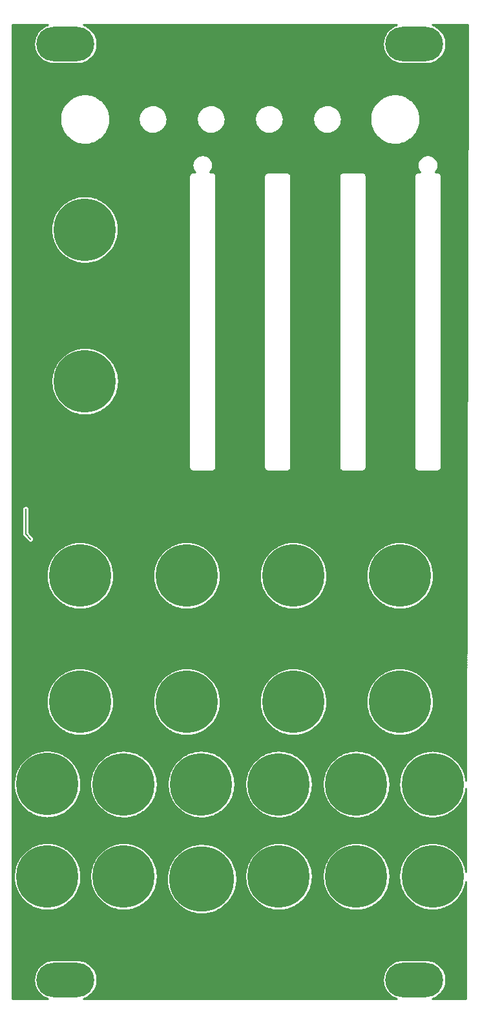
<source format=gbl>
G04 DipTrace 3.3.0.0*
G04 monsooon_panel.GBL*
%MOIN*%
G04 #@! TF.FileFunction,Copper,L2,Bot*
G04 #@! TF.Part,Single*
G04 #@! TA.AperFunction,Conductor*
%ADD14C,0.007*%
G04 #@! TA.AperFunction,CopperBalancing*
%ADD16C,0.009*%
G04 #@! TA.AperFunction,ComponentPad*
%ADD28C,0.32*%
%ADD29O,0.299213X0.177165*%
%ADD30C,0.334646*%
%FSLAX26Y26*%
G04*
G70*
G90*
G75*
G01*
G04 Bottom*
%LPD*%
X482751Y2937749D2*
D14*
Y2806500D1*
X507751Y2781500D1*
X415408Y5420631D2*
D16*
X575697D1*
X802303D2*
X2375697D1*
X2602303D2*
X2762538D1*
X415408Y5411762D2*
X562794D1*
X815206D2*
X2362794D1*
X2615206D2*
X2762521D1*
X415408Y5402894D2*
X553126D1*
X824874D2*
X2353126D1*
X2624874D2*
X2762504D1*
X415408Y5394025D2*
X545550D1*
X832450D2*
X2345550D1*
X2632450D2*
X2762486D1*
X415408Y5385156D2*
X539504D1*
X838496D2*
X2339504D1*
X2638496D2*
X2762469D1*
X415408Y5376287D2*
X534705D1*
X843295D2*
X2334705D1*
X2643295D2*
X2762450D1*
X415408Y5367419D2*
X530942D1*
X847058D2*
X2330942D1*
X2647058D2*
X2762433D1*
X415408Y5358550D2*
X528130D1*
X849870D2*
X2328130D1*
X2649870D2*
X2762416D1*
X415408Y5349681D2*
X526178D1*
X851822D2*
X2326178D1*
X2651822D2*
X2762398D1*
X415408Y5340812D2*
X525018D1*
X852982D2*
X2325018D1*
X2652982D2*
X2762381D1*
X415408Y5331944D2*
X524633D1*
X853367D2*
X2324633D1*
X2653367D2*
X2762362D1*
X415408Y5323075D2*
X525018D1*
X852982D2*
X2325018D1*
X2652982D2*
X2762345D1*
X415408Y5314206D2*
X526197D1*
X851803D2*
X2326197D1*
X2651803D2*
X2762328D1*
X415408Y5305337D2*
X528165D1*
X849835D2*
X2328165D1*
X2649835D2*
X2762310D1*
X415408Y5296469D2*
X530996D1*
X847004D2*
X2330996D1*
X2647004D2*
X2762293D1*
X415408Y5287600D2*
X534757D1*
X843243D2*
X2334757D1*
X2643243D2*
X2762274D1*
X415408Y5278731D2*
X539573D1*
X838427D2*
X2339573D1*
X2638427D2*
X2762257D1*
X415408Y5269862D2*
X545638D1*
X832362D2*
X2345638D1*
X2632362D2*
X2762240D1*
X415408Y5260993D2*
X553232D1*
X824768D2*
X2353232D1*
X2624768D2*
X2762222D1*
X415408Y5252125D2*
X562934D1*
X815066D2*
X2362934D1*
X2615066D2*
X2762205D1*
X415408Y5243256D2*
X575908D1*
X802092D2*
X2375908D1*
X2602092D2*
X2762186D1*
X415408Y5234387D2*
X596000D1*
X782000D2*
X2396000D1*
X2582000D2*
X2762169D1*
X415408Y5225518D2*
X2762152D1*
X415408Y5216650D2*
X2762134D1*
X415408Y5207781D2*
X2762117D1*
X415408Y5198912D2*
X2762098D1*
X415408Y5190043D2*
X2762081D1*
X415408Y5181175D2*
X2762064D1*
X415408Y5172306D2*
X2762046D1*
X415408Y5163437D2*
X2762029D1*
X415408Y5154568D2*
X2762010D1*
X415408Y5145699D2*
X2761993D1*
X415408Y5136831D2*
X2761976D1*
X415408Y5127962D2*
X2761958D1*
X415408Y5119093D2*
X2761941D1*
X415408Y5110224D2*
X2761923D1*
X415408Y5101356D2*
X2761906D1*
X415408Y5092487D2*
X2761888D1*
X415408Y5083618D2*
X2761870D1*
X415408Y5074749D2*
X2761853D1*
X415408Y5065881D2*
X743954D1*
X834050D2*
X2343950D1*
X2434046D2*
X2761836D1*
X415408Y5057012D2*
X724601D1*
X853403D2*
X2324597D1*
X2453399D2*
X2761818D1*
X415408Y5048143D2*
X710908D1*
X867096D2*
X2310904D1*
X2467092D2*
X2761801D1*
X415408Y5039274D2*
X700202D1*
X877802D2*
X2300198D1*
X2477798D2*
X2761782D1*
X415408Y5030406D2*
X691466D1*
X886538D2*
X2291462D1*
X2486534D2*
X2761765D1*
X415408Y5021537D2*
X684206D1*
X893780D2*
X2284220D1*
X2493794D2*
X2761748D1*
X415408Y5012668D2*
X678142D1*
X899844D2*
X1110793D1*
X1167207D2*
X1410798D1*
X1467214D2*
X1710786D1*
X1767202D2*
X2010793D1*
X2067207D2*
X2278156D1*
X2499858D2*
X2761730D1*
X415408Y5003799D2*
X673080D1*
X904907D2*
X1094673D1*
X1183327D2*
X1394678D1*
X1483315D2*
X1694685D1*
X1783322D2*
X1994673D1*
X2083327D2*
X2273093D1*
X2504920D2*
X2761713D1*
X415408Y4994930D2*
X668896D1*
X909108D2*
X1084549D1*
X1193451D2*
X1384554D1*
X1493440D2*
X1684560D1*
X1793446D2*
X1984549D1*
X2093451D2*
X2268892D1*
X2509104D2*
X2761694D1*
X415408Y4986062D2*
X665486D1*
X912518D2*
X1077341D1*
X1200659D2*
X1377346D1*
X1500664D2*
X1677336D1*
X1800654D2*
X1977341D1*
X2100659D2*
X2265482D1*
X2512514D2*
X2761677D1*
X415408Y4977193D2*
X662797D1*
X915207D2*
X1072068D1*
X1205932D2*
X1372073D1*
X1505920D2*
X1672080D1*
X1805927D2*
X1972068D1*
X2105932D2*
X2262793D1*
X2515203D2*
X2761660D1*
X415408Y4968324D2*
X660774D1*
X917230D2*
X1068324D1*
X1209676D2*
X1368312D1*
X1509682D2*
X1668318D1*
X1809688D2*
X1968324D1*
X2109676D2*
X2260770D1*
X2517226D2*
X2761642D1*
X415408Y4959455D2*
X659386D1*
X918600D2*
X1065828D1*
X1212172D2*
X1365833D1*
X1512160D2*
X1665840D1*
X1812167D2*
X1965828D1*
X2112172D2*
X2259400D1*
X2518614D2*
X2761625D1*
X415408Y4950587D2*
X658630D1*
X919356D2*
X1064492D1*
X1213508D2*
X1364497D1*
X1513496D2*
X1664504D1*
X1813503D2*
X1964492D1*
X2113508D2*
X2258644D1*
X2519370D2*
X2761606D1*
X415408Y4941718D2*
X658490D1*
X919514D2*
X1064228D1*
X1213772D2*
X1364234D1*
X1513760D2*
X1664240D1*
X1813766D2*
X1964228D1*
X2113772D2*
X2258486D1*
X2519510D2*
X2761589D1*
X415408Y4932849D2*
X658946D1*
X919058D2*
X1065054D1*
X1212946D2*
X1365042D1*
X1512951D2*
X1665049D1*
X1812958D2*
X1965054D1*
X2112946D2*
X2258942D1*
X2519054D2*
X2761572D1*
X415408Y4923980D2*
X660018D1*
X917967D2*
X1066970D1*
X1211030D2*
X1366958D1*
X1511035D2*
X1666965D1*
X1811042D2*
X1966970D1*
X2111030D2*
X2260033D1*
X2517982D2*
X2761554D1*
X415408Y4915112D2*
X661724D1*
X916280D2*
X1070081D1*
X1207919D2*
X1370088D1*
X1507924D2*
X1670076D1*
X1807912D2*
X1970081D1*
X2107919D2*
X2261720D1*
X2516276D2*
X2761537D1*
X415408Y4906243D2*
X664097D1*
X913907D2*
X1074581D1*
X1203419D2*
X1374570D1*
X1503424D2*
X1674576D1*
X1803430D2*
X1974581D1*
X2103419D2*
X2264093D1*
X2513903D2*
X2761518D1*
X415408Y4897374D2*
X667138D1*
X910848D2*
X1080769D1*
X1197231D2*
X1380774D1*
X1497238D2*
X1680762D1*
X1797226D2*
X1980769D1*
X2097231D2*
X2267152D1*
X2510862D2*
X2761501D1*
X415408Y4888505D2*
X670953D1*
X907051D2*
X1089294D1*
X1188706D2*
X1389301D1*
X1488694D2*
X1689306D1*
X1788699D2*
X1989294D1*
X2088706D2*
X2270949D1*
X2507047D2*
X2761484D1*
X415408Y4879636D2*
X675576D1*
X902428D2*
X1101793D1*
X1176207D2*
X1401798D1*
X1476214D2*
X1701786D1*
X1776219D2*
X2001793D1*
X2076207D2*
X2275572D1*
X2502424D2*
X2761466D1*
X415408Y4870768D2*
X681130D1*
X896856D2*
X1128194D1*
X1149806D2*
X1428201D1*
X1449811D2*
X1728189D1*
X1749799D2*
X2028194D1*
X2049806D2*
X2281144D1*
X2496870D2*
X2761449D1*
X415408Y4861899D2*
X687774D1*
X890211D2*
X2287789D1*
X2490226D2*
X2761430D1*
X415408Y4853030D2*
X695756D1*
X882248D2*
X2295752D1*
X2482244D2*
X2761413D1*
X415408Y4844161D2*
X705423D1*
X872580D2*
X2305420D1*
X2472576D2*
X2761396D1*
X415408Y4835293D2*
X717482D1*
X860522D2*
X2317478D1*
X2460518D2*
X2761378D1*
X415408Y4826424D2*
X733513D1*
X844491D2*
X2333509D1*
X2444487D2*
X2761361D1*
X415408Y4817555D2*
X759529D1*
X818458D2*
X2359542D1*
X2418471D2*
X2761343D1*
X415408Y4808686D2*
X2761325D1*
X415408Y4799818D2*
X2761308D1*
X415408Y4790949D2*
X2761290D1*
X415408Y4782080D2*
X2761273D1*
X415408Y4773211D2*
X2761256D1*
X415408Y4764343D2*
X2761238D1*
X415408Y4755474D2*
X1371617D1*
X1418908D2*
X2534093D1*
X2581386D2*
X2761220D1*
X415408Y4746605D2*
X1358416D1*
X1432110D2*
X2520892D1*
X2594587D2*
X2761202D1*
X415408Y4737736D2*
X1350664D1*
X1439862D2*
X2513140D1*
X2602339D2*
X2761185D1*
X415408Y4728867D2*
X1345672D1*
X1444854D2*
X2508148D1*
X2607331D2*
X2761168D1*
X415408Y4719999D2*
X1342648D1*
X1447860D2*
X2505142D1*
X2610336D2*
X2761150D1*
X415408Y4711130D2*
X1341259D1*
X1449248D2*
X2503753D1*
X2611743D2*
X2761133D1*
X415408Y4702261D2*
X1341365D1*
X1449143D2*
X2503858D1*
X2611619D2*
X2761114D1*
X415408Y4693392D2*
X1343000D1*
X1447526D2*
X2505476D1*
X2610003D2*
X2761097D1*
X415408Y4684524D2*
X1346269D1*
X1444256D2*
X2508745D1*
X2606734D2*
X2761080D1*
X415408Y4675655D2*
X1351594D1*
X1438930D2*
X2514072D1*
X2601407D2*
X2761062D1*
X415408Y4666786D2*
X1332434D1*
X1458248D2*
X1719786D1*
X1844406D2*
X2107437D1*
X2233251D2*
X2494929D1*
X2620743D2*
X2761045D1*
X415408Y4657917D2*
X1326054D1*
X1464630D2*
X1712984D1*
X1851207D2*
X2101056D1*
X2239631D2*
X2488566D1*
X2627123D2*
X2761026D1*
X415408Y4649049D2*
X1324946D1*
X1465738D2*
X1711701D1*
X1852491D2*
X2099949D1*
X2240739D2*
X2487441D1*
X2628231D2*
X2761009D1*
X415408Y4640180D2*
X1324946D1*
X1465738D2*
X1711701D1*
X1852491D2*
X2099949D1*
X2240739D2*
X2487441D1*
X2628231D2*
X2760992D1*
X415408Y4631311D2*
X1324946D1*
X1465738D2*
X1711701D1*
X1852491D2*
X2099949D1*
X2240739D2*
X2487441D1*
X2628231D2*
X2760974D1*
X415408Y4622442D2*
X1324946D1*
X1465738D2*
X1711701D1*
X1852491D2*
X2099949D1*
X2240739D2*
X2487441D1*
X2628231D2*
X2760957D1*
X415408Y4613573D2*
X1324946D1*
X1465738D2*
X1711701D1*
X1852491D2*
X2099949D1*
X2240739D2*
X2487441D1*
X2628231D2*
X2760938D1*
X415408Y4604705D2*
X1324946D1*
X1465738D2*
X1711701D1*
X1852491D2*
X2099949D1*
X2240739D2*
X2487441D1*
X2628231D2*
X2760921D1*
X415408Y4595836D2*
X1324946D1*
X1465738D2*
X1711701D1*
X1852491D2*
X2099949D1*
X2240739D2*
X2487441D1*
X2628231D2*
X2760904D1*
X415408Y4586967D2*
X1324946D1*
X1465738D2*
X1711701D1*
X1852491D2*
X2099949D1*
X2240739D2*
X2487441D1*
X2628231D2*
X2760886D1*
X415408Y4578098D2*
X1324946D1*
X1465738D2*
X1711701D1*
X1852491D2*
X2099949D1*
X2240739D2*
X2487441D1*
X2628231D2*
X2760869D1*
X415408Y4569230D2*
X1324946D1*
X1465738D2*
X1711701D1*
X1852491D2*
X2099949D1*
X2240739D2*
X2487441D1*
X2628231D2*
X2760850D1*
X415408Y4560361D2*
X1324946D1*
X1465738D2*
X1711701D1*
X1852491D2*
X2099949D1*
X2240739D2*
X2487441D1*
X2628231D2*
X2760833D1*
X415408Y4551492D2*
X1324946D1*
X1465738D2*
X1711701D1*
X1852491D2*
X2099949D1*
X2240739D2*
X2487441D1*
X2628231D2*
X2760816D1*
X415408Y4542623D2*
X739929D1*
X835807D2*
X1324946D1*
X1465738D2*
X1711701D1*
X1852491D2*
X2099949D1*
X2240739D2*
X2487441D1*
X2628231D2*
X2760798D1*
X415408Y4533755D2*
X715530D1*
X860206D2*
X1324946D1*
X1465738D2*
X1711701D1*
X1852491D2*
X2099949D1*
X2240739D2*
X2487441D1*
X2628231D2*
X2760781D1*
X415408Y4524886D2*
X698445D1*
X877291D2*
X1324946D1*
X1465738D2*
X1711701D1*
X1852491D2*
X2099949D1*
X2240739D2*
X2487441D1*
X2628231D2*
X2760762D1*
X415408Y4516017D2*
X684927D1*
X890810D2*
X1324946D1*
X1465738D2*
X1711701D1*
X1852491D2*
X2099949D1*
X2240739D2*
X2487441D1*
X2628231D2*
X2760745D1*
X415408Y4507148D2*
X673694D1*
X902042D2*
X1324946D1*
X1465738D2*
X1711701D1*
X1852491D2*
X2099949D1*
X2240739D2*
X2487441D1*
X2628231D2*
X2760728D1*
X415408Y4498280D2*
X664114D1*
X911604D2*
X1324946D1*
X1465738D2*
X1711701D1*
X1852491D2*
X2099949D1*
X2240739D2*
X2487441D1*
X2628231D2*
X2760710D1*
X415408Y4489411D2*
X655836D1*
X919902D2*
X1324946D1*
X1465738D2*
X1711701D1*
X1852491D2*
X2099949D1*
X2240739D2*
X2487441D1*
X2628231D2*
X2760693D1*
X415408Y4480542D2*
X648610D1*
X927108D2*
X1324946D1*
X1465738D2*
X1711701D1*
X1852491D2*
X2099949D1*
X2240739D2*
X2487441D1*
X2628231D2*
X2760675D1*
X415408Y4471673D2*
X642301D1*
X933436D2*
X1324946D1*
X1465738D2*
X1711701D1*
X1852491D2*
X2099949D1*
X2240739D2*
X2487441D1*
X2628231D2*
X2760657D1*
X415408Y4462804D2*
X636762D1*
X938974D2*
X1324946D1*
X1465738D2*
X1711701D1*
X1852491D2*
X2099949D1*
X2240739D2*
X2487441D1*
X2628231D2*
X2760640D1*
X415408Y4453936D2*
X631929D1*
X943807D2*
X1324946D1*
X1465738D2*
X1711701D1*
X1852491D2*
X2099949D1*
X2240739D2*
X2487441D1*
X2628231D2*
X2760622D1*
X415408Y4445067D2*
X627745D1*
X947991D2*
X1324946D1*
X1465738D2*
X1711701D1*
X1852491D2*
X2099949D1*
X2240739D2*
X2487441D1*
X2628231D2*
X2760605D1*
X415408Y4436198D2*
X624142D1*
X951594D2*
X1324946D1*
X1465738D2*
X1711701D1*
X1852491D2*
X2099949D1*
X2240739D2*
X2487441D1*
X2628231D2*
X2760588D1*
X415408Y4427329D2*
X621084D1*
X954635D2*
X1324946D1*
X1465738D2*
X1711701D1*
X1852491D2*
X2099949D1*
X2240739D2*
X2487441D1*
X2628231D2*
X2760570D1*
X415408Y4418461D2*
X618570D1*
X957167D2*
X1324946D1*
X1465738D2*
X1711701D1*
X1852491D2*
X2099949D1*
X2240739D2*
X2487441D1*
X2628231D2*
X2760552D1*
X415408Y4409592D2*
X616530D1*
X959206D2*
X1324946D1*
X1465738D2*
X1711701D1*
X1852491D2*
X2099949D1*
X2240739D2*
X2487441D1*
X2628231D2*
X2760534D1*
X415408Y4400723D2*
X614984D1*
X960752D2*
X1324946D1*
X1465738D2*
X1711701D1*
X1852491D2*
X2099949D1*
X2240739D2*
X2487441D1*
X2628231D2*
X2760517D1*
X415408Y4391854D2*
X613894D1*
X961824D2*
X1324946D1*
X1465738D2*
X1711701D1*
X1852491D2*
X2099949D1*
X2240739D2*
X2487441D1*
X2628231D2*
X2760500D1*
X415408Y4382986D2*
X613278D1*
X962458D2*
X1324946D1*
X1465738D2*
X1711701D1*
X1852491D2*
X2099949D1*
X2240739D2*
X2487441D1*
X2628231D2*
X2760482D1*
X415408Y4374117D2*
X613102D1*
X962615D2*
X1324946D1*
X1465738D2*
X1711701D1*
X1852491D2*
X2099949D1*
X2240739D2*
X2487441D1*
X2628231D2*
X2760465D1*
X415408Y4365248D2*
X613402D1*
X962335D2*
X1324946D1*
X1465738D2*
X1711701D1*
X1852491D2*
X2099949D1*
X2240739D2*
X2487441D1*
X2628231D2*
X2760446D1*
X415408Y4356379D2*
X614140D1*
X961596D2*
X1324946D1*
X1465738D2*
X1711701D1*
X1852491D2*
X2099949D1*
X2240739D2*
X2487441D1*
X2628231D2*
X2760429D1*
X415408Y4347510D2*
X615336D1*
X960402D2*
X1324946D1*
X1465738D2*
X1711701D1*
X1852491D2*
X2099949D1*
X2240739D2*
X2487441D1*
X2628231D2*
X2760412D1*
X415408Y4338642D2*
X617005D1*
X958731D2*
X1324946D1*
X1465738D2*
X1711701D1*
X1852491D2*
X2099949D1*
X2240739D2*
X2487441D1*
X2628231D2*
X2760394D1*
X415408Y4329773D2*
X619168D1*
X956570D2*
X1324946D1*
X1465738D2*
X1711701D1*
X1852491D2*
X2099949D1*
X2240739D2*
X2487441D1*
X2628231D2*
X2760377D1*
X415408Y4320904D2*
X621822D1*
X953915D2*
X1324946D1*
X1465738D2*
X1711701D1*
X1852491D2*
X2099949D1*
X2240739D2*
X2487441D1*
X2628231D2*
X2760358D1*
X415408Y4312035D2*
X625004D1*
X950734D2*
X1324946D1*
X1465738D2*
X1711701D1*
X1852491D2*
X2099949D1*
X2240739D2*
X2487441D1*
X2628231D2*
X2760341D1*
X415408Y4303167D2*
X628748D1*
X946971D2*
X1324946D1*
X1465738D2*
X1711701D1*
X1852491D2*
X2099949D1*
X2240739D2*
X2487441D1*
X2628231D2*
X2760324D1*
X415408Y4294298D2*
X633106D1*
X942630D2*
X1324946D1*
X1465738D2*
X1711701D1*
X1852491D2*
X2099949D1*
X2240739D2*
X2487441D1*
X2628231D2*
X2760306D1*
X415408Y4285429D2*
X638098D1*
X937619D2*
X1324946D1*
X1465738D2*
X1711701D1*
X1852491D2*
X2099949D1*
X2240739D2*
X2487441D1*
X2628231D2*
X2760289D1*
X415408Y4276560D2*
X643829D1*
X931907D2*
X1324946D1*
X1465738D2*
X1711701D1*
X1852491D2*
X2099949D1*
X2240739D2*
X2487441D1*
X2628231D2*
X2760270D1*
X415408Y4267692D2*
X650369D1*
X925367D2*
X1324946D1*
X1465738D2*
X1711701D1*
X1852491D2*
X2099949D1*
X2240739D2*
X2487441D1*
X2628231D2*
X2760253D1*
X415408Y4258823D2*
X657840D1*
X917879D2*
X1324946D1*
X1465738D2*
X1711701D1*
X1852491D2*
X2099949D1*
X2240739D2*
X2487441D1*
X2628231D2*
X2760236D1*
X415408Y4249954D2*
X666434D1*
X909302D2*
X1324946D1*
X1465738D2*
X1711701D1*
X1852491D2*
X2099949D1*
X2240739D2*
X2487441D1*
X2628231D2*
X2760218D1*
X415408Y4241085D2*
X676385D1*
X899335D2*
X1324946D1*
X1465738D2*
X1711701D1*
X1852491D2*
X2099949D1*
X2240739D2*
X2487441D1*
X2628231D2*
X2760201D1*
X415408Y4232217D2*
X688126D1*
X887610D2*
X1324946D1*
X1465738D2*
X1711701D1*
X1852491D2*
X2099949D1*
X2240739D2*
X2487441D1*
X2628231D2*
X2760182D1*
X415408Y4223348D2*
X702382D1*
X873336D2*
X1324946D1*
X1465738D2*
X1711701D1*
X1852491D2*
X2099949D1*
X2240739D2*
X2487441D1*
X2628231D2*
X2760165D1*
X415408Y4214479D2*
X720786D1*
X854950D2*
X1324946D1*
X1465738D2*
X1711701D1*
X1852491D2*
X2099949D1*
X2240739D2*
X2487441D1*
X2628231D2*
X2760148D1*
X415408Y4205610D2*
X748894D1*
X826843D2*
X1324946D1*
X1465738D2*
X1711701D1*
X1852491D2*
X2099949D1*
X2240739D2*
X2487441D1*
X2628231D2*
X2760130D1*
X415408Y4196741D2*
X1324946D1*
X1465738D2*
X1711701D1*
X1852491D2*
X2099949D1*
X2240739D2*
X2487441D1*
X2628231D2*
X2760113D1*
X415408Y4187873D2*
X1324946D1*
X1465738D2*
X1711701D1*
X1852491D2*
X2099949D1*
X2240739D2*
X2487441D1*
X2628231D2*
X2760094D1*
X415408Y4179004D2*
X1324946D1*
X1465738D2*
X1711701D1*
X1852491D2*
X2099949D1*
X2240739D2*
X2487441D1*
X2628231D2*
X2760077D1*
X415408Y4170135D2*
X1324946D1*
X1465738D2*
X1711701D1*
X1852491D2*
X2099949D1*
X2240739D2*
X2487441D1*
X2628231D2*
X2760060D1*
X415408Y4161266D2*
X1324946D1*
X1465738D2*
X1711701D1*
X1852491D2*
X2099949D1*
X2240739D2*
X2487441D1*
X2628231D2*
X2760042D1*
X415408Y4152398D2*
X1324946D1*
X1465738D2*
X1711701D1*
X1852491D2*
X2099949D1*
X2240739D2*
X2487441D1*
X2628231D2*
X2760025D1*
X415408Y4143529D2*
X1324946D1*
X1465738D2*
X1711701D1*
X1852491D2*
X2099949D1*
X2240739D2*
X2487441D1*
X2628231D2*
X2760007D1*
X415408Y4134660D2*
X1324946D1*
X1465738D2*
X1711701D1*
X1852491D2*
X2099949D1*
X2240739D2*
X2487441D1*
X2628231D2*
X2759990D1*
X415408Y4125791D2*
X1324946D1*
X1465738D2*
X1711701D1*
X1852491D2*
X2099949D1*
X2240739D2*
X2487441D1*
X2628231D2*
X2759972D1*
X415408Y4116923D2*
X1324946D1*
X1465738D2*
X1711701D1*
X1852491D2*
X2099949D1*
X2240739D2*
X2487441D1*
X2628231D2*
X2759972D1*
X415408Y4108054D2*
X1324946D1*
X1465738D2*
X1711701D1*
X1852491D2*
X2099949D1*
X2240739D2*
X2487441D1*
X2628231D2*
X2759954D1*
X415408Y4099185D2*
X1324946D1*
X1465738D2*
X1711701D1*
X1852491D2*
X2099949D1*
X2240739D2*
X2487441D1*
X2628231D2*
X2759937D1*
X415408Y4090316D2*
X1324946D1*
X1465738D2*
X1711701D1*
X1852491D2*
X2099949D1*
X2240739D2*
X2487441D1*
X2628231D2*
X2759920D1*
X415408Y4081448D2*
X1324946D1*
X1465738D2*
X1711701D1*
X1852491D2*
X2099949D1*
X2240739D2*
X2487441D1*
X2628231D2*
X2759902D1*
X415408Y4072579D2*
X1324946D1*
X1465738D2*
X1711701D1*
X1852491D2*
X2099949D1*
X2240739D2*
X2487441D1*
X2628231D2*
X2759885D1*
X415408Y4063710D2*
X1324946D1*
X1465738D2*
X1711701D1*
X1852491D2*
X2099949D1*
X2240739D2*
X2487441D1*
X2628231D2*
X2759866D1*
X415408Y4054841D2*
X1324946D1*
X1465738D2*
X1711701D1*
X1852491D2*
X2099949D1*
X2240739D2*
X2487441D1*
X2628231D2*
X2759849D1*
X415408Y4045972D2*
X1324946D1*
X1465738D2*
X1711701D1*
X1852491D2*
X2099949D1*
X2240739D2*
X2487441D1*
X2628231D2*
X2759832D1*
X415408Y4037104D2*
X1324946D1*
X1465738D2*
X1711701D1*
X1852491D2*
X2099949D1*
X2240739D2*
X2487441D1*
X2628231D2*
X2759814D1*
X415408Y4028235D2*
X1324946D1*
X1465738D2*
X1711701D1*
X1852491D2*
X2099949D1*
X2240739D2*
X2487441D1*
X2628231D2*
X2759797D1*
X415408Y4019366D2*
X1324946D1*
X1465738D2*
X1711701D1*
X1852491D2*
X2099949D1*
X2240739D2*
X2487441D1*
X2628231D2*
X2759778D1*
X415408Y4010497D2*
X1324946D1*
X1465738D2*
X1711701D1*
X1852491D2*
X2099949D1*
X2240739D2*
X2487441D1*
X2628231D2*
X2759761D1*
X415408Y4001629D2*
X1324946D1*
X1465738D2*
X1711701D1*
X1852491D2*
X2099949D1*
X2240739D2*
X2487441D1*
X2628231D2*
X2759744D1*
X415408Y3992760D2*
X1324946D1*
X1465738D2*
X1711701D1*
X1852491D2*
X2099949D1*
X2240739D2*
X2487441D1*
X2628231D2*
X2759726D1*
X415408Y3983891D2*
X1324946D1*
X1465738D2*
X1711701D1*
X1852491D2*
X2099949D1*
X2240739D2*
X2487441D1*
X2628231D2*
X2759709D1*
X415408Y3975022D2*
X1324946D1*
X1465738D2*
X1711701D1*
X1852491D2*
X2099949D1*
X2240739D2*
X2487441D1*
X2628231D2*
X2759690D1*
X415408Y3966154D2*
X1324946D1*
X1465738D2*
X1711701D1*
X1852491D2*
X2099949D1*
X2240739D2*
X2487441D1*
X2628231D2*
X2759673D1*
X415408Y3957285D2*
X1324946D1*
X1465738D2*
X1711701D1*
X1852491D2*
X2099949D1*
X2240739D2*
X2487441D1*
X2628231D2*
X2759656D1*
X415408Y3948416D2*
X1324946D1*
X1465738D2*
X1711701D1*
X1852491D2*
X2099949D1*
X2240739D2*
X2487441D1*
X2628231D2*
X2759638D1*
X415408Y3939547D2*
X1324946D1*
X1465738D2*
X1711701D1*
X1852491D2*
X2099949D1*
X2240739D2*
X2487441D1*
X2628231D2*
X2759621D1*
X415408Y3930678D2*
X1324946D1*
X1465738D2*
X1711701D1*
X1852491D2*
X2099949D1*
X2240739D2*
X2487441D1*
X2628231D2*
X2759602D1*
X415408Y3921810D2*
X1324946D1*
X1465738D2*
X1711701D1*
X1852491D2*
X2099949D1*
X2240739D2*
X2487441D1*
X2628231D2*
X2759585D1*
X415408Y3912941D2*
X1324946D1*
X1465738D2*
X1711701D1*
X1852491D2*
X2099949D1*
X2240739D2*
X2487441D1*
X2628231D2*
X2759568D1*
X415408Y3904072D2*
X1324946D1*
X1465738D2*
X1711701D1*
X1852491D2*
X2099949D1*
X2240739D2*
X2487441D1*
X2628231D2*
X2759550D1*
X415408Y3895203D2*
X1324946D1*
X1465738D2*
X1711701D1*
X1852491D2*
X2099949D1*
X2240739D2*
X2487441D1*
X2628231D2*
X2759533D1*
X415408Y3886335D2*
X1324946D1*
X1465738D2*
X1711701D1*
X1852491D2*
X2099949D1*
X2240739D2*
X2487441D1*
X2628231D2*
X2759514D1*
X415408Y3877466D2*
X1324946D1*
X1465738D2*
X1711701D1*
X1852491D2*
X2099949D1*
X2240739D2*
X2487441D1*
X2628231D2*
X2759497D1*
X415408Y3868597D2*
X1324946D1*
X1465738D2*
X1711701D1*
X1852491D2*
X2099949D1*
X2240739D2*
X2487441D1*
X2628231D2*
X2759480D1*
X415408Y3859728D2*
X1324946D1*
X1465738D2*
X1711701D1*
X1852491D2*
X2099949D1*
X2240739D2*
X2487441D1*
X2628231D2*
X2759462D1*
X415408Y3850860D2*
X1324946D1*
X1465738D2*
X1711701D1*
X1852491D2*
X2099949D1*
X2240739D2*
X2487441D1*
X2628231D2*
X2759445D1*
X415408Y3841991D2*
X1324946D1*
X1465738D2*
X1711701D1*
X1852491D2*
X2099949D1*
X2240739D2*
X2487441D1*
X2628231D2*
X2759427D1*
X415408Y3833122D2*
X1324946D1*
X1465738D2*
X1711701D1*
X1852491D2*
X2099949D1*
X2240739D2*
X2487441D1*
X2628231D2*
X2759409D1*
X415408Y3824253D2*
X1324946D1*
X1465738D2*
X1711701D1*
X1852491D2*
X2099949D1*
X2240739D2*
X2487441D1*
X2628231D2*
X2759392D1*
X415408Y3815385D2*
X1324946D1*
X1465738D2*
X1711701D1*
X1852491D2*
X2099949D1*
X2240739D2*
X2487441D1*
X2628231D2*
X2759374D1*
X415408Y3806516D2*
X1324946D1*
X1465738D2*
X1711701D1*
X1852491D2*
X2099949D1*
X2240739D2*
X2487441D1*
X2628231D2*
X2759357D1*
X415408Y3797647D2*
X1324946D1*
X1465738D2*
X1711701D1*
X1852491D2*
X2099949D1*
X2240739D2*
X2487441D1*
X2628231D2*
X2759340D1*
X415408Y3788778D2*
X1324946D1*
X1465738D2*
X1711701D1*
X1852491D2*
X2099949D1*
X2240739D2*
X2487441D1*
X2628231D2*
X2759322D1*
X415408Y3779909D2*
X1324946D1*
X1465738D2*
X1711701D1*
X1852491D2*
X2099949D1*
X2240739D2*
X2487441D1*
X2628231D2*
X2759304D1*
X415408Y3771041D2*
X1324946D1*
X1465738D2*
X1711701D1*
X1852491D2*
X2099949D1*
X2240739D2*
X2487441D1*
X2628231D2*
X2759286D1*
X415408Y3762172D2*
X743990D1*
X834014D2*
X1324946D1*
X1465738D2*
X1711701D1*
X1852491D2*
X2099949D1*
X2240739D2*
X2487441D1*
X2628231D2*
X2759269D1*
X415408Y3753303D2*
X718466D1*
X859538D2*
X1324946D1*
X1465738D2*
X1711701D1*
X1852491D2*
X2099949D1*
X2240739D2*
X2487441D1*
X2628231D2*
X2759252D1*
X415408Y3744434D2*
X700941D1*
X877063D2*
X1324946D1*
X1465738D2*
X1711701D1*
X1852491D2*
X2099949D1*
X2240739D2*
X2487441D1*
X2628231D2*
X2759234D1*
X415408Y3735566D2*
X687177D1*
X890827D2*
X1324946D1*
X1465738D2*
X1711701D1*
X1852491D2*
X2099949D1*
X2240739D2*
X2487441D1*
X2628231D2*
X2759217D1*
X415408Y3726697D2*
X675769D1*
X902235D2*
X1324946D1*
X1465738D2*
X1711701D1*
X1852491D2*
X2099949D1*
X2240739D2*
X2487441D1*
X2628231D2*
X2759198D1*
X415408Y3717828D2*
X666066D1*
X911938D2*
X1324946D1*
X1465738D2*
X1711701D1*
X1852491D2*
X2099949D1*
X2240739D2*
X2487441D1*
X2628231D2*
X2759181D1*
X415408Y3708959D2*
X657664D1*
X920323D2*
X1324946D1*
X1465738D2*
X1711701D1*
X1852491D2*
X2099949D1*
X2240739D2*
X2487441D1*
X2628231D2*
X2759164D1*
X415408Y3700091D2*
X650369D1*
X927635D2*
X1324946D1*
X1465738D2*
X1711701D1*
X1852491D2*
X2099949D1*
X2240739D2*
X2487441D1*
X2628231D2*
X2759146D1*
X415408Y3691222D2*
X643970D1*
X934034D2*
X1324946D1*
X1465738D2*
X1711701D1*
X1852491D2*
X2099949D1*
X2240739D2*
X2487441D1*
X2628231D2*
X2759129D1*
X415408Y3682353D2*
X638362D1*
X939642D2*
X1324946D1*
X1465738D2*
X1711701D1*
X1852491D2*
X2099949D1*
X2240739D2*
X2487441D1*
X2628231D2*
X2759110D1*
X415408Y3673484D2*
X633476D1*
X944528D2*
X1324946D1*
X1465738D2*
X1711701D1*
X1852491D2*
X2099949D1*
X2240739D2*
X2487441D1*
X2628231D2*
X2759093D1*
X415408Y3664615D2*
X629222D1*
X948782D2*
X1324946D1*
X1465738D2*
X1711701D1*
X1852491D2*
X2099949D1*
X2240739D2*
X2487441D1*
X2628231D2*
X2759076D1*
X415408Y3655747D2*
X625566D1*
X952420D2*
X1324946D1*
X1465738D2*
X1711701D1*
X1852491D2*
X2099949D1*
X2240739D2*
X2487441D1*
X2628231D2*
X2759058D1*
X415408Y3646878D2*
X622472D1*
X955531D2*
X1324946D1*
X1465738D2*
X1711701D1*
X1852491D2*
X2099949D1*
X2240739D2*
X2487441D1*
X2628231D2*
X2759041D1*
X415408Y3638009D2*
X619906D1*
X958098D2*
X1324946D1*
X1465738D2*
X1711701D1*
X1852491D2*
X2099949D1*
X2240739D2*
X2487441D1*
X2628231D2*
X2759022D1*
X415408Y3629140D2*
X617832D1*
X960172D2*
X1324946D1*
X1465738D2*
X1711701D1*
X1852491D2*
X2099949D1*
X2240739D2*
X2487441D1*
X2628231D2*
X2759005D1*
X415408Y3620272D2*
X616232D1*
X961772D2*
X1324946D1*
X1465738D2*
X1711701D1*
X1852491D2*
X2099949D1*
X2240739D2*
X2487441D1*
X2628231D2*
X2758988D1*
X415408Y3611403D2*
X615106D1*
X962879D2*
X1324946D1*
X1465738D2*
X1711701D1*
X1852491D2*
X2099949D1*
X2240739D2*
X2487441D1*
X2628231D2*
X2758970D1*
X415408Y3602534D2*
X614457D1*
X963547D2*
X1324946D1*
X1465738D2*
X1711701D1*
X1852491D2*
X2099949D1*
X2240739D2*
X2487441D1*
X2628231D2*
X2758953D1*
X415408Y3593665D2*
X614245D1*
X963759D2*
X1324946D1*
X1465738D2*
X1711701D1*
X1852491D2*
X2099949D1*
X2240739D2*
X2487441D1*
X2628231D2*
X2758934D1*
X415408Y3584797D2*
X614492D1*
X963512D2*
X1324946D1*
X1465738D2*
X1711701D1*
X1852491D2*
X2099949D1*
X2240739D2*
X2487441D1*
X2628231D2*
X2758917D1*
X415408Y3575928D2*
X615177D1*
X962827D2*
X1324946D1*
X1465738D2*
X1711701D1*
X1852491D2*
X2099949D1*
X2240739D2*
X2487441D1*
X2628231D2*
X2758900D1*
X415408Y3567059D2*
X616337D1*
X961667D2*
X1324946D1*
X1465738D2*
X1711701D1*
X1852491D2*
X2099949D1*
X2240739D2*
X2487441D1*
X2628231D2*
X2758882D1*
X415408Y3558190D2*
X617972D1*
X960031D2*
X1324946D1*
X1465738D2*
X1711701D1*
X1852491D2*
X2099949D1*
X2240739D2*
X2487441D1*
X2628231D2*
X2758865D1*
X415408Y3549322D2*
X620081D1*
X957923D2*
X1324946D1*
X1465738D2*
X1711701D1*
X1852491D2*
X2099949D1*
X2240739D2*
X2487441D1*
X2628231D2*
X2758846D1*
X415408Y3540453D2*
X622682D1*
X955303D2*
X1324946D1*
X1465738D2*
X1711701D1*
X1852491D2*
X2099949D1*
X2240739D2*
X2487441D1*
X2628231D2*
X2758829D1*
X415408Y3531584D2*
X625829D1*
X952175D2*
X1324946D1*
X1465738D2*
X1711701D1*
X1852491D2*
X2099949D1*
X2240739D2*
X2487441D1*
X2628231D2*
X2758812D1*
X415408Y3522715D2*
X629521D1*
X948483D2*
X1324946D1*
X1465738D2*
X1711701D1*
X1852491D2*
X2099949D1*
X2240739D2*
X2487441D1*
X2628231D2*
X2758794D1*
X415408Y3513846D2*
X633810D1*
X944176D2*
X1324946D1*
X1465738D2*
X1711701D1*
X1852491D2*
X2099949D1*
X2240739D2*
X2487441D1*
X2628231D2*
X2758777D1*
X415408Y3504978D2*
X638766D1*
X939238D2*
X1324946D1*
X1465738D2*
X1711701D1*
X1852491D2*
X2099949D1*
X2240739D2*
X2487441D1*
X2628231D2*
X2758759D1*
X415408Y3496109D2*
X644409D1*
X933576D2*
X1324946D1*
X1465738D2*
X1711701D1*
X1852491D2*
X2099949D1*
X2240739D2*
X2487441D1*
X2628231D2*
X2758741D1*
X415408Y3487240D2*
X650878D1*
X927126D2*
X1324946D1*
X1465738D2*
X1711701D1*
X1852491D2*
X2099949D1*
X2240739D2*
X2487441D1*
X2628231D2*
X2758724D1*
X415408Y3478371D2*
X658261D1*
X919743D2*
X1324946D1*
X1465738D2*
X1711701D1*
X1852491D2*
X2099949D1*
X2240739D2*
X2487441D1*
X2628231D2*
X2758706D1*
X415408Y3469503D2*
X666734D1*
X911252D2*
X1324946D1*
X1465738D2*
X1711701D1*
X1852491D2*
X2099949D1*
X2240739D2*
X2487441D1*
X2628231D2*
X2758689D1*
X415408Y3460634D2*
X676560D1*
X901444D2*
X1324946D1*
X1465738D2*
X1711701D1*
X1852491D2*
X2099949D1*
X2240739D2*
X2487441D1*
X2628231D2*
X2758672D1*
X415408Y3451765D2*
X688109D1*
X889878D2*
X1324946D1*
X1465738D2*
X1711701D1*
X1852491D2*
X2099949D1*
X2240739D2*
X2487441D1*
X2628231D2*
X2758654D1*
X415408Y3442896D2*
X702101D1*
X875886D2*
X1324946D1*
X1465738D2*
X1711701D1*
X1852491D2*
X2099949D1*
X2240739D2*
X2487441D1*
X2628231D2*
X2758636D1*
X415408Y3434028D2*
X720013D1*
X857991D2*
X1324946D1*
X1465738D2*
X1711701D1*
X1852491D2*
X2099949D1*
X2240739D2*
X2487441D1*
X2628231D2*
X2758618D1*
X415408Y3425159D2*
X746626D1*
X831378D2*
X1324946D1*
X1465738D2*
X1711701D1*
X1852491D2*
X2099949D1*
X2240739D2*
X2487441D1*
X2628231D2*
X2758601D1*
X415408Y3416290D2*
X1324946D1*
X1465738D2*
X1711701D1*
X1852491D2*
X2099949D1*
X2240739D2*
X2487441D1*
X2628231D2*
X2758584D1*
X415408Y3407421D2*
X1324946D1*
X1465738D2*
X1711701D1*
X1852491D2*
X2099949D1*
X2240739D2*
X2487441D1*
X2628231D2*
X2758566D1*
X415408Y3398552D2*
X1324946D1*
X1465738D2*
X1711701D1*
X1852491D2*
X2099949D1*
X2240739D2*
X2487441D1*
X2628231D2*
X2758549D1*
X415408Y3389684D2*
X1324946D1*
X1465738D2*
X1711701D1*
X1852491D2*
X2099949D1*
X2240739D2*
X2487441D1*
X2628231D2*
X2758530D1*
X415408Y3380815D2*
X1324946D1*
X1465738D2*
X1711701D1*
X1852491D2*
X2099949D1*
X2240739D2*
X2487441D1*
X2628231D2*
X2758513D1*
X415408Y3371946D2*
X1324946D1*
X1465738D2*
X1711701D1*
X1852491D2*
X2099949D1*
X2240739D2*
X2487441D1*
X2628231D2*
X2758496D1*
X415408Y3363077D2*
X1324946D1*
X1465738D2*
X1711701D1*
X1852491D2*
X2099949D1*
X2240739D2*
X2487441D1*
X2628231D2*
X2758478D1*
X415408Y3354209D2*
X1324946D1*
X1465738D2*
X1711701D1*
X1852491D2*
X2099949D1*
X2240739D2*
X2487441D1*
X2628231D2*
X2758461D1*
X415408Y3345340D2*
X1324946D1*
X1465738D2*
X1711701D1*
X1852491D2*
X2099949D1*
X2240739D2*
X2487441D1*
X2628231D2*
X2758442D1*
X415408Y3336471D2*
X1324946D1*
X1465738D2*
X1711701D1*
X1852491D2*
X2099949D1*
X2240739D2*
X2487441D1*
X2628231D2*
X2758425D1*
X415408Y3327602D2*
X1324946D1*
X1465738D2*
X1711701D1*
X1852491D2*
X2099949D1*
X2240739D2*
X2487441D1*
X2628231D2*
X2758408D1*
X415408Y3318734D2*
X1324946D1*
X1465738D2*
X1711701D1*
X1852491D2*
X2099949D1*
X2240739D2*
X2487441D1*
X2628231D2*
X2758390D1*
X415408Y3309865D2*
X1324946D1*
X1465738D2*
X1711701D1*
X1852491D2*
X2099949D1*
X2240739D2*
X2487441D1*
X2628231D2*
X2758373D1*
X415408Y3300996D2*
X1324946D1*
X1465738D2*
X1711701D1*
X1852491D2*
X2099949D1*
X2240739D2*
X2487441D1*
X2628231D2*
X2758354D1*
X415408Y3292127D2*
X1324946D1*
X1465738D2*
X1711701D1*
X1852491D2*
X2099949D1*
X2240739D2*
X2487441D1*
X2628231D2*
X2758337D1*
X415408Y3283259D2*
X1324946D1*
X1465738D2*
X1711701D1*
X1852491D2*
X2099949D1*
X2240739D2*
X2487441D1*
X2628231D2*
X2758320D1*
X415408Y3274390D2*
X1324946D1*
X1465738D2*
X1711701D1*
X1852491D2*
X2099949D1*
X2240739D2*
X2487441D1*
X2628231D2*
X2758302D1*
X415408Y3265521D2*
X1324946D1*
X1465738D2*
X1711701D1*
X1852491D2*
X2099949D1*
X2240739D2*
X2487441D1*
X2628231D2*
X2758285D1*
X415408Y3256652D2*
X1324946D1*
X1465738D2*
X1711701D1*
X1852491D2*
X2099949D1*
X2240739D2*
X2487441D1*
X2628231D2*
X2758266D1*
X415408Y3247783D2*
X1324946D1*
X1465738D2*
X1711701D1*
X1852491D2*
X2099949D1*
X2240739D2*
X2487441D1*
X2628231D2*
X2758249D1*
X415408Y3238915D2*
X1324946D1*
X1465738D2*
X1711701D1*
X1852491D2*
X2099949D1*
X2240739D2*
X2487441D1*
X2628231D2*
X2758232D1*
X415408Y3230046D2*
X1324946D1*
X1465738D2*
X1711701D1*
X1852491D2*
X2099949D1*
X2240739D2*
X2487441D1*
X2628231D2*
X2758214D1*
X415408Y3221177D2*
X1324946D1*
X1465738D2*
X1711701D1*
X1852491D2*
X2099949D1*
X2240739D2*
X2487441D1*
X2628231D2*
X2758197D1*
X415408Y3212308D2*
X1324946D1*
X1465738D2*
X1711701D1*
X1852491D2*
X2099949D1*
X2240739D2*
X2487441D1*
X2628231D2*
X2758178D1*
X415408Y3203440D2*
X1324946D1*
X1465738D2*
X1711701D1*
X1852491D2*
X2099949D1*
X2240739D2*
X2487441D1*
X2628231D2*
X2758161D1*
X415408Y3194571D2*
X1324946D1*
X1465738D2*
X1711701D1*
X1852491D2*
X2099949D1*
X2240739D2*
X2487441D1*
X2628231D2*
X2758144D1*
X415408Y3185702D2*
X1324946D1*
X1465738D2*
X1711701D1*
X1852491D2*
X2099949D1*
X2240739D2*
X2487441D1*
X2628231D2*
X2758126D1*
X415408Y3176833D2*
X1324946D1*
X1465738D2*
X1711701D1*
X1852491D2*
X2099949D1*
X2240739D2*
X2487441D1*
X2628231D2*
X2758109D1*
X415408Y3167965D2*
X1324946D1*
X1465738D2*
X1711701D1*
X1852491D2*
X2099949D1*
X2240739D2*
X2487441D1*
X2628231D2*
X2758091D1*
X415408Y3159096D2*
X1324946D1*
X1465738D2*
X1711701D1*
X1852491D2*
X2099949D1*
X2240739D2*
X2487441D1*
X2628231D2*
X2758073D1*
X415408Y3150227D2*
X1325000D1*
X1465684D2*
X1711718D1*
X1852474D2*
X2100001D1*
X2240686D2*
X2487493D1*
X2628196D2*
X2758056D1*
X415408Y3141358D2*
X1327846D1*
X1462836D2*
X1714320D1*
X1849871D2*
X2102849D1*
X2237839D2*
X2490341D1*
X2625348D2*
X2758038D1*
X415408Y3132490D2*
X1340486D1*
X1450215D2*
X1725482D1*
X1838710D2*
X2115470D1*
X2225199D2*
X2502980D1*
X2612710D2*
X2758021D1*
X415408Y3123621D2*
X2758004D1*
X415408Y3114752D2*
X2757986D1*
X415408Y3105883D2*
X2757969D1*
X415408Y3097014D2*
X2757950D1*
X415408Y3088146D2*
X2757933D1*
X415408Y3079277D2*
X2757916D1*
X415408Y3070408D2*
X2757898D1*
X415408Y3061539D2*
X2757881D1*
X415408Y3052671D2*
X2757862D1*
X415408Y3043802D2*
X2757845D1*
X415408Y3034933D2*
X2757828D1*
X415408Y3026064D2*
X2757810D1*
X415408Y3017196D2*
X2757793D1*
X415408Y3008327D2*
X2757774D1*
X415408Y2999458D2*
X2757757D1*
X415408Y2990589D2*
X2757740D1*
X415408Y2981720D2*
X2757722D1*
X415408Y2972852D2*
X2757705D1*
X415408Y2963983D2*
X2757686D1*
X415408Y2955114D2*
X2757669D1*
X415408Y2946245D2*
X466713D1*
X498782D2*
X2757652D1*
X415408Y2937377D2*
X464497D1*
X501014D2*
X2757634D1*
X415408Y2928508D2*
X464497D1*
X501014D2*
X2757617D1*
X415408Y2919639D2*
X464497D1*
X501014D2*
X2757598D1*
X415408Y2910770D2*
X464497D1*
X501014D2*
X2757581D1*
X415408Y2901902D2*
X464497D1*
X501014D2*
X2757564D1*
X415408Y2893033D2*
X464497D1*
X501014D2*
X2757546D1*
X415408Y2884164D2*
X464497D1*
X501014D2*
X2757529D1*
X415408Y2875295D2*
X464497D1*
X501014D2*
X2757510D1*
X415408Y2866427D2*
X464497D1*
X501014D2*
X2757493D1*
X415408Y2857558D2*
X464497D1*
X501014D2*
X2757476D1*
X415408Y2848689D2*
X464497D1*
X501014D2*
X2757458D1*
X415408Y2839820D2*
X464497D1*
X501014D2*
X2757441D1*
X415408Y2830951D2*
X464497D1*
X501014D2*
X2757423D1*
X415408Y2822083D2*
X464497D1*
X501014D2*
X2757406D1*
X415408Y2813214D2*
X464497D1*
X501490D2*
X2757388D1*
X415408Y2804345D2*
X464621D1*
X510348D2*
X2757370D1*
X415408Y2795476D2*
X468434D1*
X519226D2*
X2757353D1*
X415408Y2786608D2*
X477189D1*
X525238D2*
X2757336D1*
X415408Y2777739D2*
X486066D1*
X525606D2*
X2757318D1*
X415408Y2768870D2*
X494942D1*
X520562D2*
X2757301D1*
X415408Y2760001D2*
X711417D1*
X816576D2*
X1261420D1*
X1366579D2*
X1811421D1*
X1916580D2*
X2361423D1*
X2466583D2*
X2757282D1*
X415408Y2751133D2*
X688689D1*
X839306D2*
X1238690D1*
X1389307D2*
X1788693D1*
X1939310D2*
X2338694D1*
X2489311D2*
X2757265D1*
X415408Y2742264D2*
X672289D1*
X855706D2*
X1222290D1*
X1405707D2*
X1772293D1*
X1955710D2*
X2322294D1*
X2505711D2*
X2757248D1*
X415408Y2733395D2*
X659193D1*
X868802D2*
X1209194D1*
X1418803D2*
X1759197D1*
X1968806D2*
X2309198D1*
X2518807D2*
X2757230D1*
X415408Y2724526D2*
X648259D1*
X879752D2*
X1198244D1*
X1429755D2*
X1748245D1*
X1979756D2*
X2298248D1*
X2529740D2*
X2757213D1*
X415408Y2715657D2*
X638890D1*
X889104D2*
X1188892D1*
X1439106D2*
X1738894D1*
X1989108D2*
X2288896D1*
X2539110D2*
X2757194D1*
X415408Y2706789D2*
X630786D1*
X897207D2*
X1180789D1*
X1447210D2*
X1730790D1*
X1997211D2*
X2280793D1*
X2547214D2*
X2757177D1*
X415408Y2697920D2*
X623720D1*
X904291D2*
X1173722D1*
X1454276D2*
X1723724D1*
X2004278D2*
X2273709D1*
X2554280D2*
X2757160D1*
X415408Y2689051D2*
X617514D1*
X910479D2*
X1167517D1*
X1460482D2*
X1717518D1*
X2010483D2*
X2267521D1*
X2560486D2*
X2757142D1*
X415408Y2680182D2*
X612101D1*
X915894D2*
X1162102D1*
X1465895D2*
X1712105D1*
X2015898D2*
X2262106D1*
X2565899D2*
X2757125D1*
X415408Y2671314D2*
X607373D1*
X920622D2*
X1157374D1*
X1470623D2*
X1707377D1*
X2020626D2*
X2257378D1*
X2570627D2*
X2757106D1*
X415408Y2662445D2*
X603277D1*
X924718D2*
X1153278D1*
X1474719D2*
X1703281D1*
X2024722D2*
X2253282D1*
X2574723D2*
X2757089D1*
X415408Y2653576D2*
X599761D1*
X928234D2*
X1149762D1*
X1478235D2*
X1699765D1*
X2028238D2*
X2249766D1*
X2578239D2*
X2757072D1*
X415408Y2644707D2*
X596790D1*
X931203D2*
X1146793D1*
X1481206D2*
X1696794D1*
X2031207D2*
X2246797D1*
X2581210D2*
X2757054D1*
X415408Y2635839D2*
X594346D1*
X933647D2*
X1144349D1*
X1483650D2*
X1694350D1*
X2033651D2*
X2244353D1*
X2583654D2*
X2757037D1*
X415408Y2626970D2*
X592396D1*
X935598D2*
X1142398D1*
X1485600D2*
X1692400D1*
X2035602D2*
X2242402D1*
X2585604D2*
X2757018D1*
X415408Y2618101D2*
X590920D1*
X937075D2*
X1140921D1*
X1487076D2*
X1690923D1*
X2037079D2*
X2240925D1*
X2587080D2*
X2757001D1*
X415408Y2609232D2*
X589900D1*
X938094D2*
X1139902D1*
X1488096D2*
X1689904D1*
X2038098D2*
X2239906D1*
X2588100D2*
X2756984D1*
X415408Y2600364D2*
X589354D1*
X938639D2*
X1139357D1*
X1488642D2*
X1689358D1*
X2038643D2*
X2239361D1*
X2588646D2*
X2756966D1*
X415408Y2591495D2*
X589249D1*
X938744D2*
X1139252D1*
X1488747D2*
X1689253D1*
X2038748D2*
X2239256D1*
X2588751D2*
X2756949D1*
X415408Y2582626D2*
X589618D1*
X938394D2*
X1139621D1*
X1488395D2*
X1689605D1*
X2038379D2*
X2239606D1*
X2588382D2*
X2756930D1*
X415408Y2573757D2*
X590427D1*
X937584D2*
X1140429D1*
X1487570D2*
X1690430D1*
X2037571D2*
X2240416D1*
X2587573D2*
X2756913D1*
X415408Y2564888D2*
X591693D1*
X936302D2*
X1141694D1*
X1486303D2*
X1691697D1*
X2036306D2*
X2241698D1*
X2586307D2*
X2756896D1*
X415408Y2556020D2*
X593433D1*
X934562D2*
X1143434D1*
X1484563D2*
X1693437D1*
X2034566D2*
X2243438D1*
X2584567D2*
X2756878D1*
X415408Y2547151D2*
X595665D1*
X932328D2*
X1145668D1*
X1482331D2*
X1695669D1*
X2032332D2*
X2245672D1*
X2582335D2*
X2756861D1*
X415408Y2538282D2*
X598408D1*
X929587D2*
X1148409D1*
X1479588D2*
X1698412D1*
X2029591D2*
X2248413D1*
X2579592D2*
X2756843D1*
X415408Y2529413D2*
X601677D1*
X926318D2*
X1151678D1*
X1476319D2*
X1701681D1*
X2026322D2*
X2251682D1*
X2576323D2*
X2756825D1*
X415408Y2520545D2*
X605526D1*
X922486D2*
X1155510D1*
X1472487D2*
X1705513D1*
X2022490D2*
X2255514D1*
X2572474D2*
X2756808D1*
X415408Y2511676D2*
X609974D1*
X918038D2*
X1159958D1*
X1468039D2*
X1709961D1*
X2018042D2*
X2259962D1*
X2568026D2*
X2756790D1*
X415408Y2502807D2*
X615072D1*
X912923D2*
X1165073D1*
X1462924D2*
X1715076D1*
X2012927D2*
X2265077D1*
X2562928D2*
X2756773D1*
X415408Y2493938D2*
X620925D1*
X907087D2*
X1170927D1*
X1457071D2*
X1720929D1*
X2007073D2*
X2270913D1*
X2557075D2*
X2756756D1*
X415408Y2485070D2*
X627588D1*
X900407D2*
X1177589D1*
X1450408D2*
X1727591D1*
X2000411D2*
X2277593D1*
X2550412D2*
X2756738D1*
X415408Y2476201D2*
X635234D1*
X892778D2*
X1185236D1*
X1442762D2*
X1735238D1*
X1992764D2*
X2285222D1*
X2542766D2*
X2756720D1*
X415408Y2467332D2*
X644005D1*
X883990D2*
X1194007D1*
X1433991D2*
X1744009D1*
X1983992D2*
X2294010D1*
X2533995D2*
X2756702D1*
X415408Y2458463D2*
X654218D1*
X873794D2*
X1204202D1*
X1423795D2*
X1754205D1*
X1973798D2*
X2304206D1*
X2523782D2*
X2756685D1*
X415408Y2449594D2*
X666277D1*
X861718D2*
X1216278D1*
X1411719D2*
X1766281D1*
X1961722D2*
X2316282D1*
X2511723D2*
X2756668D1*
X415408Y2440726D2*
X681042D1*
X846970D2*
X1231045D1*
X1396971D2*
X1781029D1*
X1946955D2*
X2331030D1*
X2496958D2*
X2756650D1*
X415408Y2431857D2*
X700361D1*
X827651D2*
X1250362D1*
X1377654D2*
X1800346D1*
X1927638D2*
X2350349D1*
X2477639D2*
X2756633D1*
X415408Y2422988D2*
X731756D1*
X796239D2*
X1281757D1*
X1346240D2*
X1831759D1*
X1896243D2*
X2381761D1*
X2446244D2*
X2756614D1*
X415408Y2414119D2*
X2756597D1*
X415408Y2405251D2*
X2756580D1*
X415408Y2396382D2*
X2756562D1*
X415408Y2387513D2*
X2756545D1*
X415408Y2378644D2*
X2756526D1*
X415408Y2369776D2*
X2756509D1*
X415408Y2360907D2*
X2756492D1*
X415408Y2352038D2*
X2756474D1*
X415408Y2343169D2*
X2756457D1*
X415408Y2334301D2*
X2756438D1*
X415408Y2325432D2*
X2756421D1*
X415408Y2316563D2*
X2756404D1*
X415408Y2307694D2*
X2756386D1*
X415408Y2298825D2*
X2756369D1*
X415408Y2289957D2*
X2756350D1*
X415408Y2281088D2*
X2756333D1*
X415408Y2272219D2*
X2756316D1*
X415408Y2263350D2*
X2756298D1*
X415408Y2254482D2*
X2756281D1*
X415408Y2245613D2*
X2756262D1*
X415408Y2236744D2*
X2756245D1*
X415408Y2227875D2*
X2756228D1*
X415408Y2219007D2*
X2756210D1*
X415408Y2210138D2*
X2756193D1*
X415408Y2201269D2*
X2756175D1*
X415408Y2192400D2*
X2756157D1*
X415408Y2183531D2*
X2756140D1*
X415408Y2174663D2*
X2756122D1*
X415408Y2165794D2*
X2756105D1*
X415408Y2156925D2*
X2756088D1*
X415408Y2148056D2*
X2756070D1*
X415408Y2139188D2*
X2756052D1*
X415408Y2130319D2*
X2756034D1*
X415408Y2121450D2*
X2756017D1*
X415408Y2112581D2*
X720576D1*
X807419D2*
X1270577D1*
X1357420D2*
X1820580D1*
X1907423D2*
X2370581D1*
X2457424D2*
X2756000D1*
X415408Y2103713D2*
X694402D1*
X833592D2*
X1244404D1*
X1383594D2*
X1794406D1*
X1933596D2*
X2344408D1*
X2483598D2*
X2755982D1*
X415408Y2094844D2*
X676648D1*
X851346D2*
X1226650D1*
X1401348D2*
X1776652D1*
X1951350D2*
X2326654D1*
X2501352D2*
X2755965D1*
X415408Y2085975D2*
X662744D1*
X865251D2*
X1212745D1*
X1415252D2*
X1762748D1*
X1965255D2*
X2312749D1*
X2515256D2*
X2755946D1*
X415408Y2077106D2*
X651248D1*
X876747D2*
X1201249D1*
X1426748D2*
X1751252D1*
X1976751D2*
X2301253D1*
X2526752D2*
X2755929D1*
X415408Y2068238D2*
X641474D1*
X886520D2*
X1191476D1*
X1436522D2*
X1741478D1*
X1986524D2*
X2291480D1*
X2536526D2*
X2755912D1*
X415408Y2059369D2*
X633037D1*
X894975D2*
X1183038D1*
X1444959D2*
X1733041D1*
X1994962D2*
X2283025D1*
X2544963D2*
X2755894D1*
X415408Y2050500D2*
X625672D1*
X902323D2*
X1175673D1*
X1452324D2*
X1725675D1*
X2002327D2*
X2275677D1*
X2552328D2*
X2755877D1*
X415408Y2041631D2*
X619238D1*
X908756D2*
X1169240D1*
X1458759D2*
X1719241D1*
X2008760D2*
X2269244D1*
X2558762D2*
X2755858D1*
X415408Y2032762D2*
X613613D1*
X914399D2*
X1163597D1*
X1464402D2*
X1713598D1*
X2014403D2*
X2263601D1*
X2564387D2*
X2755841D1*
X415408Y2023894D2*
X608690D1*
X919322D2*
X1158693D1*
X1469323D2*
X1708677D1*
X2019307D2*
X2258678D1*
X2569310D2*
X2755824D1*
X415408Y2015025D2*
X604402D1*
X923592D2*
X1154404D1*
X1473594D2*
X1704406D1*
X2023596D2*
X2254408D1*
X2573598D2*
X2755806D1*
X415408Y2006156D2*
X600728D1*
X927266D2*
X1150730D1*
X1477268D2*
X1700732D1*
X2027270D2*
X2250734D1*
X2577272D2*
X2755789D1*
X415408Y1997287D2*
X597598D1*
X930395D2*
X1147601D1*
X1480398D2*
X1697602D1*
X2030399D2*
X2247605D1*
X2580402D2*
X2755770D1*
X415408Y1988419D2*
X595014D1*
X932996D2*
X1145017D1*
X1482999D2*
X1695001D1*
X2032983D2*
X2245004D1*
X2582986D2*
X2755753D1*
X415408Y1979550D2*
X592906D1*
X935088D2*
X1142908D1*
X1485091D2*
X1692909D1*
X2035092D2*
X2242912D1*
X2585094D2*
X2755736D1*
X415408Y1970681D2*
X591306D1*
X936706D2*
X1141308D1*
X1486707D2*
X1691293D1*
X2036692D2*
X2241294D1*
X2586694D2*
X2755718D1*
X415408Y1961812D2*
X590164D1*
X937848D2*
X1140148D1*
X1487850D2*
X1690150D1*
X2037852D2*
X2240152D1*
X2587836D2*
X2755701D1*
X415408Y1952944D2*
X589478D1*
X938534D2*
X1139462D1*
X1488535D2*
X1689465D1*
X2038538D2*
X2239466D1*
X2588522D2*
X2755682D1*
X415408Y1944075D2*
X589232D1*
X938762D2*
X1139234D1*
X1488764D2*
X1689236D1*
X2038766D2*
X2239238D1*
X2588768D2*
X2755665D1*
X415408Y1935206D2*
X589461D1*
X938534D2*
X1139462D1*
X1488535D2*
X1689465D1*
X2038538D2*
X2239466D1*
X2588539D2*
X2755648D1*
X415408Y1926337D2*
X590146D1*
X937866D2*
X1140148D1*
X1487867D2*
X1690133D1*
X2037852D2*
X2240134D1*
X2587854D2*
X2755630D1*
X415408Y1917469D2*
X591270D1*
X936723D2*
X1141273D1*
X1486726D2*
X1691274D1*
X2036727D2*
X2241277D1*
X2586730D2*
X2755613D1*
X415408Y1908600D2*
X592888D1*
X935123D2*
X1142890D1*
X1485126D2*
X1692874D1*
X2035110D2*
X2242877D1*
X2585112D2*
X2755594D1*
X415408Y1899731D2*
X594962D1*
X933031D2*
X1144965D1*
X1483034D2*
X1694966D1*
X2033035D2*
X2244969D1*
X2583038D2*
X2755577D1*
X415408Y1890862D2*
X597564D1*
X930448D2*
X1147566D1*
X1480432D2*
X1697568D1*
X2030434D2*
X2247552D1*
X2580436D2*
X2755560D1*
X415408Y1881993D2*
X600675D1*
X927319D2*
X1150677D1*
X1477322D2*
X1700678D1*
X2027323D2*
X2250681D1*
X2577324D2*
X2755542D1*
X415408Y1873125D2*
X604349D1*
X923663D2*
X1154350D1*
X1473664D2*
X1704336D1*
X2023650D2*
X2254337D1*
X2573651D2*
X2755525D1*
X415408Y1864256D2*
X608602D1*
X919391D2*
X1158605D1*
X1469394D2*
X1708606D1*
X2019395D2*
X2258609D1*
X2569398D2*
X2755507D1*
X415408Y1855387D2*
X613525D1*
X914487D2*
X1163509D1*
X1464490D2*
X1713510D1*
X2014491D2*
X2263513D1*
X2564475D2*
X2755490D1*
X415408Y1846518D2*
X619133D1*
X908862D2*
X1169134D1*
X1458864D2*
X1719136D1*
X2008866D2*
X2269138D1*
X2558867D2*
X2755472D1*
X415408Y1837650D2*
X625566D1*
X902446D2*
X1175568D1*
X1452430D2*
X1725570D1*
X2002432D2*
X2275554D1*
X2552434D2*
X2755454D1*
X415408Y1828781D2*
X632896D1*
X895098D2*
X1182898D1*
X1445100D2*
X1732900D1*
X1995102D2*
X2282902D1*
X2545104D2*
X2755437D1*
X415408Y1819912D2*
X641316D1*
X886678D2*
X1191318D1*
X1436680D2*
X1741320D1*
X1986682D2*
X2291322D1*
X2536684D2*
X2755420D1*
X415408Y1811043D2*
X651072D1*
X876923D2*
X1201073D1*
X1426924D2*
X1751076D1*
X1976927D2*
X2301077D1*
X2526928D2*
X2755402D1*
X415408Y1802175D2*
X662533D1*
X865462D2*
X1212534D1*
X1415463D2*
X1762537D1*
X1965466D2*
X2312538D1*
X2515467D2*
X2755385D1*
X415408Y1793306D2*
X676385D1*
X851610D2*
X1226386D1*
X1401612D2*
X1776388D1*
X1951614D2*
X2326390D1*
X2501615D2*
X2755366D1*
X415408Y1784437D2*
X694050D1*
X833944D2*
X1244052D1*
X1383946D2*
X1794054D1*
X1933948D2*
X2344056D1*
X2483950D2*
X2755349D1*
X415408Y1775568D2*
X719996D1*
X807999D2*
X1269997D1*
X1358000D2*
X1820000D1*
X1908003D2*
X2370001D1*
X2458004D2*
X2755332D1*
X415408Y1766699D2*
X2755314D1*
X415408Y1757831D2*
X2755297D1*
X415408Y1748962D2*
X2755278D1*
X415408Y1740093D2*
X2755261D1*
X415408Y1731224D2*
X2755244D1*
X415408Y1722356D2*
X2755226D1*
X415408Y1713487D2*
X2755209D1*
X415408Y1704618D2*
X2755190D1*
X415408Y1695749D2*
X2755173D1*
X415408Y1686881D2*
X545954D1*
X644030D2*
X942904D1*
X1035108D2*
X1342894D1*
X1435098D2*
X1742902D1*
X1835106D2*
X2142892D1*
X2235096D2*
X2536888D1*
X2629110D2*
X2755156D1*
X415408Y1678012D2*
X521978D1*
X668024D2*
X917802D1*
X1060210D2*
X1317793D1*
X1460199D2*
X1717801D1*
X1860207D2*
X2117790D1*
X2260198D2*
X2511804D1*
X2654211D2*
X2755138D1*
X415408Y1669143D2*
X505050D1*
X684951D2*
X900434D1*
X1077559D2*
X1300442D1*
X1477567D2*
X1700433D1*
X1877558D2*
X2100441D1*
X2277566D2*
X2494437D1*
X2671562D2*
X2755121D1*
X415408Y1660274D2*
X491638D1*
X698364D2*
X886759D1*
X1091235D2*
X1286766D1*
X1491243D2*
X1686757D1*
X1891234D2*
X2086765D1*
X2291240D2*
X2480761D1*
X2685238D2*
X2755102D1*
X415408Y1651406D2*
X480476D1*
X709526D2*
X875421D1*
X1102573D2*
X1275429D1*
X1502580D2*
X1675420D1*
X1902571D2*
X2075427D1*
X2302579D2*
X2469423D1*
X2696575D2*
X2755085D1*
X415408Y1642537D2*
X470949D1*
X719054D2*
X865770D1*
X1112240D2*
X1265761D1*
X1512231D2*
X1665769D1*
X1912239D2*
X2065759D1*
X2312230D2*
X2459773D1*
X2706243D2*
X2755068D1*
X415408Y1633668D2*
X462705D1*
X727298D2*
X857421D1*
X1120591D2*
X1257412D1*
X1520580D2*
X1657420D1*
X1920588D2*
X2057409D1*
X2320579D2*
X2451423D1*
X2714592D2*
X2755050D1*
X415408Y1624799D2*
X455514D1*
X734487D2*
X850144D1*
X1127867D2*
X1250134D1*
X1527858D2*
X1650142D1*
X1927866D2*
X2050133D1*
X2327856D2*
X2444129D1*
X2721870D2*
X2755033D1*
X415408Y1615930D2*
X449222D1*
X740780D2*
X843762D1*
X1134231D2*
X1243770D1*
X1534239D2*
X1643761D1*
X1934230D2*
X2043769D1*
X2334238D2*
X2437765D1*
X2728234D2*
X2755014D1*
X415408Y1607062D2*
X443720D1*
X746282D2*
X838190D1*
X1139803D2*
X1238198D1*
X1539811D2*
X1638189D1*
X1939802D2*
X2038197D1*
X2339810D2*
X2432193D1*
X2733806D2*
X2754997D1*
X415408Y1598193D2*
X438904D1*
X751098D2*
X833322D1*
X1144672D2*
X1233329D1*
X1544680D2*
X1633320D1*
X1944671D2*
X2033328D1*
X2344678D2*
X2427324D1*
X2738675D2*
X2754980D1*
X415408Y1589324D2*
X434738D1*
X755264D2*
X829102D1*
X1148908D2*
X1229093D1*
X1548899D2*
X1629101D1*
X1948907D2*
X2029091D1*
X2348898D2*
X2423105D1*
X2742911D2*
X2754962D1*
X415408Y1580455D2*
X431152D1*
X758850D2*
X825465D1*
X1152530D2*
X1225472D1*
X1552538D2*
X1625462D1*
X1952528D2*
X2025470D1*
X2352535D2*
X2419466D1*
X2746531D2*
X2754945D1*
X415408Y1571587D2*
X428129D1*
X761874D2*
X822388D1*
X1155623D2*
X1222378D1*
X1555614D2*
X1622386D1*
X1955622D2*
X2022377D1*
X2355612D2*
X2416390D1*
X2749608D2*
X2754927D1*
X415408Y1562718D2*
X425614D1*
X764387D2*
X819822D1*
X1158172D2*
X1219829D1*
X1558180D2*
X1619820D1*
X1958171D2*
X2019828D1*
X2358178D2*
X2413824D1*
X2752175D2*
X2754916D1*
X415408Y1553849D2*
X423610D1*
X766391D2*
X817765D1*
X1160230D2*
X1217773D1*
X1560238D2*
X1617762D1*
X1960227D2*
X2017770D1*
X2360235D2*
X2411766D1*
X415408Y1544980D2*
X422055D1*
X767938D2*
X816201D1*
X1161811D2*
X1216190D1*
X1561802D2*
X1616198D1*
X1961810D2*
X2016189D1*
X2361799D2*
X2410185D1*
X415408Y1536112D2*
X421001D1*
X768992D2*
X815076D1*
X1162919D2*
X1215084D1*
X1562908D2*
X1615091D1*
X1962916D2*
X2015081D1*
X2362924D2*
X2409077D1*
X415408Y1527243D2*
X420406D1*
X769608D2*
X814442D1*
X1163570D2*
X1214433D1*
X1563559D2*
X1614441D1*
X1963567D2*
X2014430D1*
X2363558D2*
X2408427D1*
X415408Y1518374D2*
X420230D1*
X769748D2*
X814249D1*
X1163762D2*
X1214240D1*
X1563752D2*
X1614248D1*
X1963760D2*
X2014238D1*
X2363751D2*
X2408234D1*
X415408Y1509505D2*
X420546D1*
X769450D2*
X814496D1*
X1163499D2*
X1214504D1*
X1563507D2*
X1614493D1*
X1963496D2*
X2014501D1*
X2363504D2*
X2408497D1*
X415408Y1500636D2*
X421318D1*
X768694D2*
X815217D1*
X1162795D2*
X1215206D1*
X1562786D2*
X1615214D1*
X1962794D2*
X2015205D1*
X2362783D2*
X2409218D1*
X415408Y1491768D2*
X422512D1*
X767482D2*
X816394D1*
X1161618D2*
X1216385D1*
X1561608D2*
X1616392D1*
X1961615D2*
X2016382D1*
X2361606D2*
X2410378D1*
X415408Y1482899D2*
X424209D1*
X765794D2*
X818029D1*
X1159966D2*
X1218037D1*
X1559974D2*
X1618026D1*
X1959963D2*
X2018034D1*
X2359971D2*
X2412030D1*
X415408Y1474030D2*
X426370D1*
X763614D2*
X820156D1*
X1157839D2*
X1220164D1*
X1557846D2*
X1620154D1*
X1957836D2*
X2020161D1*
X2357844D2*
X2414157D1*
X2751840D2*
X2754747D1*
X415408Y1465161D2*
X429060D1*
X760942D2*
X822793D1*
X1155219D2*
X1222782D1*
X1555210D2*
X1622790D1*
X1955218D2*
X2022781D1*
X2355207D2*
X2416794D1*
X2749222D2*
X2754717D1*
X415408Y1456293D2*
X432259D1*
X757743D2*
X825938D1*
X1152055D2*
X1225946D1*
X1552063D2*
X1625937D1*
X1952054D2*
X2025945D1*
X2352062D2*
X2419941D1*
X2746058D2*
X2754698D1*
X415408Y1447424D2*
X436021D1*
X753963D2*
X829665D1*
X1148346D2*
X1229656D1*
X1548336D2*
X1629664D1*
X1948344D2*
X2029654D1*
X2348335D2*
X2423650D1*
X2742348D2*
X2754681D1*
X415408Y1438555D2*
X440398D1*
X749604D2*
X833972D1*
X1144022D2*
X1233962D1*
X1544030D2*
X1633970D1*
X1944038D2*
X2033978D1*
X2344028D2*
X2427974D1*
X2738024D2*
X2754664D1*
X415408Y1429686D2*
X445425D1*
X744576D2*
X838929D1*
X1139066D2*
X1238937D1*
X1539073D2*
X1638927D1*
X1939063D2*
X2038934D1*
X2339071D2*
X2432930D1*
X2733067D2*
X2754646D1*
X415408Y1420818D2*
X451173D1*
X738828D2*
X844625D1*
X1133387D2*
X1244614D1*
X1533378D2*
X1644622D1*
X1933386D2*
X2044613D1*
X2333375D2*
X2438609D1*
X2727390D2*
X2754629D1*
X415408Y1411949D2*
X457748D1*
X732255D2*
X851110D1*
X1126902D2*
X1251101D1*
X1526891D2*
X1651109D1*
X1926899D2*
X2051098D1*
X2326890D2*
X2445113D1*
X2720886D2*
X2754610D1*
X415408Y1403080D2*
X465253D1*
X724731D2*
X858529D1*
X1119483D2*
X1258518D1*
X1519474D2*
X1658526D1*
X1919482D2*
X2058517D1*
X2319471D2*
X2452530D1*
X2713467D2*
X2754593D1*
X415408Y1394211D2*
X473885D1*
X716118D2*
X867037D1*
X1110958D2*
X1267045D1*
X1510966D2*
X1667034D1*
X1910955D2*
X2067042D1*
X2310963D2*
X2461038D1*
X2704959D2*
X2754576D1*
X415408Y1385343D2*
X483904D1*
X706098D2*
X876916D1*
X1101096D2*
X1276906D1*
X1501087D2*
X1676913D1*
X1901094D2*
X2076904D1*
X2301084D2*
X2470917D1*
X2695080D2*
X2754558D1*
X415408Y1376474D2*
X495717D1*
X694286D2*
X888534D1*
X1089459D2*
X1288525D1*
X1489467D2*
X1688533D1*
X1889475D2*
X2088541D1*
X2289466D2*
X2482537D1*
X2683462D2*
X2754541D1*
X415408Y1367605D2*
X510077D1*
X679924D2*
X902614D1*
X1075379D2*
X1302622D1*
X1475387D2*
X1702613D1*
X1875378D2*
X2102621D1*
X2275386D2*
X2496617D1*
X2669382D2*
X2754522D1*
X415408Y1358736D2*
X528675D1*
X661327D2*
X920702D1*
X1057310D2*
X1320693D1*
X1457299D2*
X1720701D1*
X1857307D2*
X2120690D1*
X2257298D2*
X2514705D1*
X2651294D2*
X2754505D1*
X415408Y1349867D2*
X557433D1*
X632570D2*
X947825D1*
X1030168D2*
X1347833D1*
X1430176D2*
X1747824D1*
X1830167D2*
X2147832D1*
X2230175D2*
X2541828D1*
X2624171D2*
X2754488D1*
X415408Y1340999D2*
X2754470D1*
X415408Y1332130D2*
X2754453D1*
X415408Y1323261D2*
X2754434D1*
X415408Y1314392D2*
X2754417D1*
X415408Y1305524D2*
X2754400D1*
X415408Y1296655D2*
X2754382D1*
X415408Y1287786D2*
X2754365D1*
X415408Y1278917D2*
X2754346D1*
X415408Y1270049D2*
X2754329D1*
X415408Y1261180D2*
X2754312D1*
X415408Y1252311D2*
X2754294D1*
X415408Y1243442D2*
X2754277D1*
X415408Y1234573D2*
X2754259D1*
X415408Y1225705D2*
X2754241D1*
X415408Y1216836D2*
X575257D1*
X614744D2*
X969253D1*
X1008740D2*
X1769252D1*
X1808739D2*
X2169259D1*
X2208747D2*
X2563009D1*
X2602496D2*
X2754224D1*
X415408Y1207967D2*
X536286D1*
X653715D2*
X930282D1*
X1047711D2*
X1347938D1*
X1436066D2*
X1730298D1*
X1847710D2*
X2130289D1*
X2247718D2*
X2524038D1*
X2641467D2*
X2754206D1*
X415408Y1199098D2*
X515545D1*
X674458D2*
X909541D1*
X1068454D2*
X1321062D1*
X1462942D2*
X1709538D1*
X1868470D2*
X2109546D1*
X2268459D2*
X2503297D1*
X2662210D2*
X2754189D1*
X415408Y1190230D2*
X500058D1*
X689944D2*
X894054D1*
X1083940D2*
X1302833D1*
X1481171D2*
X1694052D1*
X1883938D2*
X2094060D1*
X2283946D2*
X2487810D1*
X2677696D2*
X2754172D1*
X415408Y1181361D2*
X487525D1*
X702478D2*
X881521D1*
X1096474D2*
X1288542D1*
X1495462D2*
X1681518D1*
X1896471D2*
X2081526D1*
X2296479D2*
X2475277D1*
X2690230D2*
X2754154D1*
X415408Y1172492D2*
X476978D1*
X713024D2*
X870974D1*
X1107020D2*
X1276694D1*
X1507310D2*
X1670972D1*
X1907018D2*
X2070980D1*
X2307026D2*
X2464730D1*
X2700776D2*
X2754136D1*
X415408Y1163623D2*
X467942D1*
X722059D2*
X861938D1*
X1116073D2*
X1266588D1*
X1517416D2*
X1661937D1*
X1916071D2*
X2061927D1*
X2316062D2*
X2455677D1*
X2709811D2*
X2754118D1*
X415408Y1154755D2*
X460085D1*
X729916D2*
X854081D1*
X1123912D2*
X1257833D1*
X1526154D2*
X1654080D1*
X1923911D2*
X2054088D1*
X2323919D2*
X2447837D1*
X2717668D2*
X2754101D1*
X415408Y1145886D2*
X453230D1*
X736772D2*
X847226D1*
X1130786D2*
X1250186D1*
X1533818D2*
X1647224D1*
X1930783D2*
X2047214D1*
X2330774D2*
X2440965D1*
X2724524D2*
X2754084D1*
X415408Y1137017D2*
X447218D1*
X742783D2*
X841214D1*
X1136780D2*
X1243454D1*
X1540550D2*
X1641213D1*
X1936778D2*
X2041220D1*
X2336786D2*
X2434970D1*
X2730535D2*
X2754066D1*
X415408Y1128148D2*
X441962D1*
X748039D2*
X835958D1*
X1142035D2*
X1237530D1*
X1546474D2*
X1635957D1*
X1942034D2*
X2035965D1*
X2342042D2*
X2429714D1*
X2735791D2*
X2754049D1*
X415408Y1119280D2*
X437374D1*
X752610D2*
X831388D1*
X1146623D2*
X1232328D1*
X1551676D2*
X1631386D1*
X1946622D2*
X2031377D1*
X2346612D2*
X2425126D1*
X2740362D2*
X2754030D1*
X415408Y1110411D2*
X433420D1*
X756583D2*
X827416D1*
X1150579D2*
X1227757D1*
X1556230D2*
X1627430D1*
X1950576D2*
X2027421D1*
X2350584D2*
X2421172D1*
X2744335D2*
X2754013D1*
X415408Y1101542D2*
X430045D1*
X759958D2*
X824041D1*
X1153954D2*
X1223802D1*
X1560202D2*
X1624038D1*
X1953970D2*
X2024046D1*
X2353959D2*
X2417797D1*
X2747710D2*
X2753996D1*
X415408Y1092673D2*
X427197D1*
X762806D2*
X821193D1*
X1156802D2*
X1220374D1*
X1563630D2*
X1621190D1*
X1956799D2*
X2021198D1*
X2356807D2*
X2414949D1*
X2750558D2*
X2753978D1*
X415408Y1083804D2*
X424858D1*
X765143D2*
X818854D1*
X1159139D2*
X1217474D1*
X1566512D2*
X1618853D1*
X1959138D2*
X2018861D1*
X2359146D2*
X2412610D1*
X415408Y1074936D2*
X423013D1*
X766990D2*
X817009D1*
X1160986D2*
X1215084D1*
X1568920D2*
X1617007D1*
X1960983D2*
X2017014D1*
X2360991D2*
X2410765D1*
X415408Y1066067D2*
X421634D1*
X768360D2*
X815638D1*
X1162356D2*
X1213150D1*
X1570854D2*
X1615654D1*
X1962354D2*
X2015644D1*
X2362362D2*
X2409394D1*
X415408Y1057198D2*
X420756D1*
X769256D2*
X814741D1*
X1163252D2*
X1211673D1*
X1572331D2*
X1614740D1*
X1963251D2*
X2014748D1*
X2363259D2*
X2408497D1*
X415408Y1048329D2*
X420299D1*
X769714D2*
X814302D1*
X1163710D2*
X1210654D1*
X1573350D2*
X1614301D1*
X1963707D2*
X2014290D1*
X2363698D2*
X2408041D1*
X415408Y1039461D2*
X420299D1*
X769696D2*
X814302D1*
X1163692D2*
X1210073D1*
X1573930D2*
X1614301D1*
X1963707D2*
X2014308D1*
X2363698D2*
X2408058D1*
X415408Y1030592D2*
X420756D1*
X769239D2*
X814759D1*
X1163235D2*
X1209916D1*
X1574071D2*
X1614757D1*
X1963251D2*
X2014765D1*
X2363240D2*
X2408514D1*
X415408Y1021723D2*
X421669D1*
X768324D2*
X815673D1*
X1162322D2*
X1210214D1*
X1573790D2*
X1615672D1*
X1962319D2*
X2015678D1*
X2362327D2*
X2409429D1*
X415408Y1012854D2*
X423049D1*
X766954D2*
X817045D1*
X1160950D2*
X1210934D1*
X1573070D2*
X1617060D1*
X1960948D2*
X2017050D1*
X2360955D2*
X2410801D1*
X415408Y1003986D2*
X424912D1*
X765091D2*
X818908D1*
X1159087D2*
X1212094D1*
X1571908D2*
X1618906D1*
X1959084D2*
X2018913D1*
X2359092D2*
X2412664D1*
X415408Y995117D2*
X427249D1*
X762752D2*
X821245D1*
X1156748D2*
X1213713D1*
X1570291D2*
X1621261D1*
X1956747D2*
X2021252D1*
X2356755D2*
X2415001D1*
X2750504D2*
X2753785D1*
X415408Y986248D2*
X430114D1*
X759887D2*
X824110D1*
X1153883D2*
X1215786D1*
X1568218D2*
X1624109D1*
X1953882D2*
X2024117D1*
X2353890D2*
X2417866D1*
X2747639D2*
X2753766D1*
X415408Y977379D2*
X433507D1*
X756495D2*
X827504D1*
X1150491D2*
X1218353D1*
X1565651D2*
X1627518D1*
X1950490D2*
X2027509D1*
X2350496D2*
X2421259D1*
X2744247D2*
X2753749D1*
X415408Y968510D2*
X437480D1*
X752522D2*
X831476D1*
X1146518D2*
X1221412D1*
X1562592D2*
X1631492D1*
X1946516D2*
X2031482D1*
X2346524D2*
X2425232D1*
X2740274D2*
X2753732D1*
X415408Y959642D2*
X442085D1*
X747916D2*
X836081D1*
X1141930D2*
X1224997D1*
X1559007D2*
X1636080D1*
X1941928D2*
X2036070D1*
X2341919D2*
X2429820D1*
X2735668D2*
X2753714D1*
X415408Y950773D2*
X447341D1*
X742643D2*
X841354D1*
X1136656D2*
X1229146D1*
X1554858D2*
X1641353D1*
X1936655D2*
X2041343D1*
X2336646D2*
X2435093D1*
X2730395D2*
X2753697D1*
X415408Y941904D2*
X453370D1*
X736631D2*
X847366D1*
X1130627D2*
X1233909D1*
X1550094D2*
X1647382D1*
X1930626D2*
X2047373D1*
X2330634D2*
X2441122D1*
X2724383D2*
X2753678D1*
X415408Y933035D2*
X460261D1*
X729740D2*
X854257D1*
X1123738D2*
X1239341D1*
X1544663D2*
X1654256D1*
X1923752D2*
X2054262D1*
X2323743D2*
X2448013D1*
X2717492D2*
X2753661D1*
X415408Y924167D2*
X468136D1*
X721866D2*
X862133D1*
X1115862D2*
X1245493D1*
X1538492D2*
X1662130D1*
X1915860D2*
X2062138D1*
X2315867D2*
X2455888D1*
X2709618D2*
X2753644D1*
X415408Y915298D2*
X477206D1*
X712795D2*
X871202D1*
X1106791D2*
X1252507D1*
X1531496D2*
X1671218D1*
X1906790D2*
X2071209D1*
X2306798D2*
X2464958D1*
X2700547D2*
X2753626D1*
X415408Y906429D2*
X487789D1*
X702214D2*
X881785D1*
X1096210D2*
X1260488D1*
X1523516D2*
X1681782D1*
X1896207D2*
X2081790D1*
X2296215D2*
X2475541D1*
X2689966D2*
X2753609D1*
X415408Y897560D2*
X500392D1*
X689610D2*
X894388D1*
X1083623D2*
X1269646D1*
X1514358D2*
X1694386D1*
X1883622D2*
X2094377D1*
X2283612D2*
X2488126D1*
X2677362D2*
X2753591D1*
X415408Y888692D2*
X515949D1*
X674054D2*
X909962D1*
X1068050D2*
X1280245D1*
X1503759D2*
X1709961D1*
X1868047D2*
X2109950D1*
X2268038D2*
X2503701D1*
X2661787D2*
X2753573D1*
X415408Y879823D2*
X536885D1*
X653118D2*
X930881D1*
X1047114D2*
X1292761D1*
X1491226D2*
X1730896D1*
X1847112D2*
X2130886D1*
X2247119D2*
X2524636D1*
X2640870D2*
X2753556D1*
X415408Y870954D2*
X577297D1*
X612706D2*
X971293D1*
X1006702D2*
X1308089D1*
X1475915D2*
X1771290D1*
X1806699D2*
X2171298D1*
X2206707D2*
X2565049D1*
X2600458D2*
X2753538D1*
X415408Y862085D2*
X1328198D1*
X1455806D2*
X2753521D1*
X415408Y853217D2*
X1361702D1*
X1422283D2*
X2753504D1*
X415408Y844348D2*
X2753486D1*
X415408Y835479D2*
X2753469D1*
X415408Y826610D2*
X2753450D1*
X415408Y817741D2*
X2753433D1*
X415408Y808873D2*
X2753416D1*
X415408Y800004D2*
X2753398D1*
X415408Y791135D2*
X2753381D1*
X415408Y782266D2*
X2753362D1*
X415408Y773398D2*
X2753345D1*
X415408Y764529D2*
X2753328D1*
X415408Y755660D2*
X2753310D1*
X415408Y746791D2*
X2753293D1*
X415408Y737923D2*
X2753274D1*
X415408Y729054D2*
X2753257D1*
X415408Y720185D2*
X2753240D1*
X415408Y711316D2*
X2753222D1*
X415408Y702448D2*
X2753205D1*
X415408Y693579D2*
X2753186D1*
X415408Y684710D2*
X2753169D1*
X415408Y675841D2*
X2753152D1*
X415408Y666972D2*
X2753134D1*
X415408Y658104D2*
X2753117D1*
X415408Y649235D2*
X2753098D1*
X415408Y640366D2*
X2753081D1*
X415408Y631497D2*
X2753064D1*
X415408Y622629D2*
X2753046D1*
X415408Y613760D2*
X614052D1*
X763948D2*
X2414052D1*
X2563948D2*
X2753029D1*
X415408Y604891D2*
X583554D1*
X794446D2*
X2383554D1*
X2594446D2*
X2753010D1*
X415408Y596022D2*
X568261D1*
X809739D2*
X2368261D1*
X2609739D2*
X2752993D1*
X415408Y587154D2*
X557293D1*
X820707D2*
X2357293D1*
X2620707D2*
X2752976D1*
X415408Y578285D2*
X548837D1*
X829163D2*
X2348837D1*
X2629163D2*
X2752958D1*
X415408Y569416D2*
X542140D1*
X835860D2*
X2342140D1*
X2635860D2*
X2752941D1*
X415408Y560547D2*
X536778D1*
X841222D2*
X2336778D1*
X2641222D2*
X2752923D1*
X415408Y551678D2*
X532560D1*
X845440D2*
X2332560D1*
X2645440D2*
X2752906D1*
X415408Y542810D2*
X529325D1*
X848675D2*
X2329325D1*
X2648675D2*
X2752888D1*
X415408Y533941D2*
X526970D1*
X851030D2*
X2326970D1*
X2651030D2*
X2752870D1*
X415408Y525072D2*
X525458D1*
X852542D2*
X2325458D1*
X2652542D2*
X2752853D1*
X415408Y516203D2*
X524720D1*
X853280D2*
X2324720D1*
X2653280D2*
X2752836D1*
X415408Y507335D2*
X524756D1*
X853244D2*
X2324756D1*
X2653244D2*
X2752818D1*
X415408Y498466D2*
X525546D1*
X852454D2*
X2325546D1*
X2652454D2*
X2752801D1*
X415408Y489597D2*
X527146D1*
X850854D2*
X2327146D1*
X2650854D2*
X2752782D1*
X415408Y480728D2*
X529572D1*
X848428D2*
X2329572D1*
X2648428D2*
X2752765D1*
X415408Y471860D2*
X532894D1*
X845106D2*
X2332894D1*
X2645106D2*
X2752748D1*
X415408Y462991D2*
X537201D1*
X840799D2*
X2337201D1*
X2640799D2*
X2752730D1*
X415408Y454122D2*
X542650D1*
X835350D2*
X2342650D1*
X2635350D2*
X2752713D1*
X415408Y445253D2*
X549488D1*
X828512D2*
X2349488D1*
X2628512D2*
X2752694D1*
X415408Y436385D2*
X558118D1*
X819882D2*
X2358118D1*
X2619882D2*
X2752677D1*
X415408Y427516D2*
X569350D1*
X808650D2*
X2369350D1*
X2608650D2*
X2752660D1*
X415408Y418647D2*
X585224D1*
X792776D2*
X2385224D1*
X2592776D2*
X2752642D1*
X1812762Y4939503D2*
X1812352Y4935022D1*
X1811669Y4930575D1*
X1810718Y4926177D1*
X1809500Y4921846D1*
X1808021Y4917597D1*
X1806287Y4913445D1*
X1804303Y4909407D1*
X1802076Y4905497D1*
X1799617Y4901730D1*
X1796932Y4898119D1*
X1794033Y4894678D1*
X1790929Y4891421D1*
X1787633Y4888358D1*
X1784156Y4885503D1*
X1780513Y4882862D1*
X1776715Y4880450D1*
X1772778Y4878272D1*
X1768715Y4876339D1*
X1764543Y4874655D1*
X1760276Y4873230D1*
X1755929Y4872066D1*
X1751520Y4871169D1*
X1747064Y4870542D1*
X1742580Y4870188D1*
X1738081Y4870106D1*
X1733585Y4870299D1*
X1729110Y4870765D1*
X1724672Y4871503D1*
X1720287Y4872509D1*
X1715971Y4873781D1*
X1711740Y4875312D1*
X1707610Y4877098D1*
X1703597Y4879133D1*
X1699715Y4881407D1*
X1695979Y4883913D1*
X1692403Y4886643D1*
X1688999Y4889585D1*
X1685780Y4892730D1*
X1682759Y4896063D1*
X1679945Y4899575D1*
X1677350Y4903251D1*
X1674986Y4907077D1*
X1672857Y4911042D1*
X1670974Y4915129D1*
X1669343Y4919322D1*
X1667970Y4923606D1*
X1666861Y4927967D1*
X1666018Y4932387D1*
X1665448Y4936849D1*
X1665148Y4941339D1*
X1665123Y4945839D1*
X1665373Y4950331D1*
X1665894Y4954799D1*
X1666686Y4959228D1*
X1667748Y4963601D1*
X1669072Y4967900D1*
X1670656Y4972112D1*
X1672493Y4976219D1*
X1674577Y4980206D1*
X1676900Y4984060D1*
X1679454Y4987765D1*
X1682227Y4991307D1*
X1685211Y4994675D1*
X1688395Y4997854D1*
X1691766Y5000833D1*
X1695312Y5003602D1*
X1699021Y5006151D1*
X1702877Y5008469D1*
X1706867Y5010547D1*
X1710976Y5012379D1*
X1715190Y5013958D1*
X1719491Y5015278D1*
X1723865Y5016333D1*
X1728295Y5017119D1*
X1732765Y5017636D1*
X1737257Y5017879D1*
X1741757Y5017848D1*
X1746245Y5017543D1*
X1750707Y5016966D1*
X1755126Y5016118D1*
X1759486Y5015003D1*
X1763769Y5013625D1*
X1767959Y5011988D1*
X1772043Y5010100D1*
X1776005Y5007967D1*
X1779829Y5005596D1*
X1783501Y5002997D1*
X1787009Y5000180D1*
X1790340Y4997154D1*
X1793479Y4993932D1*
X1796417Y4990524D1*
X1799142Y4986942D1*
X1801643Y4983203D1*
X1803913Y4979319D1*
X1805942Y4975303D1*
X1807723Y4971171D1*
X1809249Y4966938D1*
X1810514Y4962621D1*
X1811516Y4958234D1*
X1812248Y4953794D1*
X1812707Y4949319D1*
X1812899Y4944000D1*
X1812762Y4939503D1*
X1512762D2*
X1512352Y4935022D1*
X1511669Y4930575D1*
X1510718Y4926177D1*
X1509500Y4921846D1*
X1508021Y4917597D1*
X1506287Y4913445D1*
X1504303Y4909407D1*
X1502076Y4905497D1*
X1499617Y4901730D1*
X1496932Y4898119D1*
X1494033Y4894678D1*
X1490929Y4891421D1*
X1487633Y4888358D1*
X1484156Y4885503D1*
X1480513Y4882862D1*
X1476715Y4880450D1*
X1472778Y4878272D1*
X1468715Y4876339D1*
X1464543Y4874655D1*
X1460276Y4873230D1*
X1455929Y4872066D1*
X1451520Y4871169D1*
X1447064Y4870542D1*
X1442580Y4870188D1*
X1438081Y4870106D1*
X1433585Y4870299D1*
X1429110Y4870765D1*
X1424672Y4871503D1*
X1420287Y4872509D1*
X1415971Y4873781D1*
X1411740Y4875312D1*
X1407610Y4877098D1*
X1403597Y4879133D1*
X1399715Y4881407D1*
X1395979Y4883913D1*
X1392403Y4886643D1*
X1388999Y4889585D1*
X1385780Y4892730D1*
X1382759Y4896063D1*
X1379945Y4899575D1*
X1377350Y4903251D1*
X1374986Y4907077D1*
X1372857Y4911042D1*
X1370974Y4915129D1*
X1369343Y4919322D1*
X1367970Y4923606D1*
X1366861Y4927967D1*
X1366018Y4932387D1*
X1365448Y4936849D1*
X1365148Y4941339D1*
X1365123Y4945839D1*
X1365373Y4950331D1*
X1365894Y4954799D1*
X1366686Y4959228D1*
X1367748Y4963601D1*
X1369072Y4967900D1*
X1370656Y4972112D1*
X1372493Y4976219D1*
X1374577Y4980206D1*
X1376900Y4984060D1*
X1379454Y4987765D1*
X1382227Y4991307D1*
X1385211Y4994675D1*
X1388395Y4997854D1*
X1391766Y5000833D1*
X1395312Y5003602D1*
X1399021Y5006151D1*
X1402877Y5008469D1*
X1406867Y5010547D1*
X1410976Y5012379D1*
X1415190Y5013958D1*
X1419491Y5015278D1*
X1423865Y5016333D1*
X1428295Y5017119D1*
X1432765Y5017636D1*
X1437257Y5017879D1*
X1441757Y5017848D1*
X1446245Y5017543D1*
X1450707Y5016966D1*
X1455126Y5016118D1*
X1459486Y5015003D1*
X1463769Y5013625D1*
X1467959Y5011988D1*
X1472043Y5010100D1*
X1476005Y5007967D1*
X1479829Y5005596D1*
X1483501Y5002997D1*
X1487009Y5000180D1*
X1490340Y4997154D1*
X1493479Y4993932D1*
X1496417Y4990524D1*
X1499142Y4986942D1*
X1501643Y4983203D1*
X1503913Y4979319D1*
X1505942Y4975303D1*
X1507723Y4971171D1*
X1509249Y4966938D1*
X1510514Y4962621D1*
X1511516Y4958234D1*
X1512248Y4953794D1*
X1512707Y4949319D1*
X1512899Y4944000D1*
X1512762Y4939503D1*
X1212762D2*
X1212352Y4935022D1*
X1211669Y4930575D1*
X1210718Y4926177D1*
X1209500Y4921846D1*
X1208021Y4917597D1*
X1206287Y4913445D1*
X1204303Y4909407D1*
X1202076Y4905497D1*
X1199617Y4901730D1*
X1196932Y4898119D1*
X1194033Y4894678D1*
X1190929Y4891421D1*
X1187633Y4888358D1*
X1184156Y4885503D1*
X1180513Y4882862D1*
X1176715Y4880450D1*
X1172778Y4878272D1*
X1168715Y4876339D1*
X1164543Y4874655D1*
X1160276Y4873230D1*
X1155929Y4872066D1*
X1151520Y4871169D1*
X1147064Y4870542D1*
X1142580Y4870188D1*
X1138081Y4870106D1*
X1133585Y4870299D1*
X1129110Y4870765D1*
X1124672Y4871503D1*
X1120287Y4872509D1*
X1115971Y4873781D1*
X1111740Y4875312D1*
X1107610Y4877098D1*
X1103597Y4879133D1*
X1099715Y4881407D1*
X1095979Y4883913D1*
X1092403Y4886643D1*
X1088999Y4889585D1*
X1085780Y4892730D1*
X1082759Y4896063D1*
X1079945Y4899575D1*
X1077350Y4903251D1*
X1074986Y4907077D1*
X1072857Y4911042D1*
X1070974Y4915129D1*
X1069343Y4919322D1*
X1067970Y4923606D1*
X1066861Y4927967D1*
X1066018Y4932387D1*
X1065448Y4936849D1*
X1065148Y4941339D1*
X1065123Y4945839D1*
X1065373Y4950331D1*
X1065894Y4954799D1*
X1066686Y4959228D1*
X1067748Y4963601D1*
X1069072Y4967900D1*
X1070656Y4972112D1*
X1072493Y4976219D1*
X1074577Y4980206D1*
X1076900Y4984060D1*
X1079454Y4987765D1*
X1082227Y4991307D1*
X1085211Y4994675D1*
X1088395Y4997854D1*
X1091766Y5000833D1*
X1095312Y5003602D1*
X1099021Y5006151D1*
X1102877Y5008469D1*
X1106867Y5010547D1*
X1110976Y5012379D1*
X1115190Y5013958D1*
X1119491Y5015278D1*
X1123865Y5016333D1*
X1128295Y5017119D1*
X1132765Y5017636D1*
X1137257Y5017879D1*
X1141757Y5017848D1*
X1146245Y5017543D1*
X1150707Y5016966D1*
X1155126Y5016118D1*
X1159486Y5015003D1*
X1163769Y5013625D1*
X1167959Y5011988D1*
X1172043Y5010100D1*
X1176005Y5007967D1*
X1179829Y5005596D1*
X1183501Y5002997D1*
X1187009Y5000180D1*
X1190340Y4997154D1*
X1193479Y4993932D1*
X1196417Y4990524D1*
X1199142Y4986942D1*
X1201643Y4983203D1*
X1203913Y4979319D1*
X1205942Y4975303D1*
X1207723Y4971171D1*
X1209249Y4966938D1*
X1210514Y4962621D1*
X1211516Y4958234D1*
X1212248Y4953794D1*
X1212707Y4949319D1*
X1212899Y4944000D1*
X1212762Y4939503D1*
X918552Y4939501D2*
X917929Y4930525D1*
X916684Y4921613D1*
X914823Y4912810D1*
X912356Y4904156D1*
X909295Y4895694D1*
X905654Y4887466D1*
X901451Y4879509D1*
X896706Y4871864D1*
X891442Y4864566D1*
X885685Y4857651D1*
X879462Y4851151D1*
X872803Y4845100D1*
X865740Y4839524D1*
X858307Y4834453D1*
X850541Y4829908D1*
X842478Y4825913D1*
X834157Y4822488D1*
X825619Y4819648D1*
X816904Y4817408D1*
X808055Y4815777D1*
X799114Y4814764D1*
X790125Y4814374D1*
X781129Y4814608D1*
X772172Y4815466D1*
X763295Y4816942D1*
X754543Y4819031D1*
X745957Y4821723D1*
X737579Y4825004D1*
X729448Y4828858D1*
X721604Y4833266D1*
X714084Y4838209D1*
X706925Y4843660D1*
X700163Y4849596D1*
X693827Y4855987D1*
X687951Y4862801D1*
X682562Y4870007D1*
X677685Y4877568D1*
X673344Y4885450D1*
X669562Y4893615D1*
X666354Y4902022D1*
X663738Y4910631D1*
X661724Y4919402D1*
X660324Y4928290D1*
X659545Y4937255D1*
X659388Y4946252D1*
X659857Y4955238D1*
X660948Y4964169D1*
X662655Y4973004D1*
X664971Y4981698D1*
X667886Y4990213D1*
X671383Y4998503D1*
X675448Y5006530D1*
X680059Y5014257D1*
X685196Y5021646D1*
X690832Y5028660D1*
X696941Y5035266D1*
X703495Y5041432D1*
X710459Y5047129D1*
X717803Y5052329D1*
X725490Y5057008D1*
X733482Y5061140D1*
X741741Y5064710D1*
X750230Y5067698D1*
X758904Y5070089D1*
X767724Y5071873D1*
X776646Y5073041D1*
X785627Y5073588D1*
X794626Y5073509D1*
X803596Y5072807D1*
X812496Y5071484D1*
X821283Y5069547D1*
X829916Y5067005D1*
X838350Y5063870D1*
X846547Y5060157D1*
X854466Y5055886D1*
X862070Y5051075D1*
X869322Y5045748D1*
X876188Y5039930D1*
X882633Y5033651D1*
X888626Y5026940D1*
X894139Y5019828D1*
X899147Y5012352D1*
X903623Y5004546D1*
X907547Y4996449D1*
X910900Y4988098D1*
X913665Y4979537D1*
X915831Y4970802D1*
X917385Y4961940D1*
X918319Y4952990D1*
X918631Y4944000D1*
X918552Y4939501D1*
X1448325Y4703171D2*
X1447835Y4699020D1*
X1447020Y4694920D1*
X1445885Y4690898D1*
X1444438Y4686976D1*
X1442688Y4683181D1*
X1440646Y4679534D1*
X1438324Y4676059D1*
X1435736Y4672777D1*
X1434018Y4670919D1*
X1446867Y4670864D1*
X1449890Y4670386D1*
X1452799Y4669440D1*
X1455526Y4668050D1*
X1458001Y4666252D1*
X1460165Y4664088D1*
X1461963Y4661613D1*
X1463353Y4658886D1*
X1464299Y4655976D1*
X1464777Y4652954D1*
X1464837Y4633424D1*
X1464777Y3150051D1*
X1464299Y3147029D1*
X1463353Y3144119D1*
X1461963Y3141392D1*
X1460165Y3138917D1*
X1458001Y3136753D1*
X1455526Y3134955D1*
X1452799Y3133566D1*
X1449890Y3132619D1*
X1446867Y3132142D1*
X1427337Y3132081D1*
X1343818Y3132142D1*
X1340795Y3132619D1*
X1337886Y3133566D1*
X1335159Y3134955D1*
X1332684Y3136753D1*
X1330520Y3138917D1*
X1328722Y3141392D1*
X1327332Y3144119D1*
X1326386Y3147029D1*
X1325908Y3150051D1*
X1325848Y3169581D1*
X1325908Y4652954D1*
X1326386Y4655976D1*
X1327332Y4658886D1*
X1328722Y4661613D1*
X1330520Y4664088D1*
X1332684Y4666252D1*
X1335159Y4668050D1*
X1337886Y4669440D1*
X1340795Y4670386D1*
X1343818Y4670864D1*
X1356440Y4670924D1*
X1352196Y4676059D1*
X1349874Y4679534D1*
X1347832Y4683181D1*
X1346081Y4686976D1*
X1344635Y4690898D1*
X1343500Y4694920D1*
X1342685Y4699020D1*
X1342194Y4703171D1*
X1342030Y4707346D1*
X1342194Y4711522D1*
X1342685Y4715673D1*
X1343500Y4719773D1*
X1344635Y4723795D1*
X1346081Y4727717D1*
X1347832Y4731512D1*
X1349874Y4735159D1*
X1352196Y4738634D1*
X1354783Y4741916D1*
X1357621Y4744986D1*
X1360690Y4747823D1*
X1363972Y4750411D1*
X1367448Y4752732D1*
X1371094Y4754774D1*
X1374890Y4756525D1*
X1378811Y4757971D1*
X1382833Y4759106D1*
X1386933Y4759921D1*
X1391084Y4760412D1*
X1395260Y4760576D1*
X1399436Y4760412D1*
X1403587Y4759921D1*
X1407686Y4759106D1*
X1411709Y4757971D1*
X1415630Y4756525D1*
X1419425Y4754774D1*
X1423072Y4752732D1*
X1426547Y4750411D1*
X1429829Y4747823D1*
X1432899Y4744986D1*
X1435736Y4741916D1*
X1438324Y4738634D1*
X1440646Y4735159D1*
X1442688Y4731512D1*
X1444438Y4727717D1*
X1445885Y4723795D1*
X1447020Y4719773D1*
X1447835Y4715673D1*
X1448325Y4711522D1*
X1448490Y4707346D1*
X1448325Y4703171D1*
X2610806D2*
X2610315Y4699020D1*
X2609500Y4694920D1*
X2608365Y4690898D1*
X2606919Y4686976D1*
X2605168Y4683181D1*
X2603126Y4679534D1*
X2600804Y4676059D1*
X2598217Y4672777D1*
X2596499Y4670919D1*
X2609367Y4670864D1*
X2612390Y4670385D1*
X2615299Y4669440D1*
X2618026Y4668050D1*
X2620501Y4666252D1*
X2622665Y4664088D1*
X2624463Y4661613D1*
X2625853Y4658886D1*
X2626798Y4655976D1*
X2627277Y4652954D1*
X2627337Y4633424D1*
X2627277Y3150051D1*
X2626798Y3147029D1*
X2625853Y3144119D1*
X2624463Y3141392D1*
X2622665Y3138917D1*
X2620501Y3136753D1*
X2618026Y3134955D1*
X2615299Y3133566D1*
X2612390Y3132621D1*
X2609367Y3132142D1*
X2589837Y3132081D1*
X2506318Y3132142D1*
X2503295Y3132621D1*
X2500386Y3133566D1*
X2497659Y3134955D1*
X2495184Y3136753D1*
X2493020Y3138917D1*
X2491222Y3141392D1*
X2489832Y3144119D1*
X2488887Y3147029D1*
X2488408Y3150051D1*
X2488348Y3169581D1*
X2488408Y4652954D1*
X2488887Y4655976D1*
X2489832Y4658886D1*
X2491222Y4661613D1*
X2493020Y4664088D1*
X2495184Y4666252D1*
X2497659Y4668050D1*
X2500386Y4669440D1*
X2503295Y4670385D1*
X2506318Y4670864D1*
X2518940Y4670924D1*
X2514676Y4676059D1*
X2512354Y4679534D1*
X2510312Y4683181D1*
X2508562Y4686976D1*
X2507115Y4690898D1*
X2505980Y4694920D1*
X2505165Y4699020D1*
X2504675Y4703171D1*
X2504510Y4707346D1*
X2504675Y4711522D1*
X2505165Y4715673D1*
X2505980Y4719773D1*
X2507115Y4723795D1*
X2508562Y4727717D1*
X2510312Y4731512D1*
X2512354Y4735159D1*
X2514676Y4738634D1*
X2517264Y4741916D1*
X2520101Y4744986D1*
X2523171Y4747823D1*
X2526453Y4750411D1*
X2529928Y4752732D1*
X2533575Y4754774D1*
X2537370Y4756525D1*
X2541291Y4757971D1*
X2545314Y4759106D1*
X2549413Y4759921D1*
X2553564Y4760412D1*
X2557740Y4760576D1*
X2561916Y4760412D1*
X2566067Y4759921D1*
X2570167Y4759106D1*
X2574189Y4757971D1*
X2578110Y4756525D1*
X2581906Y4754774D1*
X2585552Y4752732D1*
X2589028Y4750411D1*
X2592310Y4747823D1*
X2595379Y4744986D1*
X2598217Y4741916D1*
X2600804Y4738634D1*
X2603126Y4735159D1*
X2605168Y4731512D1*
X2606919Y4727717D1*
X2608365Y4723795D1*
X2609500Y4719773D1*
X2610315Y4715673D1*
X2610806Y4711522D1*
X2610970Y4707346D1*
X2610806Y4703171D1*
X2112762Y4939503D2*
X2112352Y4935022D1*
X2111669Y4930575D1*
X2110718Y4926177D1*
X2109500Y4921846D1*
X2108021Y4917597D1*
X2106287Y4913445D1*
X2104303Y4909407D1*
X2102076Y4905497D1*
X2099617Y4901730D1*
X2096932Y4898119D1*
X2094033Y4894678D1*
X2090929Y4891421D1*
X2087633Y4888358D1*
X2084156Y4885503D1*
X2080513Y4882862D1*
X2076715Y4880450D1*
X2072778Y4878272D1*
X2068715Y4876339D1*
X2064543Y4874655D1*
X2060276Y4873230D1*
X2055929Y4872066D1*
X2051520Y4871169D1*
X2047064Y4870542D1*
X2042580Y4870188D1*
X2038081Y4870106D1*
X2033585Y4870299D1*
X2029110Y4870765D1*
X2024672Y4871503D1*
X2020287Y4872509D1*
X2015971Y4873781D1*
X2011740Y4875312D1*
X2007610Y4877098D1*
X2003597Y4879133D1*
X1999715Y4881407D1*
X1995979Y4883913D1*
X1992403Y4886643D1*
X1988999Y4889585D1*
X1985780Y4892730D1*
X1982759Y4896063D1*
X1979945Y4899575D1*
X1977350Y4903251D1*
X1974986Y4907077D1*
X1972857Y4911042D1*
X1970974Y4915129D1*
X1969343Y4919322D1*
X1967970Y4923606D1*
X1966861Y4927967D1*
X1966018Y4932387D1*
X1965448Y4936849D1*
X1965148Y4941339D1*
X1965123Y4945839D1*
X1965373Y4950331D1*
X1965894Y4954799D1*
X1966686Y4959228D1*
X1967748Y4963601D1*
X1969072Y4967900D1*
X1970656Y4972112D1*
X1972493Y4976219D1*
X1974577Y4980206D1*
X1976900Y4984060D1*
X1979454Y4987765D1*
X1982227Y4991307D1*
X1985211Y4994675D1*
X1988395Y4997854D1*
X1991766Y5000833D1*
X1995312Y5003602D1*
X1999021Y5006151D1*
X2002877Y5008469D1*
X2006867Y5010547D1*
X2010976Y5012379D1*
X2015190Y5013958D1*
X2019491Y5015278D1*
X2023865Y5016333D1*
X2028295Y5017119D1*
X2032765Y5017636D1*
X2037257Y5017879D1*
X2041757Y5017848D1*
X2046245Y5017543D1*
X2050707Y5016966D1*
X2055126Y5016118D1*
X2059486Y5015003D1*
X2063769Y5013625D1*
X2067959Y5011988D1*
X2072043Y5010100D1*
X2076005Y5007967D1*
X2079829Y5005596D1*
X2083501Y5002997D1*
X2087009Y5000180D1*
X2090340Y4997154D1*
X2093479Y4993932D1*
X2096417Y4990524D1*
X2099142Y4986942D1*
X2101643Y4983203D1*
X2103913Y4979319D1*
X2105942Y4975303D1*
X2107723Y4971171D1*
X2109249Y4966938D1*
X2110514Y4962621D1*
X2111516Y4958234D1*
X2112248Y4953794D1*
X2112707Y4949319D1*
X2112899Y4944000D1*
X2112762Y4939503D1*
X2518552Y4939501D2*
X2517929Y4930525D1*
X2516684Y4921613D1*
X2514823Y4912810D1*
X2512356Y4904156D1*
X2509295Y4895694D1*
X2505654Y4887466D1*
X2501451Y4879509D1*
X2496706Y4871864D1*
X2491442Y4864566D1*
X2485685Y4857651D1*
X2479462Y4851151D1*
X2472803Y4845100D1*
X2465740Y4839524D1*
X2458307Y4834453D1*
X2450541Y4829908D1*
X2442478Y4825913D1*
X2434157Y4822488D1*
X2425619Y4819648D1*
X2416904Y4817408D1*
X2408055Y4815777D1*
X2399114Y4814764D1*
X2390125Y4814374D1*
X2381129Y4814608D1*
X2372172Y4815466D1*
X2363295Y4816942D1*
X2354543Y4819031D1*
X2345957Y4821723D1*
X2337579Y4825004D1*
X2329448Y4828858D1*
X2321604Y4833266D1*
X2314084Y4838209D1*
X2306925Y4843660D1*
X2300163Y4849596D1*
X2293827Y4855987D1*
X2287951Y4862801D1*
X2282562Y4870007D1*
X2277685Y4877568D1*
X2273344Y4885450D1*
X2269562Y4893615D1*
X2266354Y4902022D1*
X2263738Y4910631D1*
X2261724Y4919402D1*
X2260324Y4928290D1*
X2259545Y4937255D1*
X2259388Y4946252D1*
X2259857Y4955238D1*
X2260948Y4964169D1*
X2262655Y4973004D1*
X2264971Y4981698D1*
X2267886Y4990213D1*
X2271383Y4998503D1*
X2275448Y5006530D1*
X2280059Y5014257D1*
X2285196Y5021646D1*
X2290832Y5028660D1*
X2296941Y5035266D1*
X2303495Y5041432D1*
X2310459Y5047129D1*
X2317803Y5052329D1*
X2325490Y5057008D1*
X2333482Y5061140D1*
X2341741Y5064710D1*
X2350230Y5067698D1*
X2358904Y5070089D1*
X2367724Y5071873D1*
X2376646Y5073041D1*
X2385627Y5073588D1*
X2394626Y5073509D1*
X2403596Y5072807D1*
X2412496Y5071484D1*
X2421283Y5069547D1*
X2429916Y5067005D1*
X2438350Y5063870D1*
X2446547Y5060157D1*
X2454466Y5055886D1*
X2462070Y5051075D1*
X2469322Y5045748D1*
X2476188Y5039930D1*
X2482633Y5033651D1*
X2488626Y5026940D1*
X2494139Y5019828D1*
X2499147Y5012352D1*
X2503623Y5004546D1*
X2507547Y4996449D1*
X2510900Y4988098D1*
X2513665Y4979537D1*
X2515831Y4970802D1*
X2517385Y4961940D1*
X2518319Y4952990D1*
X2518631Y4944000D1*
X2518552Y4939501D1*
X2362802Y1039500D2*
X2362336Y1030513D1*
X2361406Y1021563D1*
X2360014Y1012672D1*
X2358164Y1003865D1*
X2355861Y995167D1*
X2353110Y986597D1*
X2349920Y978182D1*
X2346299Y969945D1*
X2342257Y961904D1*
X2337803Y954085D1*
X2332951Y946505D1*
X2327715Y939188D1*
X2322105Y932151D1*
X2316140Y925413D1*
X2309833Y918993D1*
X2303203Y912909D1*
X2296268Y907176D1*
X2289045Y901808D1*
X2281552Y896823D1*
X2273814Y892231D1*
X2265846Y888046D1*
X2257675Y884278D1*
X2249318Y880938D1*
X2240801Y878035D1*
X2232143Y875577D1*
X2223371Y873571D1*
X2214507Y872021D1*
X2205573Y870932D1*
X2196596Y870306D1*
X2187598Y870146D1*
X2178605Y870451D1*
X2169639Y871222D1*
X2160724Y872454D1*
X2151886Y874147D1*
X2143147Y876295D1*
X2134531Y878892D1*
X2126062Y881932D1*
X2117760Y885406D1*
X2109650Y889304D1*
X2101751Y893617D1*
X2094087Y898333D1*
X2086677Y903440D1*
X2079541Y908923D1*
X2072698Y914766D1*
X2066167Y920958D1*
X2059965Y927479D1*
X2054109Y934311D1*
X2048614Y941437D1*
X2043495Y948839D1*
X2038766Y956495D1*
X2034440Y964386D1*
X2030528Y972490D1*
X2027039Y980786D1*
X2023986Y989251D1*
X2021374Y997862D1*
X2019211Y1006597D1*
X2017503Y1015433D1*
X2016255Y1024345D1*
X2015469Y1033310D1*
X2015148Y1042303D1*
X2015294Y1051301D1*
X2015904Y1060278D1*
X2016978Y1069214D1*
X2018513Y1078080D1*
X2020505Y1086857D1*
X2022948Y1095517D1*
X2025836Y1104041D1*
X2029161Y1112403D1*
X2032915Y1120581D1*
X2037087Y1128555D1*
X2041665Y1136302D1*
X2046638Y1143802D1*
X2051993Y1151034D1*
X2057715Y1157980D1*
X2063789Y1164621D1*
X2070197Y1170938D1*
X2076924Y1176915D1*
X2083951Y1182535D1*
X2091261Y1187786D1*
X2098832Y1192651D1*
X2106644Y1197117D1*
X2114677Y1201173D1*
X2122909Y1204808D1*
X2131319Y1208013D1*
X2139882Y1210777D1*
X2148577Y1213096D1*
X2157381Y1214961D1*
X2166269Y1216367D1*
X2175219Y1217312D1*
X2184205Y1217794D1*
X2193203Y1217810D1*
X2202192Y1217358D1*
X2211144Y1216444D1*
X2220037Y1215067D1*
X2228846Y1213232D1*
X2237550Y1210944D1*
X2246123Y1208209D1*
X2254543Y1205033D1*
X2262787Y1201425D1*
X2270835Y1197396D1*
X2278661Y1192957D1*
X2286249Y1188118D1*
X2293576Y1182892D1*
X2300622Y1177295D1*
X2307370Y1171341D1*
X2313801Y1165046D1*
X2319896Y1158427D1*
X2325642Y1151500D1*
X2331021Y1144286D1*
X2336020Y1136803D1*
X2340625Y1129072D1*
X2344824Y1121113D1*
X2348605Y1112946D1*
X2351958Y1104596D1*
X2354875Y1096083D1*
X2357348Y1087429D1*
X2359370Y1078661D1*
X2360936Y1069799D1*
X2362039Y1060867D1*
X2362681Y1051892D1*
X2362860Y1044000D1*
X2362802Y1039500D1*
X1162802D2*
X1162336Y1030513D1*
X1161406Y1021563D1*
X1160014Y1012672D1*
X1158164Y1003865D1*
X1155861Y995167D1*
X1153110Y986597D1*
X1149920Y978182D1*
X1146299Y969945D1*
X1142257Y961904D1*
X1137803Y954085D1*
X1132951Y946505D1*
X1127715Y939188D1*
X1122105Y932151D1*
X1116140Y925413D1*
X1109833Y918993D1*
X1103203Y912909D1*
X1096268Y907176D1*
X1089045Y901808D1*
X1081552Y896823D1*
X1073814Y892231D1*
X1065846Y888046D1*
X1057675Y884278D1*
X1049318Y880938D1*
X1040801Y878035D1*
X1032143Y875577D1*
X1023371Y873571D1*
X1014507Y872021D1*
X1005573Y870932D1*
X996596Y870306D1*
X987598Y870146D1*
X978605Y870451D1*
X969639Y871222D1*
X960724Y872454D1*
X951886Y874147D1*
X943147Y876295D1*
X934531Y878892D1*
X926062Y881932D1*
X917760Y885406D1*
X909650Y889304D1*
X901751Y893617D1*
X894087Y898333D1*
X886677Y903440D1*
X879541Y908923D1*
X872698Y914766D1*
X866167Y920958D1*
X859965Y927479D1*
X854109Y934311D1*
X848614Y941437D1*
X843495Y948839D1*
X838766Y956495D1*
X834440Y964386D1*
X830528Y972490D1*
X827039Y980786D1*
X823986Y989251D1*
X821374Y997862D1*
X819211Y1006597D1*
X817503Y1015433D1*
X816255Y1024345D1*
X815469Y1033310D1*
X815148Y1042303D1*
X815294Y1051301D1*
X815904Y1060278D1*
X816978Y1069214D1*
X818513Y1078080D1*
X820505Y1086857D1*
X822948Y1095517D1*
X825836Y1104041D1*
X829161Y1112403D1*
X832915Y1120581D1*
X837087Y1128555D1*
X841665Y1136302D1*
X846638Y1143802D1*
X851993Y1151034D1*
X857715Y1157980D1*
X863789Y1164621D1*
X870197Y1170938D1*
X876924Y1176915D1*
X883951Y1182535D1*
X891261Y1187786D1*
X898832Y1192651D1*
X906644Y1197117D1*
X914677Y1201173D1*
X922909Y1204808D1*
X931319Y1208013D1*
X939882Y1210777D1*
X948577Y1213096D1*
X957381Y1214961D1*
X966269Y1216367D1*
X975219Y1217312D1*
X984205Y1217794D1*
X993203Y1217810D1*
X1002192Y1217358D1*
X1011144Y1216444D1*
X1020037Y1215067D1*
X1028846Y1213232D1*
X1037550Y1210944D1*
X1046123Y1208209D1*
X1054543Y1205033D1*
X1062787Y1201425D1*
X1070835Y1197396D1*
X1078661Y1192957D1*
X1086249Y1188118D1*
X1093576Y1182892D1*
X1100622Y1177295D1*
X1107370Y1171341D1*
X1113801Y1165046D1*
X1119896Y1158427D1*
X1125642Y1151500D1*
X1131021Y1144286D1*
X1136020Y1136803D1*
X1140625Y1129072D1*
X1144824Y1121113D1*
X1148605Y1112946D1*
X1151958Y1104596D1*
X1154875Y1096083D1*
X1157348Y1087429D1*
X1159370Y1078661D1*
X1160936Y1069799D1*
X1162039Y1060867D1*
X1162681Y1051892D1*
X1162860Y1044000D1*
X1162802Y1039500D1*
X768802D2*
X768336Y1030513D1*
X767406Y1021563D1*
X766014Y1012672D1*
X764164Y1003865D1*
X761861Y995167D1*
X759110Y986597D1*
X755920Y978182D1*
X752299Y969945D1*
X748257Y961904D1*
X743803Y954085D1*
X738951Y946505D1*
X733715Y939188D1*
X728105Y932151D1*
X722140Y925413D1*
X715833Y918993D1*
X709203Y912909D1*
X702268Y907176D1*
X695045Y901808D1*
X687552Y896823D1*
X679814Y892231D1*
X671846Y888046D1*
X663675Y884278D1*
X655318Y880938D1*
X646801Y878035D1*
X638143Y875577D1*
X629371Y873571D1*
X620507Y872021D1*
X611573Y870932D1*
X602596Y870306D1*
X593598Y870146D1*
X584605Y870451D1*
X575639Y871222D1*
X566724Y872454D1*
X557886Y874147D1*
X549147Y876295D1*
X540531Y878892D1*
X532062Y881932D1*
X523760Y885406D1*
X515650Y889304D1*
X507751Y893617D1*
X500087Y898333D1*
X492677Y903440D1*
X485541Y908923D1*
X478698Y914766D1*
X472167Y920958D1*
X465965Y927479D1*
X460109Y934311D1*
X454614Y941437D1*
X449495Y948839D1*
X444766Y956495D1*
X440440Y964386D1*
X436528Y972490D1*
X433039Y980786D1*
X429986Y989251D1*
X427374Y997862D1*
X425211Y1006597D1*
X423503Y1015433D1*
X422255Y1024345D1*
X421469Y1033310D1*
X421148Y1042303D1*
X421294Y1051301D1*
X421904Y1060278D1*
X422978Y1069214D1*
X424513Y1078080D1*
X426505Y1086857D1*
X428948Y1095517D1*
X431836Y1104041D1*
X435161Y1112403D1*
X438915Y1120581D1*
X443087Y1128555D1*
X447665Y1136302D1*
X452638Y1143802D1*
X457993Y1151034D1*
X463715Y1157980D1*
X469789Y1164621D1*
X476197Y1170938D1*
X482924Y1176915D1*
X489951Y1182535D1*
X497261Y1187786D1*
X504832Y1192651D1*
X512644Y1197117D1*
X520677Y1201173D1*
X528909Y1204808D1*
X537319Y1208013D1*
X545882Y1210777D1*
X554577Y1213096D1*
X563381Y1214961D1*
X572269Y1216367D1*
X581219Y1217312D1*
X590205Y1217794D1*
X599203Y1217810D1*
X608192Y1217358D1*
X617144Y1216444D1*
X626037Y1215067D1*
X634846Y1213232D1*
X643550Y1210944D1*
X652123Y1208209D1*
X660543Y1205033D1*
X668787Y1201425D1*
X676835Y1197396D1*
X684661Y1192957D1*
X692249Y1188118D1*
X699576Y1182892D1*
X706622Y1177295D1*
X713370Y1171341D1*
X719801Y1165046D1*
X725896Y1158427D1*
X731642Y1151500D1*
X737021Y1144286D1*
X742020Y1136803D1*
X746625Y1129072D1*
X750824Y1121113D1*
X754605Y1112946D1*
X757958Y1104596D1*
X760875Y1096083D1*
X763348Y1087429D1*
X765370Y1078661D1*
X766936Y1069799D1*
X768039Y1060867D1*
X768681Y1051892D1*
X768860Y1044000D1*
X768802Y1039500D1*
Y1515318D2*
X768336Y1506331D1*
X767406Y1497381D1*
X766014Y1488490D1*
X764164Y1479682D1*
X761861Y1470984D1*
X759110Y1462415D1*
X755920Y1454000D1*
X752299Y1445762D1*
X748257Y1437722D1*
X743803Y1429903D1*
X738951Y1422323D1*
X733715Y1415005D1*
X728105Y1407969D1*
X722140Y1401231D1*
X715833Y1394811D1*
X709203Y1388727D1*
X702268Y1382993D1*
X695045Y1377626D1*
X687552Y1372640D1*
X679814Y1368049D1*
X671846Y1363864D1*
X663675Y1360096D1*
X655318Y1356756D1*
X646801Y1353853D1*
X638143Y1351395D1*
X629371Y1349388D1*
X620507Y1347839D1*
X611573Y1346749D1*
X602596Y1346123D1*
X593598Y1345963D1*
X584605Y1346269D1*
X575639Y1347039D1*
X566724Y1348272D1*
X557886Y1349965D1*
X549147Y1352113D1*
X540531Y1354710D1*
X532062Y1357749D1*
X523760Y1361223D1*
X515650Y1365122D1*
X507751Y1369434D1*
X500087Y1374151D1*
X492677Y1379257D1*
X485541Y1384740D1*
X478698Y1390584D1*
X472167Y1396776D1*
X465965Y1403297D1*
X460109Y1410129D1*
X454614Y1417255D1*
X449495Y1424656D1*
X444766Y1432312D1*
X440440Y1440203D1*
X436528Y1448307D1*
X433039Y1456604D1*
X429986Y1465068D1*
X427374Y1473680D1*
X425211Y1482415D1*
X423503Y1491251D1*
X422255Y1500163D1*
X421469Y1509127D1*
X421148Y1518121D1*
X421294Y1527118D1*
X421904Y1536096D1*
X422978Y1545031D1*
X424513Y1553898D1*
X426505Y1562675D1*
X428948Y1571335D1*
X431836Y1579858D1*
X435161Y1588220D1*
X438915Y1596399D1*
X443087Y1604373D1*
X447665Y1612119D1*
X452638Y1619619D1*
X457993Y1626852D1*
X463715Y1633798D1*
X469789Y1640438D1*
X476197Y1646756D1*
X482924Y1652732D1*
X489951Y1658353D1*
X497261Y1663604D1*
X504832Y1668469D1*
X512644Y1672934D1*
X520677Y1676991D1*
X528909Y1680626D1*
X537319Y1683831D1*
X545882Y1686594D1*
X554577Y1688913D1*
X563381Y1690778D1*
X572269Y1692185D1*
X581219Y1693130D1*
X590205Y1693612D1*
X599203Y1693627D1*
X608192Y1693176D1*
X617144Y1692261D1*
X626037Y1690885D1*
X634846Y1689050D1*
X643550Y1686761D1*
X652123Y1684026D1*
X660543Y1680850D1*
X668787Y1677243D1*
X676835Y1673214D1*
X684661Y1668774D1*
X692249Y1663936D1*
X699576Y1658710D1*
X706622Y1653113D1*
X713370Y1647159D1*
X719801Y1640864D1*
X725896Y1634244D1*
X731642Y1627318D1*
X737021Y1620104D1*
X742020Y1612621D1*
X746625Y1604890D1*
X750824Y1596930D1*
X754605Y1588764D1*
X757958Y1580413D1*
X760875Y1571900D1*
X763348Y1563247D1*
X765370Y1554479D1*
X766936Y1545617D1*
X768039Y1536685D1*
X768681Y1527710D1*
X768860Y1519818D1*
X768802Y1515318D1*
X1162802Y1514500D2*
X1162336Y1505513D1*
X1161406Y1496563D1*
X1160014Y1487672D1*
X1158164Y1478865D1*
X1155861Y1470167D1*
X1153110Y1461597D1*
X1149920Y1453182D1*
X1146299Y1444945D1*
X1142257Y1436904D1*
X1137803Y1429085D1*
X1132951Y1421505D1*
X1127715Y1414188D1*
X1122105Y1407151D1*
X1116140Y1400413D1*
X1109833Y1393993D1*
X1103203Y1387909D1*
X1096268Y1382176D1*
X1089045Y1376808D1*
X1081552Y1371823D1*
X1073814Y1367231D1*
X1065846Y1363046D1*
X1057675Y1359278D1*
X1049318Y1355938D1*
X1040801Y1353035D1*
X1032143Y1350577D1*
X1023371Y1348571D1*
X1014507Y1347021D1*
X1005573Y1345932D1*
X996596Y1345306D1*
X987598Y1345146D1*
X978605Y1345451D1*
X969639Y1346222D1*
X960724Y1347454D1*
X951886Y1349147D1*
X943147Y1351295D1*
X934531Y1353892D1*
X926062Y1356932D1*
X917760Y1360406D1*
X909650Y1364304D1*
X901751Y1368617D1*
X894087Y1373333D1*
X886677Y1378440D1*
X879541Y1383923D1*
X872698Y1389766D1*
X866167Y1395958D1*
X859965Y1402479D1*
X854109Y1409311D1*
X848614Y1416437D1*
X843495Y1423839D1*
X838766Y1431495D1*
X834440Y1439386D1*
X830528Y1447490D1*
X827039Y1455786D1*
X823986Y1464251D1*
X821374Y1472862D1*
X819211Y1481597D1*
X817503Y1490433D1*
X816255Y1499345D1*
X815469Y1508310D1*
X815148Y1517303D1*
X815294Y1526301D1*
X815904Y1535278D1*
X816978Y1544214D1*
X818513Y1553080D1*
X820505Y1561857D1*
X822948Y1570517D1*
X825836Y1579041D1*
X829161Y1587403D1*
X832915Y1595581D1*
X837087Y1603555D1*
X841665Y1611302D1*
X846638Y1618802D1*
X851993Y1626034D1*
X857715Y1632980D1*
X863789Y1639621D1*
X870197Y1645938D1*
X876924Y1651915D1*
X883951Y1657535D1*
X891261Y1662786D1*
X898832Y1667651D1*
X906644Y1672117D1*
X914677Y1676173D1*
X922909Y1679808D1*
X931319Y1683013D1*
X939882Y1685777D1*
X948577Y1688096D1*
X957381Y1689961D1*
X966269Y1691367D1*
X975219Y1692312D1*
X984205Y1692794D1*
X993203Y1692810D1*
X1002192Y1692358D1*
X1011144Y1691444D1*
X1020037Y1690067D1*
X1028846Y1688232D1*
X1037550Y1685944D1*
X1046123Y1683209D1*
X1054543Y1680033D1*
X1062787Y1676425D1*
X1070835Y1672396D1*
X1078661Y1667957D1*
X1086249Y1663118D1*
X1093576Y1657892D1*
X1100622Y1652295D1*
X1107370Y1646341D1*
X1113801Y1640046D1*
X1119896Y1633427D1*
X1125642Y1626500D1*
X1131021Y1619286D1*
X1136020Y1611803D1*
X1140625Y1604072D1*
X1144824Y1596113D1*
X1148605Y1587946D1*
X1151958Y1579596D1*
X1154875Y1571083D1*
X1157348Y1562429D1*
X1159370Y1553661D1*
X1160936Y1544799D1*
X1162039Y1535867D1*
X1162681Y1526892D1*
X1162860Y1519000D1*
X1162802Y1514500D1*
X1962802Y1039500D2*
X1962336Y1030513D1*
X1961406Y1021563D1*
X1960014Y1012672D1*
X1958164Y1003865D1*
X1955861Y995167D1*
X1953110Y986597D1*
X1949920Y978182D1*
X1946299Y969945D1*
X1942257Y961904D1*
X1937803Y954085D1*
X1932951Y946505D1*
X1927715Y939188D1*
X1922105Y932151D1*
X1916140Y925413D1*
X1909833Y918993D1*
X1903203Y912909D1*
X1896268Y907176D1*
X1889045Y901808D1*
X1881552Y896823D1*
X1873814Y892231D1*
X1865846Y888046D1*
X1857675Y884278D1*
X1849318Y880938D1*
X1840801Y878035D1*
X1832143Y875577D1*
X1823371Y873571D1*
X1814507Y872021D1*
X1805573Y870932D1*
X1796596Y870306D1*
X1787598Y870146D1*
X1778605Y870451D1*
X1769639Y871222D1*
X1760724Y872454D1*
X1751886Y874147D1*
X1743147Y876295D1*
X1734531Y878892D1*
X1726062Y881932D1*
X1717760Y885406D1*
X1709650Y889304D1*
X1701751Y893617D1*
X1694087Y898333D1*
X1686677Y903440D1*
X1679541Y908923D1*
X1672698Y914766D1*
X1666167Y920958D1*
X1659965Y927479D1*
X1654109Y934311D1*
X1648614Y941437D1*
X1643495Y948839D1*
X1638766Y956495D1*
X1634440Y964386D1*
X1630528Y972490D1*
X1627039Y980786D1*
X1623986Y989251D1*
X1621374Y997862D1*
X1619211Y1006597D1*
X1617503Y1015433D1*
X1616255Y1024345D1*
X1615469Y1033310D1*
X1615148Y1042303D1*
X1615294Y1051301D1*
X1615904Y1060278D1*
X1616978Y1069214D1*
X1618513Y1078080D1*
X1620505Y1086857D1*
X1622948Y1095517D1*
X1625836Y1104041D1*
X1629161Y1112403D1*
X1632915Y1120581D1*
X1637087Y1128555D1*
X1641665Y1136302D1*
X1646638Y1143802D1*
X1651993Y1151034D1*
X1657715Y1157980D1*
X1663789Y1164621D1*
X1670197Y1170938D1*
X1676924Y1176915D1*
X1683951Y1182535D1*
X1691261Y1187786D1*
X1698832Y1192651D1*
X1706644Y1197117D1*
X1714677Y1201173D1*
X1722909Y1204808D1*
X1731319Y1208013D1*
X1739882Y1210777D1*
X1748577Y1213096D1*
X1757381Y1214961D1*
X1766269Y1216367D1*
X1775219Y1217312D1*
X1784205Y1217794D1*
X1793203Y1217810D1*
X1802192Y1217358D1*
X1811144Y1216444D1*
X1820037Y1215067D1*
X1828846Y1213232D1*
X1837550Y1210944D1*
X1846123Y1208209D1*
X1854543Y1205033D1*
X1862787Y1201425D1*
X1870835Y1197396D1*
X1878661Y1192957D1*
X1886249Y1188118D1*
X1893576Y1182892D1*
X1900622Y1177295D1*
X1907370Y1171341D1*
X1913801Y1165046D1*
X1919896Y1158427D1*
X1925642Y1151500D1*
X1931021Y1144286D1*
X1936020Y1136803D1*
X1940625Y1129072D1*
X1944824Y1121113D1*
X1948605Y1112946D1*
X1951958Y1104596D1*
X1954875Y1096083D1*
X1957348Y1087429D1*
X1959370Y1078661D1*
X1960936Y1069799D1*
X1962039Y1060867D1*
X1962681Y1051892D1*
X1962860Y1044000D1*
X1962802Y1039500D1*
X1562802Y1514500D2*
X1562336Y1505513D1*
X1561406Y1496563D1*
X1560014Y1487672D1*
X1558164Y1478865D1*
X1555861Y1470167D1*
X1553110Y1461597D1*
X1549920Y1453182D1*
X1546299Y1444945D1*
X1542257Y1436904D1*
X1537803Y1429085D1*
X1532951Y1421505D1*
X1527715Y1414188D1*
X1522105Y1407151D1*
X1516140Y1400413D1*
X1509833Y1393993D1*
X1503203Y1387909D1*
X1496268Y1382176D1*
X1489045Y1376808D1*
X1481552Y1371823D1*
X1473814Y1367231D1*
X1465846Y1363046D1*
X1457675Y1359278D1*
X1449318Y1355938D1*
X1440801Y1353035D1*
X1432143Y1350577D1*
X1423371Y1348571D1*
X1414507Y1347021D1*
X1405573Y1345932D1*
X1396596Y1345306D1*
X1387598Y1345146D1*
X1378605Y1345451D1*
X1369639Y1346222D1*
X1360724Y1347454D1*
X1351886Y1349147D1*
X1343147Y1351295D1*
X1334531Y1353892D1*
X1326062Y1356932D1*
X1317760Y1360406D1*
X1309650Y1364304D1*
X1301751Y1368617D1*
X1294087Y1373333D1*
X1286677Y1378440D1*
X1279541Y1383923D1*
X1272698Y1389766D1*
X1266167Y1395958D1*
X1259965Y1402479D1*
X1254109Y1409311D1*
X1248614Y1416437D1*
X1243495Y1423839D1*
X1238766Y1431495D1*
X1234440Y1439386D1*
X1230528Y1447490D1*
X1227039Y1455786D1*
X1223986Y1464251D1*
X1221374Y1472862D1*
X1219211Y1481597D1*
X1217503Y1490433D1*
X1216255Y1499345D1*
X1215469Y1508310D1*
X1215148Y1517303D1*
X1215294Y1526301D1*
X1215904Y1535278D1*
X1216978Y1544214D1*
X1218513Y1553080D1*
X1220505Y1561857D1*
X1222948Y1570517D1*
X1225836Y1579041D1*
X1229161Y1587403D1*
X1232915Y1595581D1*
X1237087Y1603555D1*
X1241665Y1611302D1*
X1246638Y1618802D1*
X1251993Y1626034D1*
X1257715Y1632980D1*
X1263789Y1639621D1*
X1270197Y1645938D1*
X1276924Y1651915D1*
X1283951Y1657535D1*
X1291261Y1662786D1*
X1298832Y1667651D1*
X1306644Y1672117D1*
X1314677Y1676173D1*
X1322909Y1679808D1*
X1331319Y1683013D1*
X1339882Y1685777D1*
X1348577Y1688096D1*
X1357381Y1689961D1*
X1366269Y1691367D1*
X1375219Y1692312D1*
X1384205Y1692794D1*
X1393203Y1692810D1*
X1402192Y1692358D1*
X1411144Y1691444D1*
X1420037Y1690067D1*
X1428846Y1688232D1*
X1437550Y1685944D1*
X1446123Y1683209D1*
X1454543Y1680033D1*
X1462787Y1676425D1*
X1470835Y1672396D1*
X1478661Y1667957D1*
X1486249Y1663118D1*
X1493576Y1657892D1*
X1500622Y1652295D1*
X1507370Y1646341D1*
X1513801Y1640046D1*
X1519896Y1633427D1*
X1525642Y1626500D1*
X1531021Y1619286D1*
X1536020Y1611803D1*
X1540625Y1604072D1*
X1544824Y1596113D1*
X1548605Y1587946D1*
X1551958Y1579596D1*
X1554875Y1571083D1*
X1557348Y1562429D1*
X1559370Y1553661D1*
X1560936Y1544799D1*
X1562039Y1535867D1*
X1562681Y1526892D1*
X1562860Y1519000D1*
X1562802Y1514500D1*
X1962802D2*
X1962336Y1505513D1*
X1961406Y1496563D1*
X1960014Y1487672D1*
X1958164Y1478865D1*
X1955861Y1470167D1*
X1953110Y1461597D1*
X1949920Y1453182D1*
X1946299Y1444945D1*
X1942257Y1436904D1*
X1937803Y1429085D1*
X1932951Y1421505D1*
X1927715Y1414188D1*
X1922105Y1407151D1*
X1916140Y1400413D1*
X1909833Y1393993D1*
X1903203Y1387909D1*
X1896268Y1382176D1*
X1889045Y1376808D1*
X1881552Y1371823D1*
X1873814Y1367231D1*
X1865846Y1363046D1*
X1857675Y1359278D1*
X1849318Y1355938D1*
X1840801Y1353035D1*
X1832143Y1350577D1*
X1823371Y1348571D1*
X1814507Y1347021D1*
X1805573Y1345932D1*
X1796596Y1345306D1*
X1787598Y1345146D1*
X1778605Y1345451D1*
X1769639Y1346222D1*
X1760724Y1347454D1*
X1751886Y1349147D1*
X1743147Y1351295D1*
X1734531Y1353892D1*
X1726062Y1356932D1*
X1717760Y1360406D1*
X1709650Y1364304D1*
X1701751Y1368617D1*
X1694087Y1373333D1*
X1686677Y1378440D1*
X1679541Y1383923D1*
X1672698Y1389766D1*
X1666167Y1395958D1*
X1659965Y1402479D1*
X1654109Y1409311D1*
X1648614Y1416437D1*
X1643495Y1423839D1*
X1638766Y1431495D1*
X1634440Y1439386D1*
X1630528Y1447490D1*
X1627039Y1455786D1*
X1623986Y1464251D1*
X1621374Y1472862D1*
X1619211Y1481597D1*
X1617503Y1490433D1*
X1616255Y1499345D1*
X1615469Y1508310D1*
X1615148Y1517303D1*
X1615294Y1526301D1*
X1615904Y1535278D1*
X1616978Y1544214D1*
X1618513Y1553080D1*
X1620505Y1561857D1*
X1622948Y1570517D1*
X1625836Y1579041D1*
X1629161Y1587403D1*
X1632915Y1595581D1*
X1637087Y1603555D1*
X1641665Y1611302D1*
X1646638Y1618802D1*
X1651993Y1626034D1*
X1657715Y1632980D1*
X1663789Y1639621D1*
X1670197Y1645938D1*
X1676924Y1651915D1*
X1683951Y1657535D1*
X1691261Y1662786D1*
X1698832Y1667651D1*
X1706644Y1672117D1*
X1714677Y1676173D1*
X1722909Y1679808D1*
X1731319Y1683013D1*
X1739882Y1685777D1*
X1748577Y1688096D1*
X1757381Y1689961D1*
X1766269Y1691367D1*
X1775219Y1692312D1*
X1784205Y1692794D1*
X1793203Y1692810D1*
X1802192Y1692358D1*
X1811144Y1691444D1*
X1820037Y1690067D1*
X1828846Y1688232D1*
X1837550Y1685944D1*
X1846123Y1683209D1*
X1854543Y1680033D1*
X1862787Y1676425D1*
X1870835Y1672396D1*
X1878661Y1667957D1*
X1886249Y1663118D1*
X1893576Y1657892D1*
X1900622Y1652295D1*
X1907370Y1646341D1*
X1913801Y1640046D1*
X1919896Y1633427D1*
X1925642Y1626500D1*
X1931021Y1619286D1*
X1936020Y1611803D1*
X1940625Y1604072D1*
X1944824Y1596113D1*
X1948605Y1587946D1*
X1951958Y1579596D1*
X1954875Y1571083D1*
X1957348Y1562429D1*
X1959370Y1553661D1*
X1960936Y1544799D1*
X1962039Y1535867D1*
X1962681Y1526892D1*
X1962860Y1519000D1*
X1962802Y1514500D1*
X2362802D2*
X2362336Y1505513D1*
X2361406Y1496563D1*
X2360014Y1487672D1*
X2358164Y1478865D1*
X2355861Y1470167D1*
X2353110Y1461597D1*
X2349920Y1453182D1*
X2346299Y1444945D1*
X2342257Y1436904D1*
X2337803Y1429085D1*
X2332951Y1421505D1*
X2327715Y1414188D1*
X2322105Y1407151D1*
X2316140Y1400413D1*
X2309833Y1393993D1*
X2303203Y1387909D1*
X2296268Y1382176D1*
X2289045Y1376808D1*
X2281552Y1371823D1*
X2273814Y1367231D1*
X2265846Y1363046D1*
X2257675Y1359278D1*
X2249318Y1355938D1*
X2240801Y1353035D1*
X2232143Y1350577D1*
X2223371Y1348571D1*
X2214507Y1347021D1*
X2205573Y1345932D1*
X2196596Y1345306D1*
X2187598Y1345146D1*
X2178605Y1345451D1*
X2169639Y1346222D1*
X2160724Y1347454D1*
X2151886Y1349147D1*
X2143147Y1351295D1*
X2134531Y1353892D1*
X2126062Y1356932D1*
X2117760Y1360406D1*
X2109650Y1364304D1*
X2101751Y1368617D1*
X2094087Y1373333D1*
X2086677Y1378440D1*
X2079541Y1383923D1*
X2072698Y1389766D1*
X2066167Y1395958D1*
X2059965Y1402479D1*
X2054109Y1409311D1*
X2048614Y1416437D1*
X2043495Y1423839D1*
X2038766Y1431495D1*
X2034440Y1439386D1*
X2030528Y1447490D1*
X2027039Y1455786D1*
X2023986Y1464251D1*
X2021374Y1472862D1*
X2019211Y1481597D1*
X2017503Y1490433D1*
X2016255Y1499345D1*
X2015469Y1508310D1*
X2015148Y1517303D1*
X2015294Y1526301D1*
X2015904Y1535278D1*
X2016978Y1544214D1*
X2018513Y1553080D1*
X2020505Y1561857D1*
X2022948Y1570517D1*
X2025836Y1579041D1*
X2029161Y1587403D1*
X2032915Y1595581D1*
X2037087Y1603555D1*
X2041665Y1611302D1*
X2046638Y1618802D1*
X2051993Y1626034D1*
X2057715Y1632980D1*
X2063789Y1639621D1*
X2070197Y1645938D1*
X2076924Y1651915D1*
X2083951Y1657535D1*
X2091261Y1662786D1*
X2098832Y1667651D1*
X2106644Y1672117D1*
X2114677Y1676173D1*
X2122909Y1679808D1*
X2131319Y1683013D1*
X2139882Y1685777D1*
X2148577Y1688096D1*
X2157381Y1689961D1*
X2166269Y1691367D1*
X2175219Y1692312D1*
X2184205Y1692794D1*
X2193203Y1692810D1*
X2202192Y1692358D1*
X2211144Y1691444D1*
X2220037Y1690067D1*
X2228846Y1688232D1*
X2237550Y1685944D1*
X2246123Y1683209D1*
X2254543Y1680033D1*
X2262787Y1676425D1*
X2270835Y1672396D1*
X2278661Y1667957D1*
X2286249Y1663118D1*
X2293576Y1657892D1*
X2300622Y1652295D1*
X2307370Y1646341D1*
X2313801Y1640046D1*
X2319896Y1633427D1*
X2325642Y1626500D1*
X2331021Y1619286D1*
X2336020Y1611803D1*
X2340625Y1604072D1*
X2344824Y1596113D1*
X2348605Y1587946D1*
X2351958Y1579596D1*
X2354875Y1571083D1*
X2357348Y1562429D1*
X2359370Y1553661D1*
X2360936Y1544799D1*
X2362039Y1535867D1*
X2362681Y1526892D1*
X2362860Y1519000D1*
X2362802Y1514500D1*
X2397066Y414501D2*
X2391698Y416346D1*
X2383432Y419899D1*
X2375509Y424163D1*
X2367991Y429105D1*
X2360937Y434689D1*
X2354399Y440870D1*
X2348428Y447601D1*
X2343071Y454829D1*
X2338369Y462500D1*
X2334358Y470554D1*
X2331070Y478928D1*
X2328529Y487559D1*
X2326755Y496379D1*
X2325761Y505322D1*
X2325556Y514316D1*
X2326142Y523294D1*
X2327512Y532186D1*
X2329657Y540924D1*
X2332562Y549440D1*
X2336202Y557668D1*
X2340550Y565545D1*
X2345571Y573009D1*
X2351230Y580005D1*
X2357479Y586478D1*
X2364272Y592377D1*
X2371558Y597656D1*
X2379277Y602277D1*
X2387373Y606202D1*
X2395782Y609402D1*
X2404438Y611852D1*
X2413277Y613533D1*
X2422230Y614430D1*
X2432476Y614592D1*
X2553273Y614541D1*
X2562244Y613861D1*
X2571122Y612396D1*
X2579836Y610159D1*
X2588320Y607164D1*
X2596509Y603438D1*
X2604340Y599007D1*
X2611752Y593907D1*
X2618686Y588175D1*
X2625093Y581857D1*
X2630920Y575001D1*
X2636122Y567661D1*
X2640660Y559892D1*
X2644500Y551756D1*
X2647612Y543314D1*
X2649969Y534631D1*
X2651556Y525776D1*
X2652360Y516815D1*
X2652367Y507651D1*
X2651577Y498689D1*
X2650005Y489831D1*
X2647661Y481143D1*
X2644564Y472697D1*
X2640738Y464554D1*
X2636213Y456778D1*
X2631021Y449429D1*
X2625206Y442564D1*
X2618810Y436236D1*
X2611885Y430493D1*
X2604482Y425381D1*
X2596657Y420937D1*
X2588475Y417197D1*
X2580946Y414504D1*
X2753541Y414509D1*
X2754735Y1018545D1*
X2752896Y1008257D1*
X2750819Y999501D1*
X2748291Y990864D1*
X2745320Y982370D1*
X2741913Y974041D1*
X2738081Y965899D1*
X2733832Y957966D1*
X2729177Y950264D1*
X2724131Y942812D1*
X2718706Y935633D1*
X2712917Y928744D1*
X2706780Y922163D1*
X2700308Y915908D1*
X2693524Y909997D1*
X2686441Y904445D1*
X2679081Y899266D1*
X2671463Y894476D1*
X2663608Y890087D1*
X2655535Y886109D1*
X2647269Y882554D1*
X2638828Y879432D1*
X2630238Y876751D1*
X2621521Y874518D1*
X2612699Y872739D1*
X2603798Y871419D1*
X2594840Y870560D1*
X2585849Y870168D1*
X2576850Y870240D1*
X2567867Y870778D1*
X2558924Y871781D1*
X2550046Y873244D1*
X2541253Y875165D1*
X2532573Y877538D1*
X2524028Y880357D1*
X2515639Y883615D1*
X2507430Y887303D1*
X2499423Y891409D1*
X2491639Y895925D1*
X2484100Y900839D1*
X2476824Y906135D1*
X2469832Y911801D1*
X2463143Y917820D1*
X2456774Y924178D1*
X2450743Y930857D1*
X2445066Y937839D1*
X2439757Y945105D1*
X2434832Y952636D1*
X2430302Y960412D1*
X2426181Y968412D1*
X2422480Y976615D1*
X2419209Y984999D1*
X2416374Y993539D1*
X2413987Y1002215D1*
X2412050Y1011004D1*
X2410572Y1019881D1*
X2409554Y1028822D1*
X2409001Y1037804D1*
X2408913Y1046803D1*
X2409291Y1055794D1*
X2410134Y1064753D1*
X2411438Y1073657D1*
X2413203Y1082482D1*
X2415421Y1091202D1*
X2418088Y1099798D1*
X2421196Y1108243D1*
X2424736Y1116516D1*
X2428699Y1124594D1*
X2433076Y1132458D1*
X2437854Y1140084D1*
X2443020Y1147453D1*
X2448559Y1154545D1*
X2454459Y1161340D1*
X2460702Y1167820D1*
X2467273Y1173970D1*
X2474152Y1179770D1*
X2481323Y1185209D1*
X2488765Y1190268D1*
X2496459Y1194934D1*
X2504385Y1199197D1*
X2512520Y1203045D1*
X2520844Y1206465D1*
X2529333Y1209450D1*
X2537966Y1211993D1*
X2546718Y1214085D1*
X2555567Y1215722D1*
X2564488Y1216898D1*
X2573459Y1217612D1*
X2582454Y1217860D1*
X2591451Y1217642D1*
X2600424Y1216959D1*
X2609350Y1215814D1*
X2618205Y1214207D1*
X2626963Y1212144D1*
X2635605Y1209631D1*
X2644104Y1206675D1*
X2652440Y1203282D1*
X2660588Y1199463D1*
X2668528Y1195227D1*
X2676238Y1190587D1*
X2683697Y1185552D1*
X2690886Y1180140D1*
X2697785Y1174362D1*
X2704377Y1168235D1*
X2710642Y1161776D1*
X2716564Y1155000D1*
X2722129Y1147928D1*
X2727320Y1140577D1*
X2732123Y1132967D1*
X2736526Y1125119D1*
X2740518Y1117054D1*
X2744087Y1108793D1*
X2747223Y1100358D1*
X2749919Y1091772D1*
X2752167Y1083058D1*
X2753961Y1074240D1*
X2754836Y1068702D1*
X2755685Y1498814D1*
X2754768Y1492109D1*
X2753146Y1483257D1*
X2751068Y1474501D1*
X2748541Y1465864D1*
X2745570Y1457370D1*
X2742163Y1449041D1*
X2738331Y1440899D1*
X2734081Y1432966D1*
X2729427Y1425264D1*
X2724381Y1417812D1*
X2718955Y1410633D1*
X2713167Y1403744D1*
X2707029Y1397163D1*
X2700558Y1390908D1*
X2693773Y1384997D1*
X2686690Y1379445D1*
X2679331Y1374266D1*
X2671713Y1369476D1*
X2663857Y1365087D1*
X2655785Y1361109D1*
X2647518Y1357554D1*
X2639077Y1354432D1*
X2630487Y1351751D1*
X2621770Y1349518D1*
X2612949Y1347739D1*
X2604047Y1346419D1*
X2595089Y1345560D1*
X2586098Y1345168D1*
X2577100Y1345240D1*
X2568117Y1345778D1*
X2559173Y1346781D1*
X2550295Y1348244D1*
X2541503Y1350165D1*
X2532823Y1352538D1*
X2524277Y1355357D1*
X2515888Y1358615D1*
X2507680Y1362303D1*
X2499672Y1366409D1*
X2491888Y1370925D1*
X2484349Y1375839D1*
X2477073Y1381135D1*
X2470081Y1386801D1*
X2463392Y1392820D1*
X2457024Y1399178D1*
X2450992Y1405857D1*
X2445315Y1412839D1*
X2440007Y1420105D1*
X2435081Y1427636D1*
X2430551Y1435412D1*
X2426430Y1443412D1*
X2422730Y1451615D1*
X2419458Y1459999D1*
X2416623Y1468539D1*
X2414236Y1477215D1*
X2412299Y1486004D1*
X2410822Y1494881D1*
X2409803Y1503822D1*
X2409251Y1512804D1*
X2409163Y1521803D1*
X2409541Y1530794D1*
X2410383Y1539753D1*
X2411688Y1548657D1*
X2413453Y1557482D1*
X2415671Y1566202D1*
X2418337Y1574798D1*
X2421445Y1583243D1*
X2424986Y1591516D1*
X2428949Y1599594D1*
X2433325Y1607458D1*
X2438104Y1615084D1*
X2443269Y1622453D1*
X2448808Y1629545D1*
X2454709Y1636340D1*
X2460951Y1642820D1*
X2467522Y1648970D1*
X2474402Y1654770D1*
X2481572Y1660209D1*
X2489014Y1665268D1*
X2496709Y1669934D1*
X2504634Y1674197D1*
X2512769Y1678045D1*
X2521093Y1681465D1*
X2529583Y1684450D1*
X2538215Y1686993D1*
X2546967Y1689085D1*
X2555816Y1690722D1*
X2564738Y1691898D1*
X2573709Y1692612D1*
X2582703Y1692860D1*
X2591701Y1692642D1*
X2600673Y1691959D1*
X2609600Y1690814D1*
X2618454Y1689207D1*
X2627213Y1687144D1*
X2635854Y1684631D1*
X2644353Y1681675D1*
X2652689Y1678282D1*
X2660837Y1674463D1*
X2668777Y1670227D1*
X2676487Y1665587D1*
X2683946Y1660552D1*
X2691135Y1655140D1*
X2698034Y1649362D1*
X2704626Y1643235D1*
X2710891Y1636776D1*
X2716814Y1630000D1*
X2722378Y1622928D1*
X2727570Y1615577D1*
X2732373Y1607967D1*
X2736776Y1600119D1*
X2740768Y1592054D1*
X2744336Y1583793D1*
X2747472Y1575358D1*
X2750168Y1566772D1*
X2752416Y1558058D1*
X2754210Y1549240D1*
X2755546Y1540341D1*
X2755764Y1538366D1*
X2763459Y5429486D1*
X2581448Y5429500D1*
X2588320Y5427014D1*
X2596509Y5423289D1*
X2604340Y5418857D1*
X2611752Y5413757D1*
X2618686Y5408025D1*
X2625093Y5401707D1*
X2630920Y5394852D1*
X2636122Y5387512D1*
X2640660Y5379743D1*
X2644500Y5371606D1*
X2647612Y5363164D1*
X2649969Y5354482D1*
X2651556Y5345626D1*
X2652360Y5336665D1*
X2652367Y5327501D1*
X2651577Y5318539D1*
X2650005Y5309681D1*
X2647661Y5300993D1*
X2644564Y5292547D1*
X2640738Y5284404D1*
X2636213Y5276629D1*
X2631021Y5269280D1*
X2625206Y5262415D1*
X2618810Y5256087D1*
X2611885Y5250344D1*
X2604482Y5245231D1*
X2596657Y5240787D1*
X2588475Y5237047D1*
X2579995Y5234039D1*
X2571285Y5231787D1*
X2562409Y5230308D1*
X2553440Y5229614D1*
X2527524Y5229558D1*
X2426892Y5229563D1*
X2417909Y5230054D1*
X2409003Y5231329D1*
X2400243Y5233383D1*
X2391698Y5236197D1*
X2383432Y5239749D1*
X2375509Y5244013D1*
X2367991Y5248955D1*
X2360937Y5254539D1*
X2354399Y5260720D1*
X2348428Y5267451D1*
X2343071Y5274680D1*
X2338369Y5282350D1*
X2334358Y5290404D1*
X2331070Y5298778D1*
X2328529Y5307409D1*
X2326755Y5316230D1*
X2325761Y5325172D1*
X2325556Y5334167D1*
X2326142Y5343144D1*
X2327512Y5352037D1*
X2329657Y5360774D1*
X2332562Y5369290D1*
X2336202Y5377518D1*
X2340550Y5385395D1*
X2345571Y5392860D1*
X2351230Y5399856D1*
X2357479Y5406328D1*
X2364272Y5412227D1*
X2371558Y5417507D1*
X2379277Y5422127D1*
X2387373Y5426052D1*
X2395782Y5429252D1*
X2396605Y5429505D1*
X781448Y5429500D1*
X788320Y5427014D1*
X796509Y5423289D1*
X804340Y5418857D1*
X811752Y5413757D1*
X818686Y5408025D1*
X825093Y5401707D1*
X830920Y5394852D1*
X836122Y5387512D1*
X840660Y5379743D1*
X844500Y5371606D1*
X847612Y5363164D1*
X849969Y5354482D1*
X851556Y5345626D1*
X852360Y5336665D1*
X852367Y5327501D1*
X851577Y5318539D1*
X850005Y5309681D1*
X847661Y5300993D1*
X844564Y5292547D1*
X840738Y5284404D1*
X836213Y5276629D1*
X831021Y5269280D1*
X825206Y5262415D1*
X818810Y5256087D1*
X811885Y5250344D1*
X804482Y5245231D1*
X796657Y5240787D1*
X788475Y5237047D1*
X779995Y5234039D1*
X771285Y5231787D1*
X762409Y5230308D1*
X753440Y5229614D1*
X727524Y5229558D1*
X626892Y5229563D1*
X617909Y5230054D1*
X609003Y5231329D1*
X600243Y5233383D1*
X591698Y5236197D1*
X583432Y5239749D1*
X575509Y5244013D1*
X567991Y5248955D1*
X560937Y5254539D1*
X554399Y5260720D1*
X548428Y5267451D1*
X543071Y5274680D1*
X538369Y5282350D1*
X534358Y5290404D1*
X531070Y5298778D1*
X528529Y5307409D1*
X526755Y5316230D1*
X525761Y5325172D1*
X525556Y5334167D1*
X526142Y5343144D1*
X527512Y5352037D1*
X529657Y5360774D1*
X532562Y5369290D1*
X536202Y5377518D1*
X540550Y5385395D1*
X545571Y5392860D1*
X551230Y5399856D1*
X557479Y5406328D1*
X564272Y5412227D1*
X571558Y5417507D1*
X579277Y5422127D1*
X587373Y5426052D1*
X595782Y5429252D1*
X596605Y5429505D1*
X414486Y5429500D1*
X414500Y414513D1*
X597013Y414500D1*
X591698Y416346D1*
X583432Y419899D1*
X575509Y424163D1*
X567991Y429105D1*
X560937Y434689D1*
X554399Y440870D1*
X548428Y447601D1*
X543071Y454829D1*
X538369Y462500D1*
X534358Y470554D1*
X531070Y478928D1*
X528529Y487559D1*
X526755Y496379D1*
X525761Y505322D1*
X525556Y514316D1*
X526142Y523294D1*
X527512Y532186D1*
X529657Y540924D1*
X532562Y549440D1*
X536202Y557668D1*
X540550Y565545D1*
X545571Y573009D1*
X551230Y580005D1*
X557479Y586478D1*
X564272Y592377D1*
X571558Y597656D1*
X579277Y602277D1*
X587373Y606202D1*
X595782Y609402D1*
X604438Y611852D1*
X613277Y613533D1*
X622230Y614430D1*
X632476Y614592D1*
X753273Y614541D1*
X762244Y613861D1*
X771122Y612396D1*
X779836Y610159D1*
X788320Y607164D1*
X796509Y603438D1*
X804340Y599007D1*
X811752Y593907D1*
X818686Y588175D1*
X825093Y581857D1*
X830920Y575001D1*
X836122Y567661D1*
X840660Y559892D1*
X844500Y551756D1*
X847612Y543314D1*
X849969Y534631D1*
X851556Y525776D1*
X852360Y516815D1*
X852367Y507651D1*
X851577Y498689D1*
X850005Y489831D1*
X847661Y481143D1*
X844564Y472697D1*
X840738Y464554D1*
X836213Y456778D1*
X831021Y449429D1*
X825206Y442564D1*
X818810Y436236D1*
X811885Y430493D1*
X804482Y425381D1*
X796657Y420937D1*
X788475Y417197D1*
X780946Y414504D1*
X2397013Y414500D1*
X1573127Y1027500D2*
X1572680Y1018513D1*
X1571787Y1009558D1*
X1570451Y1000659D1*
X1568675Y991836D1*
X1566463Y983113D1*
X1563820Y974512D1*
X1560755Y966051D1*
X1557272Y957753D1*
X1553381Y949638D1*
X1549092Y941727D1*
X1544416Y934038D1*
X1539364Y926591D1*
X1533949Y919404D1*
X1528182Y912495D1*
X1522080Y905881D1*
X1515657Y899576D1*
X1508930Y893600D1*
X1501913Y887965D1*
X1494626Y882685D1*
X1487085Y877773D1*
X1479311Y873243D1*
X1471320Y869102D1*
X1463134Y865365D1*
X1454773Y862038D1*
X1446256Y859131D1*
X1437605Y856651D1*
X1428843Y854602D1*
X1419988Y852992D1*
X1411066Y851823D1*
X1402096Y851098D1*
X1393101Y850820D1*
X1384104Y850990D1*
X1375126Y851605D1*
X1366189Y852665D1*
X1357316Y854168D1*
X1348530Y856109D1*
X1339849Y858484D1*
X1331298Y861289D1*
X1322896Y864513D1*
X1314665Y868151D1*
X1306626Y872193D1*
X1298797Y876629D1*
X1291197Y881449D1*
X1283845Y886639D1*
X1276761Y892189D1*
X1269961Y898083D1*
X1263462Y904308D1*
X1257281Y910848D1*
X1251430Y917686D1*
X1245928Y924807D1*
X1240786Y932193D1*
X1236017Y939824D1*
X1231633Y947682D1*
X1227643Y955749D1*
X1224060Y964004D1*
X1220891Y972427D1*
X1218144Y980996D1*
X1215827Y989692D1*
X1213942Y998491D1*
X1212499Y1007374D1*
X1211497Y1016318D1*
X1210941Y1025299D1*
X1210832Y1034298D1*
X1211169Y1043290D1*
X1211953Y1052255D1*
X1213181Y1061169D1*
X1214849Y1070013D1*
X1216955Y1078762D1*
X1219493Y1087396D1*
X1222457Y1095892D1*
X1225839Y1104232D1*
X1229630Y1112394D1*
X1233822Y1120357D1*
X1238404Y1128102D1*
X1243366Y1135610D1*
X1248693Y1142862D1*
X1254375Y1149841D1*
X1260396Y1156529D1*
X1266741Y1162911D1*
X1273396Y1168969D1*
X1280344Y1174689D1*
X1287566Y1180056D1*
X1295046Y1185059D1*
X1302765Y1189685D1*
X1310705Y1193921D1*
X1318845Y1197757D1*
X1327167Y1201185D1*
X1335647Y1204196D1*
X1344266Y1206782D1*
X1353004Y1208937D1*
X1361837Y1210655D1*
X1370745Y1211932D1*
X1379706Y1212765D1*
X1388696Y1213152D1*
X1397696Y1213093D1*
X1406680Y1212587D1*
X1415629Y1211635D1*
X1424518Y1210240D1*
X1433329Y1208407D1*
X1442037Y1206136D1*
X1450622Y1203437D1*
X1459062Y1200315D1*
X1467336Y1196777D1*
X1475425Y1192833D1*
X1483308Y1188493D1*
X1490966Y1183766D1*
X1498379Y1178665D1*
X1505530Y1173202D1*
X1512402Y1167391D1*
X1518976Y1161245D1*
X1525236Y1154781D1*
X1531169Y1148014D1*
X1536757Y1140961D1*
X1541990Y1133639D1*
X1546850Y1126066D1*
X1551331Y1118261D1*
X1555417Y1110243D1*
X1559101Y1102033D1*
X1562371Y1093650D1*
X1565223Y1085114D1*
X1567647Y1076448D1*
X1569636Y1067671D1*
X1571189Y1058807D1*
X1572299Y1049877D1*
X1572965Y1040902D1*
X1573182Y1032000D1*
X1573127Y1027500D1*
X937802Y1939500D2*
X937336Y1930513D1*
X936406Y1921563D1*
X935014Y1912672D1*
X933164Y1903865D1*
X930861Y1895167D1*
X928110Y1886597D1*
X924920Y1878182D1*
X921299Y1869945D1*
X917257Y1861904D1*
X912803Y1854085D1*
X907951Y1846505D1*
X902715Y1839188D1*
X897105Y1832151D1*
X891140Y1825413D1*
X884833Y1818993D1*
X878203Y1812909D1*
X871268Y1807176D1*
X864045Y1801808D1*
X856552Y1796823D1*
X848814Y1792231D1*
X840846Y1788046D1*
X832675Y1784278D1*
X824318Y1780938D1*
X815801Y1778035D1*
X807143Y1775577D1*
X798371Y1773571D1*
X789507Y1772021D1*
X780573Y1770932D1*
X771596Y1770306D1*
X762598Y1770146D1*
X753605Y1770451D1*
X744639Y1771222D1*
X735724Y1772454D1*
X726886Y1774147D1*
X718147Y1776295D1*
X709531Y1778892D1*
X701062Y1781932D1*
X692760Y1785406D1*
X684650Y1789304D1*
X676751Y1793617D1*
X669087Y1798333D1*
X661677Y1803440D1*
X654541Y1808923D1*
X647698Y1814766D1*
X641167Y1820958D1*
X634965Y1827479D1*
X629109Y1834311D1*
X623614Y1841437D1*
X618495Y1848839D1*
X613766Y1856495D1*
X609440Y1864386D1*
X605528Y1872490D1*
X602039Y1880786D1*
X598986Y1889251D1*
X596374Y1897862D1*
X594211Y1906597D1*
X592503Y1915433D1*
X591255Y1924345D1*
X590469Y1933310D1*
X590148Y1942303D1*
X590294Y1951301D1*
X590904Y1960278D1*
X591978Y1969214D1*
X593513Y1978080D1*
X595505Y1986857D1*
X597948Y1995517D1*
X600836Y2004041D1*
X604161Y2012403D1*
X607915Y2020581D1*
X612087Y2028555D1*
X616665Y2036302D1*
X621638Y2043802D1*
X626993Y2051034D1*
X632715Y2057980D1*
X638789Y2064621D1*
X645197Y2070938D1*
X651924Y2076915D1*
X658951Y2082535D1*
X666261Y2087786D1*
X673832Y2092651D1*
X681644Y2097117D1*
X689677Y2101173D1*
X697909Y2104808D1*
X706319Y2108013D1*
X714882Y2110777D1*
X723577Y2113096D1*
X732381Y2114961D1*
X741269Y2116367D1*
X750219Y2117312D1*
X759205Y2117794D1*
X768203Y2117810D1*
X777192Y2117358D1*
X786144Y2116444D1*
X795037Y2115067D1*
X803846Y2113232D1*
X812550Y2110944D1*
X821123Y2108209D1*
X829543Y2105033D1*
X837787Y2101425D1*
X845835Y2097396D1*
X853661Y2092957D1*
X861249Y2088118D1*
X868576Y2082892D1*
X875622Y2077295D1*
X882370Y2071341D1*
X888801Y2065046D1*
X894896Y2058427D1*
X900642Y2051500D1*
X906021Y2044286D1*
X911020Y2036803D1*
X915625Y2029072D1*
X919824Y2021113D1*
X923605Y2012946D1*
X926958Y2004596D1*
X929875Y1996083D1*
X932348Y1987429D1*
X934370Y1978661D1*
X935936Y1969799D1*
X937039Y1960867D1*
X937681Y1951892D1*
X937860Y1944000D1*
X937802Y1939500D1*
X1487802D2*
X1487336Y1930513D1*
X1486406Y1921563D1*
X1485014Y1912672D1*
X1483164Y1903865D1*
X1480861Y1895167D1*
X1478110Y1886597D1*
X1474920Y1878182D1*
X1471299Y1869945D1*
X1467257Y1861904D1*
X1462803Y1854085D1*
X1457951Y1846505D1*
X1452715Y1839188D1*
X1447105Y1832151D1*
X1441140Y1825413D1*
X1434833Y1818993D1*
X1428203Y1812909D1*
X1421268Y1807176D1*
X1414045Y1801808D1*
X1406552Y1796823D1*
X1398814Y1792231D1*
X1390846Y1788046D1*
X1382675Y1784278D1*
X1374318Y1780938D1*
X1365801Y1778035D1*
X1357143Y1775577D1*
X1348371Y1773571D1*
X1339507Y1772021D1*
X1330573Y1770932D1*
X1321596Y1770306D1*
X1312598Y1770146D1*
X1303605Y1770451D1*
X1294639Y1771222D1*
X1285724Y1772454D1*
X1276886Y1774147D1*
X1268147Y1776295D1*
X1259531Y1778892D1*
X1251062Y1781932D1*
X1242760Y1785406D1*
X1234650Y1789304D1*
X1226751Y1793617D1*
X1219087Y1798333D1*
X1211677Y1803440D1*
X1204541Y1808923D1*
X1197698Y1814766D1*
X1191167Y1820958D1*
X1184965Y1827479D1*
X1179109Y1834311D1*
X1173614Y1841437D1*
X1168495Y1848839D1*
X1163766Y1856495D1*
X1159440Y1864386D1*
X1155528Y1872490D1*
X1152039Y1880786D1*
X1148986Y1889251D1*
X1146374Y1897862D1*
X1144211Y1906597D1*
X1142503Y1915433D1*
X1141255Y1924345D1*
X1140469Y1933310D1*
X1140148Y1942303D1*
X1140294Y1951301D1*
X1140904Y1960278D1*
X1141978Y1969214D1*
X1143513Y1978080D1*
X1145505Y1986857D1*
X1147948Y1995517D1*
X1150836Y2004041D1*
X1154161Y2012403D1*
X1157915Y2020581D1*
X1162087Y2028555D1*
X1166665Y2036302D1*
X1171638Y2043802D1*
X1176993Y2051034D1*
X1182715Y2057980D1*
X1188789Y2064621D1*
X1195197Y2070938D1*
X1201924Y2076915D1*
X1208951Y2082535D1*
X1216261Y2087786D1*
X1223832Y2092651D1*
X1231644Y2097117D1*
X1239677Y2101173D1*
X1247909Y2104808D1*
X1256319Y2108013D1*
X1264882Y2110777D1*
X1273577Y2113096D1*
X1282381Y2114961D1*
X1291269Y2116367D1*
X1300219Y2117312D1*
X1309205Y2117794D1*
X1318203Y2117810D1*
X1327192Y2117358D1*
X1336144Y2116444D1*
X1345037Y2115067D1*
X1353846Y2113232D1*
X1362550Y2110944D1*
X1371123Y2108209D1*
X1379543Y2105033D1*
X1387787Y2101425D1*
X1395835Y2097396D1*
X1403661Y2092957D1*
X1411249Y2088118D1*
X1418576Y2082892D1*
X1425622Y2077295D1*
X1432370Y2071341D1*
X1438801Y2065046D1*
X1444896Y2058427D1*
X1450642Y2051500D1*
X1456021Y2044286D1*
X1461020Y2036803D1*
X1465625Y2029072D1*
X1469824Y2021113D1*
X1473605Y2012946D1*
X1476958Y2004596D1*
X1479875Y1996083D1*
X1482348Y1987429D1*
X1484370Y1978661D1*
X1485936Y1969799D1*
X1487039Y1960867D1*
X1487681Y1951892D1*
X1487860Y1944000D1*
X1487802Y1939500D1*
X2037802D2*
X2037336Y1930513D1*
X2036406Y1921563D1*
X2035014Y1912672D1*
X2033164Y1903865D1*
X2030861Y1895167D1*
X2028110Y1886597D1*
X2024920Y1878182D1*
X2021299Y1869945D1*
X2017257Y1861904D1*
X2012803Y1854085D1*
X2007951Y1846505D1*
X2002715Y1839188D1*
X1997105Y1832151D1*
X1991140Y1825413D1*
X1984833Y1818993D1*
X1978203Y1812909D1*
X1971268Y1807176D1*
X1964045Y1801808D1*
X1956552Y1796823D1*
X1948814Y1792231D1*
X1940846Y1788046D1*
X1932675Y1784278D1*
X1924318Y1780938D1*
X1915801Y1778035D1*
X1907143Y1775577D1*
X1898371Y1773571D1*
X1889507Y1772021D1*
X1880573Y1770932D1*
X1871596Y1770306D1*
X1862598Y1770146D1*
X1853605Y1770451D1*
X1844639Y1771222D1*
X1835724Y1772454D1*
X1826886Y1774147D1*
X1818147Y1776295D1*
X1809531Y1778892D1*
X1801062Y1781932D1*
X1792760Y1785406D1*
X1784650Y1789304D1*
X1776751Y1793617D1*
X1769087Y1798333D1*
X1761677Y1803440D1*
X1754541Y1808923D1*
X1747698Y1814766D1*
X1741167Y1820958D1*
X1734965Y1827479D1*
X1729109Y1834311D1*
X1723614Y1841437D1*
X1718495Y1848839D1*
X1713766Y1856495D1*
X1709440Y1864386D1*
X1705528Y1872490D1*
X1702039Y1880786D1*
X1698986Y1889251D1*
X1696374Y1897862D1*
X1694211Y1906597D1*
X1692503Y1915433D1*
X1691255Y1924345D1*
X1690469Y1933310D1*
X1690148Y1942303D1*
X1690294Y1951301D1*
X1690904Y1960278D1*
X1691978Y1969214D1*
X1693513Y1978080D1*
X1695505Y1986857D1*
X1697948Y1995517D1*
X1700836Y2004041D1*
X1704161Y2012403D1*
X1707915Y2020581D1*
X1712087Y2028555D1*
X1716665Y2036302D1*
X1721638Y2043802D1*
X1726993Y2051034D1*
X1732715Y2057980D1*
X1738789Y2064621D1*
X1745197Y2070938D1*
X1751924Y2076915D1*
X1758951Y2082535D1*
X1766261Y2087786D1*
X1773832Y2092651D1*
X1781644Y2097117D1*
X1789677Y2101173D1*
X1797909Y2104808D1*
X1806319Y2108013D1*
X1814882Y2110777D1*
X1823577Y2113096D1*
X1832381Y2114961D1*
X1841269Y2116367D1*
X1850219Y2117312D1*
X1859205Y2117794D1*
X1868203Y2117810D1*
X1877192Y2117358D1*
X1886144Y2116444D1*
X1895037Y2115067D1*
X1903846Y2113232D1*
X1912550Y2110944D1*
X1921123Y2108209D1*
X1929543Y2105033D1*
X1937787Y2101425D1*
X1945835Y2097396D1*
X1953661Y2092957D1*
X1961249Y2088118D1*
X1968576Y2082892D1*
X1975622Y2077295D1*
X1982370Y2071341D1*
X1988801Y2065046D1*
X1994896Y2058427D1*
X2000642Y2051500D1*
X2006021Y2044286D1*
X2011020Y2036803D1*
X2015625Y2029072D1*
X2019824Y2021113D1*
X2023605Y2012946D1*
X2026958Y2004596D1*
X2029875Y1996083D1*
X2032348Y1987429D1*
X2034370Y1978661D1*
X2035936Y1969799D1*
X2037039Y1960867D1*
X2037681Y1951892D1*
X2037860Y1944000D1*
X2037802Y1939500D1*
X2587802D2*
X2587336Y1930513D1*
X2586406Y1921563D1*
X2585014Y1912672D1*
X2583164Y1903865D1*
X2580861Y1895167D1*
X2578110Y1886597D1*
X2574920Y1878182D1*
X2571299Y1869945D1*
X2567257Y1861904D1*
X2562803Y1854085D1*
X2557951Y1846505D1*
X2552715Y1839188D1*
X2547105Y1832151D1*
X2541140Y1825413D1*
X2534833Y1818993D1*
X2528203Y1812909D1*
X2521268Y1807176D1*
X2514045Y1801808D1*
X2506552Y1796823D1*
X2498814Y1792231D1*
X2490846Y1788046D1*
X2482675Y1784278D1*
X2474318Y1780938D1*
X2465801Y1778035D1*
X2457143Y1775577D1*
X2448371Y1773571D1*
X2439507Y1772021D1*
X2430573Y1770932D1*
X2421596Y1770306D1*
X2412598Y1770146D1*
X2403605Y1770451D1*
X2394639Y1771222D1*
X2385724Y1772454D1*
X2376886Y1774147D1*
X2368147Y1776295D1*
X2359531Y1778892D1*
X2351062Y1781932D1*
X2342760Y1785406D1*
X2334650Y1789304D1*
X2326751Y1793617D1*
X2319087Y1798333D1*
X2311677Y1803440D1*
X2304541Y1808923D1*
X2297698Y1814766D1*
X2291167Y1820958D1*
X2284965Y1827479D1*
X2279109Y1834311D1*
X2273614Y1841437D1*
X2268495Y1848839D1*
X2263766Y1856495D1*
X2259440Y1864386D1*
X2255528Y1872490D1*
X2252039Y1880786D1*
X2248986Y1889251D1*
X2246374Y1897862D1*
X2244211Y1906597D1*
X2242503Y1915433D1*
X2241255Y1924345D1*
X2240469Y1933310D1*
X2240148Y1942303D1*
X2240294Y1951301D1*
X2240904Y1960278D1*
X2241978Y1969214D1*
X2243513Y1978080D1*
X2245505Y1986857D1*
X2247948Y1995517D1*
X2250836Y2004041D1*
X2254161Y2012403D1*
X2257915Y2020581D1*
X2262087Y2028555D1*
X2266665Y2036302D1*
X2271638Y2043802D1*
X2276993Y2051034D1*
X2282715Y2057980D1*
X2288789Y2064621D1*
X2295197Y2070938D1*
X2301924Y2076915D1*
X2308951Y2082535D1*
X2316261Y2087786D1*
X2323832Y2092651D1*
X2331644Y2097117D1*
X2339677Y2101173D1*
X2347909Y2104808D1*
X2356319Y2108013D1*
X2364882Y2110777D1*
X2373577Y2113096D1*
X2382381Y2114961D1*
X2391269Y2116367D1*
X2400219Y2117312D1*
X2409205Y2117794D1*
X2418203Y2117810D1*
X2427192Y2117358D1*
X2436144Y2116444D1*
X2445037Y2115067D1*
X2453846Y2113232D1*
X2462550Y2110944D1*
X2471123Y2108209D1*
X2479543Y2105033D1*
X2487787Y2101425D1*
X2495835Y2097396D1*
X2503661Y2092957D1*
X2511249Y2088118D1*
X2518576Y2082892D1*
X2525622Y2077295D1*
X2532370Y2071341D1*
X2538801Y2065046D1*
X2544896Y2058427D1*
X2550642Y2051500D1*
X2556021Y2044286D1*
X2561020Y2036803D1*
X2565625Y2029072D1*
X2569824Y2021113D1*
X2573605Y2012946D1*
X2576958Y2004596D1*
X2579875Y1996083D1*
X2582348Y1987429D1*
X2584370Y1978661D1*
X2585936Y1969799D1*
X2587039Y1960867D1*
X2587681Y1951892D1*
X2587860Y1944000D1*
X2587802Y1939500D1*
X937802Y2589500D2*
X937336Y2580513D1*
X936406Y2571563D1*
X935014Y2562672D1*
X933164Y2553865D1*
X930861Y2545167D1*
X928110Y2536597D1*
X924920Y2528182D1*
X921299Y2519945D1*
X917257Y2511904D1*
X912803Y2504085D1*
X907951Y2496505D1*
X902715Y2489188D1*
X897105Y2482151D1*
X891140Y2475413D1*
X884833Y2468993D1*
X878203Y2462909D1*
X871268Y2457176D1*
X864045Y2451808D1*
X856552Y2446823D1*
X848814Y2442231D1*
X840846Y2438046D1*
X832675Y2434278D1*
X824318Y2430938D1*
X815801Y2428035D1*
X807143Y2425577D1*
X798371Y2423571D1*
X789507Y2422021D1*
X780573Y2420932D1*
X771596Y2420306D1*
X762598Y2420146D1*
X753605Y2420451D1*
X744639Y2421222D1*
X735724Y2422454D1*
X726886Y2424147D1*
X718147Y2426295D1*
X709531Y2428892D1*
X701062Y2431932D1*
X692760Y2435406D1*
X684650Y2439304D1*
X676751Y2443617D1*
X669087Y2448333D1*
X661677Y2453440D1*
X654541Y2458923D1*
X647698Y2464766D1*
X641167Y2470958D1*
X634965Y2477479D1*
X629109Y2484311D1*
X623614Y2491437D1*
X618495Y2498839D1*
X613766Y2506495D1*
X609440Y2514386D1*
X605528Y2522490D1*
X602039Y2530786D1*
X598986Y2539251D1*
X596374Y2547862D1*
X594211Y2556597D1*
X592503Y2565433D1*
X591255Y2574345D1*
X590469Y2583310D1*
X590148Y2592303D1*
X590294Y2601301D1*
X590904Y2610278D1*
X591978Y2619214D1*
X593513Y2628080D1*
X595505Y2636857D1*
X597948Y2645517D1*
X600836Y2654041D1*
X604161Y2662403D1*
X607915Y2670581D1*
X612087Y2678555D1*
X616665Y2686302D1*
X621638Y2693802D1*
X626993Y2701034D1*
X632715Y2707980D1*
X638789Y2714621D1*
X645197Y2720938D1*
X651924Y2726915D1*
X658951Y2732535D1*
X666261Y2737786D1*
X673832Y2742651D1*
X681644Y2747117D1*
X689677Y2751173D1*
X697909Y2754808D1*
X706319Y2758013D1*
X714882Y2760777D1*
X723577Y2763096D1*
X732381Y2764961D1*
X741269Y2766367D1*
X750219Y2767312D1*
X759205Y2767794D1*
X768203Y2767810D1*
X777192Y2767358D1*
X786144Y2766444D1*
X795037Y2765067D1*
X803846Y2763232D1*
X812550Y2760944D1*
X821123Y2758209D1*
X829543Y2755033D1*
X837787Y2751425D1*
X845835Y2747396D1*
X853661Y2742957D1*
X861249Y2738118D1*
X868576Y2732892D1*
X875622Y2727295D1*
X882370Y2721341D1*
X888801Y2715046D1*
X894896Y2708427D1*
X900642Y2701500D1*
X906021Y2694286D1*
X911020Y2686803D1*
X915625Y2679072D1*
X919824Y2671113D1*
X923605Y2662946D1*
X926958Y2654596D1*
X929875Y2646083D1*
X932348Y2637429D1*
X934370Y2628661D1*
X935936Y2619799D1*
X937039Y2610867D1*
X937681Y2601892D1*
X937860Y2594000D1*
X937802Y2589500D1*
X1487802D2*
X1487336Y2580513D1*
X1486406Y2571563D1*
X1485014Y2562672D1*
X1483164Y2553865D1*
X1480861Y2545167D1*
X1478110Y2536597D1*
X1474920Y2528182D1*
X1471299Y2519945D1*
X1467257Y2511904D1*
X1462803Y2504085D1*
X1457951Y2496505D1*
X1452715Y2489188D1*
X1447105Y2482151D1*
X1441140Y2475413D1*
X1434833Y2468993D1*
X1428203Y2462909D1*
X1421268Y2457176D1*
X1414045Y2451808D1*
X1406552Y2446823D1*
X1398814Y2442231D1*
X1390846Y2438046D1*
X1382675Y2434278D1*
X1374318Y2430938D1*
X1365801Y2428035D1*
X1357143Y2425577D1*
X1348371Y2423571D1*
X1339507Y2422021D1*
X1330573Y2420932D1*
X1321596Y2420306D1*
X1312598Y2420146D1*
X1303605Y2420451D1*
X1294639Y2421222D1*
X1285724Y2422454D1*
X1276886Y2424147D1*
X1268147Y2426295D1*
X1259531Y2428892D1*
X1251062Y2431932D1*
X1242760Y2435406D1*
X1234650Y2439304D1*
X1226751Y2443617D1*
X1219087Y2448333D1*
X1211677Y2453440D1*
X1204541Y2458923D1*
X1197698Y2464766D1*
X1191167Y2470958D1*
X1184965Y2477479D1*
X1179109Y2484311D1*
X1173614Y2491437D1*
X1168495Y2498839D1*
X1163766Y2506495D1*
X1159440Y2514386D1*
X1155528Y2522490D1*
X1152039Y2530786D1*
X1148986Y2539251D1*
X1146374Y2547862D1*
X1144211Y2556597D1*
X1142503Y2565433D1*
X1141255Y2574345D1*
X1140469Y2583310D1*
X1140148Y2592303D1*
X1140294Y2601301D1*
X1140904Y2610278D1*
X1141978Y2619214D1*
X1143513Y2628080D1*
X1145505Y2636857D1*
X1147948Y2645517D1*
X1150836Y2654041D1*
X1154161Y2662403D1*
X1157915Y2670581D1*
X1162087Y2678555D1*
X1166665Y2686302D1*
X1171638Y2693802D1*
X1176993Y2701034D1*
X1182715Y2707980D1*
X1188789Y2714621D1*
X1195197Y2720938D1*
X1201924Y2726915D1*
X1208951Y2732535D1*
X1216261Y2737786D1*
X1223832Y2742651D1*
X1231644Y2747117D1*
X1239677Y2751173D1*
X1247909Y2754808D1*
X1256319Y2758013D1*
X1264882Y2760777D1*
X1273577Y2763096D1*
X1282381Y2764961D1*
X1291269Y2766367D1*
X1300219Y2767312D1*
X1309205Y2767794D1*
X1318203Y2767810D1*
X1327192Y2767358D1*
X1336144Y2766444D1*
X1345037Y2765067D1*
X1353846Y2763232D1*
X1362550Y2760944D1*
X1371123Y2758209D1*
X1379543Y2755033D1*
X1387787Y2751425D1*
X1395835Y2747396D1*
X1403661Y2742957D1*
X1411249Y2738118D1*
X1418576Y2732892D1*
X1425622Y2727295D1*
X1432370Y2721341D1*
X1438801Y2715046D1*
X1444896Y2708427D1*
X1450642Y2701500D1*
X1456021Y2694286D1*
X1461020Y2686803D1*
X1465625Y2679072D1*
X1469824Y2671113D1*
X1473605Y2662946D1*
X1476958Y2654596D1*
X1479875Y2646083D1*
X1482348Y2637429D1*
X1484370Y2628661D1*
X1485936Y2619799D1*
X1487039Y2610867D1*
X1487681Y2601892D1*
X1487860Y2594000D1*
X1487802Y2589500D1*
X2037802D2*
X2037336Y2580513D1*
X2036406Y2571563D1*
X2035014Y2562672D1*
X2033164Y2553865D1*
X2030861Y2545167D1*
X2028110Y2536597D1*
X2024920Y2528182D1*
X2021299Y2519945D1*
X2017257Y2511904D1*
X2012803Y2504085D1*
X2007951Y2496505D1*
X2002715Y2489188D1*
X1997105Y2482151D1*
X1991140Y2475413D1*
X1984833Y2468993D1*
X1978203Y2462909D1*
X1971268Y2457176D1*
X1964045Y2451808D1*
X1956552Y2446823D1*
X1948814Y2442231D1*
X1940846Y2438046D1*
X1932675Y2434278D1*
X1924318Y2430938D1*
X1915801Y2428035D1*
X1907143Y2425577D1*
X1898371Y2423571D1*
X1889507Y2422021D1*
X1880573Y2420932D1*
X1871596Y2420306D1*
X1862598Y2420146D1*
X1853605Y2420451D1*
X1844639Y2421222D1*
X1835724Y2422454D1*
X1826886Y2424147D1*
X1818147Y2426295D1*
X1809531Y2428892D1*
X1801062Y2431932D1*
X1792760Y2435406D1*
X1784650Y2439304D1*
X1776751Y2443617D1*
X1769087Y2448333D1*
X1761677Y2453440D1*
X1754541Y2458923D1*
X1747698Y2464766D1*
X1741167Y2470958D1*
X1734965Y2477479D1*
X1729109Y2484311D1*
X1723614Y2491437D1*
X1718495Y2498839D1*
X1713766Y2506495D1*
X1709440Y2514386D1*
X1705528Y2522490D1*
X1702039Y2530786D1*
X1698986Y2539251D1*
X1696374Y2547862D1*
X1694211Y2556597D1*
X1692503Y2565433D1*
X1691255Y2574345D1*
X1690469Y2583310D1*
X1690148Y2592303D1*
X1690294Y2601301D1*
X1690904Y2610278D1*
X1691978Y2619214D1*
X1693513Y2628080D1*
X1695505Y2636857D1*
X1697948Y2645517D1*
X1700836Y2654041D1*
X1704161Y2662403D1*
X1707915Y2670581D1*
X1712087Y2678555D1*
X1716665Y2686302D1*
X1721638Y2693802D1*
X1726993Y2701034D1*
X1732715Y2707980D1*
X1738789Y2714621D1*
X1745197Y2720938D1*
X1751924Y2726915D1*
X1758951Y2732535D1*
X1766261Y2737786D1*
X1773832Y2742651D1*
X1781644Y2747117D1*
X1789677Y2751173D1*
X1797909Y2754808D1*
X1806319Y2758013D1*
X1814882Y2760777D1*
X1823577Y2763096D1*
X1832381Y2764961D1*
X1841269Y2766367D1*
X1850219Y2767312D1*
X1859205Y2767794D1*
X1868203Y2767810D1*
X1877192Y2767358D1*
X1886144Y2766444D1*
X1895037Y2765067D1*
X1903846Y2763232D1*
X1912550Y2760944D1*
X1921123Y2758209D1*
X1929543Y2755033D1*
X1937787Y2751425D1*
X1945835Y2747396D1*
X1953661Y2742957D1*
X1961249Y2738118D1*
X1968576Y2732892D1*
X1975622Y2727295D1*
X1982370Y2721341D1*
X1988801Y2715046D1*
X1994896Y2708427D1*
X2000642Y2701500D1*
X2006021Y2694286D1*
X2011020Y2686803D1*
X2015625Y2679072D1*
X2019824Y2671113D1*
X2023605Y2662946D1*
X2026958Y2654596D1*
X2029875Y2646083D1*
X2032348Y2637429D1*
X2034370Y2628661D1*
X2035936Y2619799D1*
X2037039Y2610867D1*
X2037681Y2601892D1*
X2037860Y2594000D1*
X2037802Y2589500D1*
X2587802D2*
X2587336Y2580513D1*
X2586406Y2571563D1*
X2585014Y2562672D1*
X2583164Y2553865D1*
X2580861Y2545167D1*
X2578110Y2536597D1*
X2574920Y2528182D1*
X2571299Y2519945D1*
X2567257Y2511904D1*
X2562803Y2504085D1*
X2557951Y2496505D1*
X2552715Y2489188D1*
X2547105Y2482151D1*
X2541140Y2475413D1*
X2534833Y2468993D1*
X2528203Y2462909D1*
X2521268Y2457176D1*
X2514045Y2451808D1*
X2506552Y2446823D1*
X2498814Y2442231D1*
X2490846Y2438046D1*
X2482675Y2434278D1*
X2474318Y2430938D1*
X2465801Y2428035D1*
X2457143Y2425577D1*
X2448371Y2423571D1*
X2439507Y2422021D1*
X2430573Y2420932D1*
X2421596Y2420306D1*
X2412598Y2420146D1*
X2403605Y2420451D1*
X2394639Y2421222D1*
X2385724Y2422454D1*
X2376886Y2424147D1*
X2368147Y2426295D1*
X2359531Y2428892D1*
X2351062Y2431932D1*
X2342760Y2435406D1*
X2334650Y2439304D1*
X2326751Y2443617D1*
X2319087Y2448333D1*
X2311677Y2453440D1*
X2304541Y2458923D1*
X2297698Y2464766D1*
X2291167Y2470958D1*
X2284965Y2477479D1*
X2279109Y2484311D1*
X2273614Y2491437D1*
X2268495Y2498839D1*
X2263766Y2506495D1*
X2259440Y2514386D1*
X2255528Y2522490D1*
X2252039Y2530786D1*
X2248986Y2539251D1*
X2246374Y2547862D1*
X2244211Y2556597D1*
X2242503Y2565433D1*
X2241255Y2574345D1*
X2240469Y2583310D1*
X2240148Y2592303D1*
X2240294Y2601301D1*
X2240904Y2610278D1*
X2241978Y2619214D1*
X2243513Y2628080D1*
X2245505Y2636857D1*
X2247948Y2645517D1*
X2250836Y2654041D1*
X2254161Y2662403D1*
X2257915Y2670581D1*
X2262087Y2678555D1*
X2266665Y2686302D1*
X2271638Y2693802D1*
X2276993Y2701034D1*
X2282715Y2707980D1*
X2288789Y2714621D1*
X2295197Y2720938D1*
X2301924Y2726915D1*
X2308951Y2732535D1*
X2316261Y2737786D1*
X2323832Y2742651D1*
X2331644Y2747117D1*
X2339677Y2751173D1*
X2347909Y2754808D1*
X2356319Y2758013D1*
X2364882Y2760777D1*
X2373577Y2763096D1*
X2382381Y2764961D1*
X2391269Y2766367D1*
X2400219Y2767312D1*
X2409205Y2767794D1*
X2418203Y2767810D1*
X2427192Y2767358D1*
X2436144Y2766444D1*
X2445037Y2765067D1*
X2453846Y2763232D1*
X2462550Y2760944D1*
X2471123Y2758209D1*
X2479543Y2755033D1*
X2487787Y2751425D1*
X2495835Y2747396D1*
X2503661Y2742957D1*
X2511249Y2738118D1*
X2518576Y2732892D1*
X2525622Y2727295D1*
X2532370Y2721341D1*
X2538801Y2715046D1*
X2544896Y2708427D1*
X2550642Y2701500D1*
X2556021Y2694286D1*
X2561020Y2686803D1*
X2565625Y2679072D1*
X2569824Y2671113D1*
X2573605Y2662946D1*
X2576958Y2654596D1*
X2579875Y2646083D1*
X2582348Y2637429D1*
X2584370Y2628661D1*
X2585936Y2619799D1*
X2587039Y2610867D1*
X2587681Y2601892D1*
X2587860Y2594000D1*
X2587802Y2589500D1*
X961668Y4370749D2*
X961202Y4361762D1*
X960272Y4352812D1*
X958881Y4343921D1*
X957030Y4335114D1*
X954727Y4326416D1*
X951976Y4317846D1*
X948786Y4309432D1*
X945165Y4301194D1*
X941123Y4293154D1*
X936669Y4285335D1*
X931818Y4277755D1*
X926581Y4270437D1*
X920971Y4263400D1*
X915007Y4256663D1*
X908699Y4250243D1*
X902070Y4244159D1*
X895134Y4238425D1*
X887911Y4233058D1*
X880419Y4228072D1*
X872680Y4223480D1*
X864713Y4219295D1*
X856541Y4215528D1*
X848184Y4212188D1*
X839667Y4209285D1*
X831009Y4206827D1*
X822238Y4204820D1*
X813373Y4203270D1*
X804440Y4202181D1*
X795462Y4201555D1*
X786465Y4201395D1*
X777471Y4201701D1*
X768505Y4202471D1*
X759591Y4203703D1*
X750752Y4205396D1*
X742013Y4207545D1*
X733398Y4210142D1*
X724928Y4213181D1*
X716626Y4216655D1*
X708516Y4220554D1*
X700617Y4224866D1*
X692953Y4229583D1*
X685543Y4234689D1*
X678407Y4240172D1*
X671564Y4246016D1*
X665033Y4252207D1*
X658831Y4258728D1*
X652975Y4265560D1*
X647480Y4272686D1*
X642361Y4280088D1*
X637633Y4287744D1*
X633306Y4295635D1*
X629394Y4303739D1*
X625906Y4312035D1*
X622852Y4320500D1*
X620240Y4329112D1*
X618077Y4337846D1*
X616369Y4346682D1*
X615121Y4355594D1*
X614335Y4364559D1*
X614014Y4373552D1*
X614160Y4382550D1*
X614770Y4391528D1*
X615844Y4400463D1*
X617379Y4409329D1*
X619371Y4418106D1*
X621814Y4426766D1*
X624702Y4435290D1*
X628028Y4443652D1*
X631781Y4451831D1*
X635953Y4459804D1*
X640531Y4467551D1*
X645504Y4475051D1*
X650860Y4482283D1*
X656581Y4489230D1*
X662655Y4495870D1*
X669063Y4502188D1*
X675790Y4508164D1*
X682818Y4513785D1*
X690127Y4519035D1*
X697698Y4523900D1*
X705510Y4528366D1*
X713543Y4532423D1*
X721776Y4536058D1*
X730185Y4539262D1*
X738748Y4542026D1*
X747444Y4544345D1*
X756247Y4546210D1*
X765135Y4547617D1*
X774085Y4548562D1*
X783071Y4549043D1*
X792070Y4549059D1*
X801058Y4548608D1*
X810010Y4547693D1*
X818903Y4546316D1*
X827713Y4544482D1*
X836416Y4542193D1*
X844990Y4539458D1*
X853409Y4536282D1*
X861654Y4532675D1*
X869701Y4528646D1*
X877528Y4524206D1*
X885115Y4519367D1*
X892442Y4514142D1*
X899488Y4508545D1*
X906236Y4502591D1*
X912667Y4496295D1*
X918762Y4489676D1*
X924508Y4482749D1*
X929887Y4475535D1*
X934886Y4468052D1*
X939491Y4460322D1*
X943690Y4452362D1*
X947471Y4444196D1*
X950824Y4435845D1*
X953741Y4427332D1*
X956214Y4418678D1*
X958236Y4409911D1*
X959802Y4401049D1*
X960906Y4392117D1*
X961547Y4383142D1*
X961726Y4375249D1*
X961668Y4370749D1*
X962802Y3589500D2*
X962336Y3580513D1*
X961406Y3571563D1*
X960014Y3562672D1*
X958164Y3553865D1*
X955861Y3545167D1*
X953110Y3536597D1*
X949920Y3528182D1*
X946299Y3519945D1*
X942257Y3511904D1*
X937803Y3504085D1*
X932951Y3496505D1*
X927715Y3489188D1*
X922105Y3482151D1*
X916140Y3475413D1*
X909833Y3468993D1*
X903203Y3462909D1*
X896268Y3457176D1*
X889045Y3451808D1*
X881552Y3446823D1*
X873814Y3442231D1*
X865846Y3438046D1*
X857675Y3434278D1*
X849318Y3430938D1*
X840801Y3428035D1*
X832143Y3425577D1*
X823371Y3423571D1*
X814507Y3422021D1*
X805573Y3420932D1*
X796596Y3420306D1*
X787598Y3420146D1*
X778605Y3420451D1*
X769639Y3421222D1*
X760724Y3422454D1*
X751886Y3424147D1*
X743147Y3426295D1*
X734531Y3428892D1*
X726062Y3431932D1*
X717760Y3435406D1*
X709650Y3439304D1*
X701751Y3443617D1*
X694087Y3448333D1*
X686677Y3453440D1*
X679541Y3458923D1*
X672698Y3464766D1*
X666167Y3470958D1*
X659965Y3477479D1*
X654109Y3484311D1*
X648614Y3491437D1*
X643495Y3498839D1*
X638766Y3506495D1*
X634440Y3514386D1*
X630528Y3522490D1*
X627039Y3530786D1*
X623986Y3539251D1*
X621374Y3547862D1*
X619211Y3556597D1*
X617503Y3565433D1*
X616255Y3574345D1*
X615469Y3583310D1*
X615148Y3592303D1*
X615294Y3601301D1*
X615904Y3610278D1*
X616978Y3619214D1*
X618513Y3628080D1*
X620505Y3636857D1*
X622948Y3645517D1*
X625836Y3654041D1*
X629161Y3662403D1*
X632915Y3670581D1*
X637087Y3678555D1*
X641665Y3686302D1*
X646638Y3693802D1*
X651993Y3701034D1*
X657715Y3707980D1*
X663789Y3714621D1*
X670197Y3720938D1*
X676924Y3726915D1*
X683951Y3732535D1*
X691261Y3737786D1*
X698832Y3742651D1*
X706644Y3747117D1*
X714677Y3751173D1*
X722909Y3754808D1*
X731319Y3758013D1*
X739882Y3760777D1*
X748577Y3763096D1*
X757381Y3764961D1*
X766269Y3766367D1*
X775219Y3767312D1*
X784205Y3767794D1*
X793203Y3767810D1*
X802192Y3767358D1*
X811144Y3766444D1*
X820037Y3765067D1*
X828846Y3763232D1*
X837550Y3760944D1*
X846123Y3758209D1*
X854543Y3755033D1*
X862787Y3751425D1*
X870835Y3747396D1*
X878661Y3742957D1*
X886249Y3738118D1*
X893576Y3732892D1*
X900622Y3727295D1*
X907370Y3721341D1*
X913801Y3715046D1*
X919896Y3708427D1*
X925642Y3701500D1*
X931021Y3694286D1*
X936020Y3686803D1*
X940625Y3679072D1*
X944824Y3671113D1*
X948605Y3662946D1*
X951958Y3654596D1*
X954875Y3646083D1*
X957348Y3637429D1*
X959370Y3628661D1*
X960936Y3619799D1*
X962039Y3610867D1*
X962681Y3601892D1*
X962860Y3594000D1*
X962802Y3589500D1*
X1732119Y4670472D2*
X1833622Y4670412D1*
X1836644Y4669934D1*
X1839554Y4668988D1*
X1842281Y4667598D1*
X1844756Y4665801D1*
X1846920Y4663636D1*
X1848718Y4661161D1*
X1850108Y4658434D1*
X1851054Y4655525D1*
X1851531Y4652503D1*
X1851592Y4632972D1*
X1851531Y3149600D1*
X1851054Y3146577D1*
X1850108Y3143668D1*
X1848718Y3140941D1*
X1846920Y3138466D1*
X1844756Y3136302D1*
X1842281Y3134504D1*
X1839554Y3133114D1*
X1836644Y3132168D1*
X1833622Y3131690D1*
X1814092Y3131630D1*
X1730572Y3131690D1*
X1727550Y3132168D1*
X1724640Y3133114D1*
X1721913Y3134504D1*
X1719438Y3136302D1*
X1717274Y3138466D1*
X1715476Y3140941D1*
X1714087Y3143668D1*
X1713140Y3146577D1*
X1712663Y3149600D1*
X1712602Y3169130D1*
X1712663Y4652503D1*
X1713140Y4655525D1*
X1714087Y4658434D1*
X1715476Y4661161D1*
X1717274Y4663636D1*
X1719438Y4665801D1*
X1721913Y4667598D1*
X1724640Y4668988D1*
X1727550Y4669934D1*
X1730572Y4670412D1*
X1732109Y4670472D1*
X2120365Y4670924D2*
X2221867Y4670864D1*
X2224890Y4670385D1*
X2227799Y4669440D1*
X2230526Y4668050D1*
X2233001Y4666252D1*
X2235165Y4664088D1*
X2236963Y4661613D1*
X2238353Y4658886D1*
X2239298Y4655976D1*
X2239777Y4652954D1*
X2239837Y4633424D1*
X2239777Y3150051D1*
X2239298Y3147029D1*
X2238353Y3144119D1*
X2236963Y3141392D1*
X2235165Y3138917D1*
X2233001Y3136753D1*
X2230526Y3134955D1*
X2227799Y3133566D1*
X2224890Y3132621D1*
X2221867Y3132142D1*
X2202337Y3132081D1*
X2118818Y3132142D1*
X2115795Y3132621D1*
X2112886Y3133566D1*
X2110159Y3134955D1*
X2107684Y3136753D1*
X2105520Y3138917D1*
X2103722Y3141392D1*
X2102332Y3144119D1*
X2101387Y3147029D1*
X2100908Y3150051D1*
X2100848Y3169581D1*
X2100908Y4652954D1*
X2101387Y4655976D1*
X2102332Y4658886D1*
X2103722Y4661613D1*
X2105520Y4664088D1*
X2107684Y4666252D1*
X2110159Y4668050D1*
X2112886Y4669440D1*
X2115795Y4670385D1*
X2118818Y4670864D1*
X2120354Y4670924D1*
X500110Y2933249D2*
Y2813701D1*
X520951Y2792774D1*
X522552Y2790571D1*
X523789Y2788143D1*
X524631Y2785552D1*
X525058Y2782862D1*
Y2780138D1*
X524631Y2777448D1*
X523789Y2774857D1*
X522552Y2772429D1*
X520951Y2770226D1*
X519025Y2768299D1*
X516822Y2766698D1*
X514394Y2765462D1*
X511803Y2764619D1*
X509113Y2764193D1*
X506388D1*
X503698Y2764619D1*
X501108Y2765462D1*
X498680Y2766698D1*
X496476Y2768299D1*
X476383Y2788316D1*
X469550Y2795226D1*
X467949Y2797429D1*
X466713Y2799857D1*
X465870Y2802448D1*
X465444Y2805138D1*
X465391Y2833500D1*
X465444Y2939112D1*
X465870Y2941802D1*
X466713Y2944392D1*
X467949Y2946820D1*
X469550Y2949024D1*
X471476Y2950950D1*
X473680Y2952551D1*
X476108Y2953787D1*
X478698Y2954630D1*
X481388Y2955056D1*
X484113D1*
X486803Y2954630D1*
X489394Y2953787D1*
X491822Y2952551D1*
X494025Y2950950D1*
X495951Y2949024D1*
X497552Y2946820D1*
X498789Y2944392D1*
X499631Y2941802D1*
X500058Y2939112D1*
X500110Y2933249D1*
D28*
X2189000Y1044000D3*
X989000D3*
X595000D3*
Y1519818D3*
X989000Y1519000D3*
X1789000Y1044000D3*
X1389000Y1519000D3*
X1789000D3*
X2189000D3*
D29*
X2489000Y512150D3*
X689000D3*
D30*
X1392000Y1032000D3*
D29*
X689000Y5332000D3*
X2489000D3*
D28*
X2583000Y1519000D3*
X2582751Y1044000D3*
X764000Y1944000D3*
X1314000D3*
X1864000D3*
X2414000D3*
X764000Y2594000D3*
X1314000D3*
X1864000D3*
X2414000D3*
X787866Y4375249D3*
X789000Y3594000D3*
M02*

</source>
